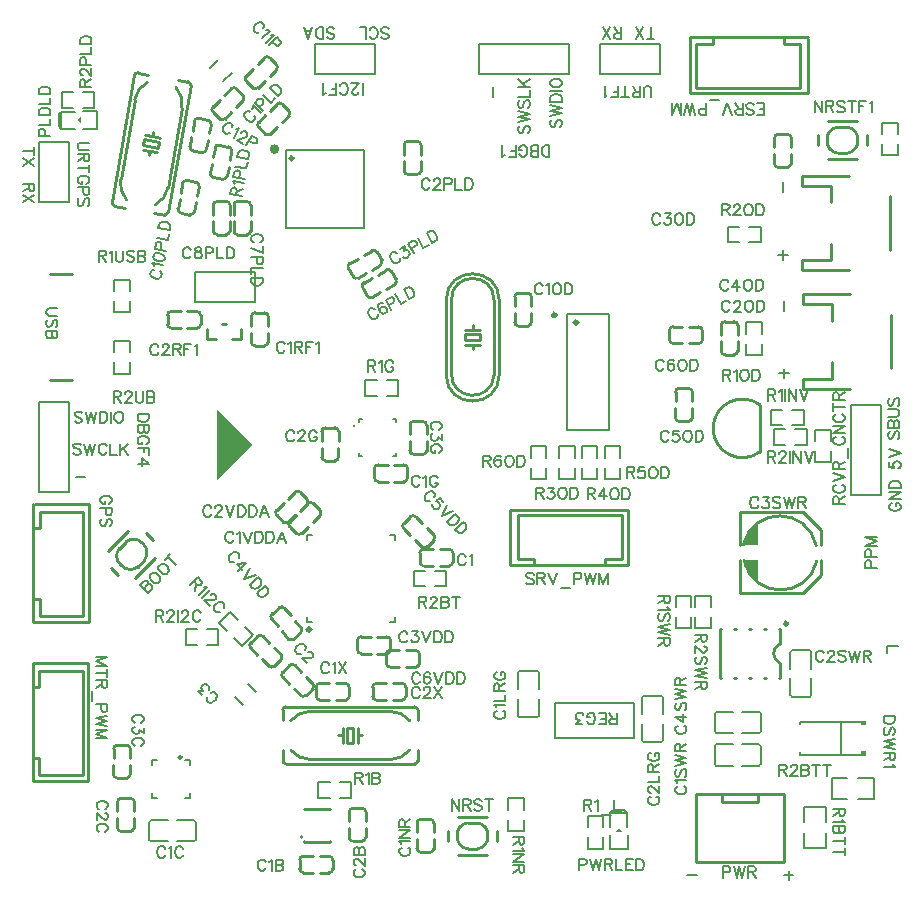
<source format=gto>
G04 Layer: TopSilkscreenLayer*
G04 EasyEDA v6.5.40, 2024-05-01 14:29:32*
G04 7703e67730494ffebf129c6139567d94,10*
G04 Gerber Generator version 0.2*
G04 Scale: 100 percent, Rotated: No, Reflected: No *
G04 Dimensions in millimeters *
G04 leading zeros omitted , absolute positions ,4 integer and 5 decimal *
%FSLAX45Y45*%
%MOMM*%

%ADD10C,0.2000*%
%ADD11C,0.1524*%
%ADD12C,0.2540*%
%ADD13C,0.1500*%
%ADD14C,0.2032*%
%ADD15C,0.2030*%
%ADD16C,0.1520*%
%ADD17C,0.1501*%
%ADD18C,0.2500*%
%ADD19C,0.4000*%
%ADD20C,0.3000*%
%ADD21C,0.0140*%

%LPD*%
D10*
X7176249Y-4569475D02*
G01*
X7271753Y-4569475D01*
X7176249Y-4569475D02*
G01*
X7176249Y-4528581D01*
X7180821Y-4514865D01*
X7185393Y-4510293D01*
X7194283Y-4505721D01*
X7207999Y-4505721D01*
X7217143Y-4510293D01*
X7221715Y-4514865D01*
X7226287Y-4528581D01*
X7226287Y-4569475D01*
X7176249Y-4475749D02*
G01*
X7271753Y-4475749D01*
X7176249Y-4475749D02*
G01*
X7176249Y-4434855D01*
X7180821Y-4421393D01*
X7185393Y-4416821D01*
X7194283Y-4412249D01*
X7207999Y-4412249D01*
X7217143Y-4416821D01*
X7221715Y-4421393D01*
X7226287Y-4434855D01*
X7226287Y-4475749D01*
X7176249Y-4382277D02*
G01*
X7271753Y-4382277D01*
X7176249Y-4382277D02*
G01*
X7271753Y-4345701D01*
X7176249Y-4309379D02*
G01*
X7271753Y-4345701D01*
X7176249Y-4309379D02*
G01*
X7271753Y-4309379D01*
X6525513Y-7134727D02*
G01*
X6525513Y-7216769D01*
X6484620Y-7175621D02*
G01*
X6566408Y-7175621D01*
X5666740Y-7175748D02*
G01*
X5748527Y-7175748D01*
X543514Y-3262800D02*
G01*
X534624Y-3253656D01*
X520908Y-3249084D01*
X502620Y-3249084D01*
X489158Y-3253656D01*
X480014Y-3262800D01*
X480014Y-3271690D01*
X484586Y-3280834D01*
X489158Y-3285406D01*
X498302Y-3289978D01*
X525480Y-3299122D01*
X534624Y-3303694D01*
X539196Y-3308266D01*
X543514Y-3317156D01*
X543514Y-3330872D01*
X534624Y-3340016D01*
X520908Y-3344588D01*
X502620Y-3344588D01*
X489158Y-3340016D01*
X480014Y-3330872D01*
X573740Y-3249084D02*
G01*
X596346Y-3344588D01*
X619206Y-3249084D02*
G01*
X596346Y-3344588D01*
X619206Y-3249084D02*
G01*
X641812Y-3344588D01*
X664418Y-3249084D02*
G01*
X641812Y-3344588D01*
X694644Y-3249084D02*
G01*
X694644Y-3344588D01*
X694644Y-3249084D02*
G01*
X726394Y-3249084D01*
X740110Y-3253656D01*
X749000Y-3262800D01*
X753572Y-3271690D01*
X758144Y-3285406D01*
X758144Y-3308266D01*
X753572Y-3321728D01*
X749000Y-3330872D01*
X740110Y-3340016D01*
X726394Y-3344588D01*
X694644Y-3344588D01*
X788116Y-3249084D02*
G01*
X788116Y-3344588D01*
X845520Y-3249084D02*
G01*
X836376Y-3253656D01*
X827232Y-3262800D01*
X822660Y-3271690D01*
X818088Y-3285406D01*
X818088Y-3308266D01*
X822660Y-3321728D01*
X827232Y-3330872D01*
X836376Y-3340016D01*
X845520Y-3344588D01*
X863554Y-3344588D01*
X872698Y-3340016D01*
X881842Y-3330872D01*
X886414Y-3321728D01*
X890986Y-3308266D01*
X890986Y-3285406D01*
X886414Y-3271690D01*
X881842Y-3262800D01*
X872698Y-3253656D01*
X863554Y-3249084D01*
X845520Y-3249084D01*
X533618Y-3532743D02*
G01*
X524474Y-3523599D01*
X511012Y-3519027D01*
X492724Y-3519027D01*
X479008Y-3523599D01*
X470118Y-3532743D01*
X470118Y-3541887D01*
X474436Y-3550777D01*
X479008Y-3555349D01*
X488152Y-3559921D01*
X515330Y-3569065D01*
X524474Y-3573637D01*
X529046Y-3578209D01*
X533618Y-3587353D01*
X533618Y-3600815D01*
X524474Y-3609959D01*
X511012Y-3614531D01*
X492724Y-3614531D01*
X479008Y-3609959D01*
X470118Y-3600815D01*
X563590Y-3519027D02*
G01*
X586450Y-3614531D01*
X609056Y-3519027D02*
G01*
X586450Y-3614531D01*
X609056Y-3519027D02*
G01*
X631916Y-3614531D01*
X654522Y-3519027D02*
G01*
X631916Y-3614531D01*
X752820Y-3541887D02*
G01*
X748248Y-3532743D01*
X739104Y-3523599D01*
X729960Y-3519027D01*
X711926Y-3519027D01*
X702782Y-3523599D01*
X693638Y-3532743D01*
X689066Y-3541887D01*
X684494Y-3555349D01*
X684494Y-3578209D01*
X689066Y-3591925D01*
X693638Y-3600815D01*
X702782Y-3609959D01*
X711926Y-3614531D01*
X729960Y-3614531D01*
X739104Y-3609959D01*
X748248Y-3600815D01*
X752820Y-3591925D01*
X782792Y-3519027D02*
G01*
X782792Y-3614531D01*
X782792Y-3614531D02*
G01*
X837148Y-3614531D01*
X867374Y-3519027D02*
G01*
X867374Y-3614531D01*
X930874Y-3519027D02*
G01*
X867374Y-3582781D01*
X889980Y-3559921D02*
G01*
X930874Y-3614531D01*
X489938Y-3803639D02*
G01*
X571726Y-3803639D01*
X3076287Y-77228D02*
G01*
X3085431Y-86372D01*
X3099147Y-90944D01*
X3117181Y-90944D01*
X3130897Y-86372D01*
X3140041Y-77228D01*
X3140041Y-68084D01*
X3135469Y-59194D01*
X3130897Y-54622D01*
X3121753Y-50050D01*
X3094575Y-40906D01*
X3085431Y-36334D01*
X3080859Y-31762D01*
X3076287Y-22618D01*
X3076287Y-9156D01*
X3085431Y-12D01*
X3099147Y4559D01*
X3117181Y4559D01*
X3130897Y-12D01*
X3140041Y-9156D01*
X2978243Y-68084D02*
G01*
X2982815Y-77228D01*
X2991705Y-86372D01*
X3000849Y-90944D01*
X3019137Y-90944D01*
X3028281Y-86372D01*
X3037171Y-77228D01*
X3041743Y-68084D01*
X3046315Y-54622D01*
X3046315Y-31762D01*
X3041743Y-18300D01*
X3037171Y-9156D01*
X3028281Y-12D01*
X3019137Y4559D01*
X3000849Y4559D01*
X2991705Y-12D01*
X2982815Y-9156D01*
X2978243Y-18300D01*
X2948271Y-90944D02*
G01*
X2948271Y4559D01*
X2948271Y4559D02*
G01*
X2893661Y4559D01*
X2616268Y-77182D02*
G01*
X2625412Y-86326D01*
X2639128Y-90898D01*
X2657162Y-90898D01*
X2670878Y-86326D01*
X2680022Y-77182D01*
X2680022Y-68292D01*
X2675450Y-59148D01*
X2670878Y-54576D01*
X2661734Y-50004D01*
X2634556Y-40860D01*
X2625412Y-36288D01*
X2620840Y-31716D01*
X2616268Y-22826D01*
X2616268Y-9110D01*
X2625412Y33D01*
X2639128Y4605D01*
X2657162Y4605D01*
X2670878Y33D01*
X2680022Y-9110D01*
X2586296Y-90898D02*
G01*
X2586296Y4605D01*
X2586296Y-90898D02*
G01*
X2554546Y-90898D01*
X2540830Y-86326D01*
X2531686Y-77182D01*
X2527368Y-68292D01*
X2522796Y-54576D01*
X2522796Y-31716D01*
X2527368Y-18254D01*
X2531686Y-9110D01*
X2540830Y33D01*
X2554546Y4605D01*
X2586296Y4605D01*
X2456248Y-90898D02*
G01*
X2492824Y4605D01*
X2456248Y-90898D02*
G01*
X2419926Y4605D01*
X2479108Y-27398D02*
G01*
X2433642Y-27398D01*
X4522683Y-776277D02*
G01*
X4513539Y-785421D01*
X4508967Y-799137D01*
X4508967Y-817171D01*
X4513539Y-830887D01*
X4522683Y-840031D01*
X4531827Y-840031D01*
X4540971Y-835459D01*
X4545543Y-830887D01*
X4550115Y-821743D01*
X4559005Y-794565D01*
X4563577Y-785421D01*
X4568149Y-780849D01*
X4577293Y-776277D01*
X4591009Y-776277D01*
X4599899Y-785421D01*
X4604471Y-799137D01*
X4604471Y-817171D01*
X4599899Y-830887D01*
X4591009Y-840031D01*
X4508967Y-746305D02*
G01*
X4604471Y-723699D01*
X4508967Y-700839D02*
G01*
X4604471Y-723699D01*
X4508967Y-700839D02*
G01*
X4604471Y-678233D01*
X4508967Y-655373D02*
G01*
X4604471Y-678233D01*
X4508967Y-625401D02*
G01*
X4604471Y-625401D01*
X4508967Y-625401D02*
G01*
X4508967Y-593651D01*
X4513539Y-579935D01*
X4522683Y-570791D01*
X4531827Y-566473D01*
X4545543Y-561901D01*
X4568149Y-561901D01*
X4581865Y-566473D01*
X4591009Y-570791D01*
X4599899Y-579935D01*
X4604471Y-593651D01*
X4604471Y-625401D01*
X4508967Y-531929D02*
G01*
X4604471Y-531929D01*
X4508967Y-474525D02*
G01*
X4513539Y-483669D01*
X4522683Y-492813D01*
X4531827Y-497385D01*
X4545543Y-501703D01*
X4568149Y-501703D01*
X4581865Y-497385D01*
X4591009Y-492813D01*
X4599899Y-483669D01*
X4604471Y-474525D01*
X4604471Y-456237D01*
X4599899Y-447347D01*
X4591009Y-438203D01*
X4581865Y-433631D01*
X4568149Y-429059D01*
X4545543Y-429059D01*
X4531827Y-433631D01*
X4522683Y-438203D01*
X4513539Y-447347D01*
X4508967Y-456237D01*
X4508967Y-474525D01*
X4252843Y-826259D02*
G01*
X4243699Y-835403D01*
X4239127Y-849119D01*
X4239127Y-867153D01*
X4243699Y-880869D01*
X4252843Y-890013D01*
X4261733Y-890013D01*
X4270877Y-885441D01*
X4275449Y-880869D01*
X4280021Y-871725D01*
X4289165Y-844547D01*
X4293737Y-835403D01*
X4298055Y-830831D01*
X4307199Y-826259D01*
X4320915Y-826259D01*
X4330059Y-835403D01*
X4334631Y-849119D01*
X4334631Y-867153D01*
X4330059Y-880869D01*
X4320915Y-890013D01*
X4239127Y-796287D02*
G01*
X4334631Y-773681D01*
X4239127Y-750821D02*
G01*
X4334631Y-773681D01*
X4239127Y-750821D02*
G01*
X4334631Y-728215D01*
X4239127Y-705355D02*
G01*
X4334631Y-728215D01*
X4252843Y-611883D02*
G01*
X4243699Y-621027D01*
X4239127Y-634489D01*
X4239127Y-652777D01*
X4243699Y-666239D01*
X4252843Y-675383D01*
X4261733Y-675383D01*
X4270877Y-670811D01*
X4275449Y-666239D01*
X4280021Y-657349D01*
X4289165Y-629917D01*
X4293737Y-621027D01*
X4298055Y-616455D01*
X4307199Y-611883D01*
X4320915Y-611883D01*
X4330059Y-621027D01*
X4334631Y-634489D01*
X4334631Y-652777D01*
X4330059Y-666239D01*
X4320915Y-675383D01*
X4239127Y-581911D02*
G01*
X4334631Y-581911D01*
X4334631Y-581911D02*
G01*
X4334631Y-527301D01*
X4239127Y-497329D02*
G01*
X4334631Y-497329D01*
X4239127Y-433575D02*
G01*
X4302627Y-497329D01*
X4280021Y-474469D02*
G01*
X4334631Y-433575D01*
X4026298Y-500057D02*
G01*
X4026298Y-581845D01*
X5358086Y-90840D02*
G01*
X5358086Y4663D01*
X5390090Y-90840D02*
G01*
X5326336Y-90840D01*
X5296364Y-90840D02*
G01*
X5232610Y4663D01*
X5232610Y-90840D02*
G01*
X5296364Y4663D01*
X5109918Y-90896D02*
G01*
X5109918Y4607D01*
X5109918Y-90896D02*
G01*
X5069024Y-90896D01*
X5055562Y-86324D01*
X5050990Y-81752D01*
X5046418Y-72608D01*
X5046418Y-63718D01*
X5050990Y-54574D01*
X5055562Y-50002D01*
X5069024Y-45430D01*
X5109918Y-45430D01*
X5078168Y-45430D02*
G01*
X5046418Y4607D01*
X5016446Y-90896D02*
G01*
X4952692Y4607D01*
X4952692Y-90896D02*
G01*
X5016446Y4607D01*
X7379131Y-3675336D02*
G01*
X7379131Y-3720802D01*
X7420025Y-3725374D01*
X7415453Y-3720802D01*
X7410881Y-3707340D01*
X7410881Y-3693624D01*
X7415453Y-3679908D01*
X7424597Y-3671018D01*
X7438059Y-3666446D01*
X7447203Y-3666446D01*
X7460919Y-3671018D01*
X7470063Y-3679908D01*
X7474635Y-3693624D01*
X7474635Y-3707340D01*
X7470063Y-3720802D01*
X7465491Y-3725374D01*
X7456347Y-3729946D01*
X7379131Y-3636474D02*
G01*
X7474635Y-3599898D01*
X7379131Y-3563576D02*
G01*
X7474635Y-3599898D01*
X7401793Y-4021846D02*
G01*
X7392649Y-4026418D01*
X7383505Y-4035562D01*
X7379187Y-4044452D01*
X7379187Y-4062740D01*
X7383505Y-4071884D01*
X7392649Y-4080774D01*
X7401793Y-4085346D01*
X7415509Y-4089918D01*
X7438115Y-4089918D01*
X7451831Y-4085346D01*
X7460975Y-4080774D01*
X7469865Y-4071884D01*
X7474437Y-4062740D01*
X7474437Y-4044452D01*
X7469865Y-4035562D01*
X7460975Y-4026418D01*
X7451831Y-4021846D01*
X7438115Y-4021846D01*
X7438115Y-4044452D02*
G01*
X7438115Y-4021846D01*
X7379187Y-3991874D02*
G01*
X7474437Y-3991874D01*
X7379187Y-3991874D02*
G01*
X7474437Y-3928120D01*
X7379187Y-3928120D02*
G01*
X7474437Y-3928120D01*
X7379187Y-3898148D02*
G01*
X7474437Y-3898148D01*
X7379187Y-3898148D02*
G01*
X7379187Y-3866398D01*
X7383505Y-3852682D01*
X7392649Y-3843538D01*
X7401793Y-3838966D01*
X7415509Y-3834648D01*
X7438115Y-3834648D01*
X7451831Y-3838966D01*
X7460975Y-3843538D01*
X7469865Y-3852682D01*
X7474437Y-3866398D01*
X7474437Y-3898148D01*
X7382802Y-3416363D02*
G01*
X7373658Y-3425507D01*
X7369086Y-3438969D01*
X7369086Y-3457257D01*
X7373658Y-3470973D01*
X7382802Y-3480117D01*
X7391692Y-3480117D01*
X7400836Y-3475545D01*
X7405408Y-3470973D01*
X7409980Y-3461829D01*
X7419124Y-3434651D01*
X7423696Y-3425507D01*
X7428268Y-3420935D01*
X7437158Y-3416363D01*
X7450874Y-3416363D01*
X7460018Y-3425507D01*
X7464590Y-3438969D01*
X7464590Y-3457257D01*
X7460018Y-3470973D01*
X7450874Y-3480117D01*
X7369086Y-3386391D02*
G01*
X7464590Y-3386391D01*
X7369086Y-3386391D02*
G01*
X7369086Y-3345497D01*
X7373658Y-3331781D01*
X7378230Y-3327209D01*
X7387374Y-3322637D01*
X7396264Y-3322637D01*
X7405408Y-3327209D01*
X7409980Y-3331781D01*
X7414552Y-3345497D01*
X7414552Y-3386391D02*
G01*
X7414552Y-3345497D01*
X7419124Y-3331781D01*
X7423696Y-3327209D01*
X7432586Y-3322637D01*
X7446302Y-3322637D01*
X7455446Y-3327209D01*
X7460018Y-3331781D01*
X7464590Y-3345497D01*
X7464590Y-3386391D01*
X7369086Y-3292665D02*
G01*
X7437158Y-3292665D01*
X7450874Y-3288093D01*
X7460018Y-3279203D01*
X7464590Y-3265487D01*
X7464590Y-3256343D01*
X7460018Y-3242627D01*
X7450874Y-3233737D01*
X7437158Y-3229165D01*
X7369086Y-3229165D01*
X7382802Y-3135439D02*
G01*
X7373658Y-3144583D01*
X7369086Y-3158299D01*
X7369086Y-3176333D01*
X7373658Y-3190049D01*
X7382802Y-3199193D01*
X7391692Y-3199193D01*
X7400836Y-3194621D01*
X7405408Y-3190049D01*
X7409980Y-3180905D01*
X7419124Y-3153727D01*
X7423696Y-3144583D01*
X7428268Y-3140011D01*
X7437158Y-3135439D01*
X7450874Y-3135439D01*
X7460018Y-3144583D01*
X7464590Y-3158299D01*
X7464590Y-3176333D01*
X7460018Y-3190049D01*
X7450874Y-3199193D01*
X140820Y-1041885D02*
G01*
X45570Y-1041885D01*
X140820Y-1009881D02*
G01*
X140820Y-1073635D01*
X140820Y-1103607D02*
G01*
X45570Y-1167361D01*
X140820Y-1167361D02*
G01*
X45570Y-1103607D01*
X140987Y-1320106D02*
G01*
X45483Y-1320106D01*
X140987Y-1320106D02*
G01*
X140987Y-1361000D01*
X136415Y-1374462D01*
X131843Y-1379034D01*
X122699Y-1383606D01*
X113555Y-1383606D01*
X104665Y-1379034D01*
X100093Y-1374462D01*
X95521Y-1361000D01*
X95521Y-1320106D01*
X95521Y-1351856D02*
G01*
X45483Y-1383606D01*
X140987Y-1413578D02*
G01*
X45483Y-1477332D01*
X140987Y-1477332D02*
G01*
X45483Y-1413578D01*
X6350650Y-3060471D02*
G01*
X6350650Y-3155975D01*
X6350650Y-3060471D02*
G01*
X6391544Y-3060471D01*
X6405260Y-3065043D01*
X6409832Y-3069615D01*
X6414404Y-3078505D01*
X6414404Y-3087649D01*
X6409832Y-3096793D01*
X6405260Y-3101365D01*
X6391544Y-3105937D01*
X6350650Y-3105937D01*
X6382400Y-3105937D02*
G01*
X6414404Y-3155975D01*
X6444376Y-3078505D02*
G01*
X6453266Y-3073933D01*
X6466982Y-3060471D01*
X6466982Y-3155975D01*
X6496954Y-3060471D02*
G01*
X6496954Y-3155975D01*
X6526926Y-3060471D02*
G01*
X6526926Y-3155975D01*
X6526926Y-3060471D02*
G01*
X6590680Y-3155975D01*
X6590680Y-3060471D02*
G01*
X6590680Y-3155975D01*
X6620652Y-3060471D02*
G01*
X6656974Y-3155975D01*
X6693296Y-3060471D02*
G01*
X6656974Y-3155975D01*
X6350038Y-3584028D02*
G01*
X6350038Y-3679532D01*
X6350038Y-3584028D02*
G01*
X6390932Y-3584028D01*
X6404648Y-3588600D01*
X6408966Y-3593172D01*
X6413538Y-3602316D01*
X6413538Y-3611460D01*
X6408966Y-3620350D01*
X6404648Y-3624922D01*
X6390932Y-3629494D01*
X6350038Y-3629494D01*
X6381788Y-3629494D02*
G01*
X6413538Y-3679532D01*
X6448082Y-3606888D02*
G01*
X6448082Y-3602316D01*
X6452654Y-3593172D01*
X6457226Y-3588600D01*
X6466370Y-3584028D01*
X6484658Y-3584028D01*
X6493548Y-3588600D01*
X6498120Y-3593172D01*
X6502692Y-3602316D01*
X6502692Y-3611460D01*
X6498120Y-3620350D01*
X6488976Y-3634066D01*
X6443510Y-3679532D01*
X6507264Y-3679532D01*
X6537236Y-3584028D02*
G01*
X6537236Y-3679532D01*
X6567208Y-3584028D02*
G01*
X6567208Y-3679532D01*
X6567208Y-3584028D02*
G01*
X6630962Y-3679532D01*
X6630962Y-3584028D02*
G01*
X6630962Y-3679532D01*
X6660934Y-3584028D02*
G01*
X6697256Y-3679532D01*
X6733578Y-3584028D02*
G01*
X6697256Y-3679532D01*
X5438061Y-1591764D02*
G01*
X5433743Y-1582620D01*
X5424599Y-1573730D01*
X5415455Y-1569158D01*
X5397167Y-1569158D01*
X5388277Y-1573730D01*
X5379133Y-1582620D01*
X5374561Y-1591764D01*
X5369989Y-1605480D01*
X5369989Y-1628086D01*
X5374561Y-1641802D01*
X5379133Y-1650946D01*
X5388277Y-1660090D01*
X5397167Y-1664662D01*
X5415455Y-1664662D01*
X5424599Y-1660090D01*
X5433743Y-1650946D01*
X5438061Y-1641802D01*
X5477177Y-1569158D02*
G01*
X5527215Y-1569158D01*
X5500037Y-1605480D01*
X5513499Y-1605480D01*
X5522643Y-1610052D01*
X5527215Y-1614624D01*
X5531787Y-1628086D01*
X5531787Y-1637230D01*
X5527215Y-1650946D01*
X5518071Y-1660090D01*
X5504609Y-1664662D01*
X5490893Y-1664662D01*
X5477177Y-1660090D01*
X5472605Y-1655518D01*
X5468287Y-1646374D01*
X5589191Y-1569158D02*
G01*
X5580047Y-1573730D01*
X5570903Y-1582620D01*
X5566331Y-1591764D01*
X5561759Y-1605480D01*
X5561759Y-1628086D01*
X5566331Y-1641802D01*
X5570903Y-1650946D01*
X5580047Y-1660090D01*
X5589191Y-1664662D01*
X5607225Y-1664662D01*
X5616369Y-1660090D01*
X5625513Y-1650946D01*
X5630085Y-1641802D01*
X5634657Y-1628086D01*
X5634657Y-1605480D01*
X5630085Y-1591764D01*
X5625513Y-1582620D01*
X5616369Y-1573730D01*
X5607225Y-1569158D01*
X5589191Y-1569158D01*
X5664629Y-1569158D02*
G01*
X5664629Y-1664662D01*
X5664629Y-1569158D02*
G01*
X5696379Y-1569158D01*
X5710095Y-1573730D01*
X5718985Y-1582620D01*
X5723557Y-1591764D01*
X5728129Y-1605480D01*
X5728129Y-1628086D01*
X5723557Y-1641802D01*
X5718985Y-1650946D01*
X5710095Y-1660090D01*
X5696379Y-1664662D01*
X5664629Y-1664662D01*
X6016337Y-2154689D02*
G01*
X6012019Y-2145545D01*
X6002875Y-2136655D01*
X5993731Y-2132083D01*
X5975443Y-2132083D01*
X5966553Y-2136655D01*
X5957409Y-2145545D01*
X5952837Y-2154689D01*
X5948265Y-2168405D01*
X5948265Y-2191011D01*
X5952837Y-2204727D01*
X5957409Y-2213871D01*
X5966553Y-2223015D01*
X5975443Y-2227587D01*
X5993731Y-2227587D01*
X6002875Y-2223015D01*
X6012019Y-2213871D01*
X6016337Y-2204727D01*
X6091775Y-2132083D02*
G01*
X6046563Y-2195583D01*
X6114635Y-2195583D01*
X6091775Y-2132083D02*
G01*
X6091775Y-2227587D01*
X6171785Y-2132083D02*
G01*
X6162895Y-2136655D01*
X6153751Y-2145545D01*
X6149179Y-2154689D01*
X6144607Y-2168405D01*
X6144607Y-2191011D01*
X6149179Y-2204727D01*
X6153751Y-2213871D01*
X6162895Y-2223015D01*
X6171785Y-2227587D01*
X6190073Y-2227587D01*
X6199217Y-2223015D01*
X6208361Y-2213871D01*
X6212933Y-2204727D01*
X6217251Y-2191011D01*
X6217251Y-2168405D01*
X6212933Y-2154689D01*
X6208361Y-2145545D01*
X6199217Y-2136655D01*
X6190073Y-2132083D01*
X6171785Y-2132083D01*
X6247477Y-2132083D02*
G01*
X6247477Y-2227587D01*
X6247477Y-2132083D02*
G01*
X6279227Y-2132083D01*
X6292689Y-2136655D01*
X6301833Y-2145545D01*
X6306405Y-2154689D01*
X6310977Y-2168405D01*
X6310977Y-2191011D01*
X6306405Y-2204727D01*
X6301833Y-2213871D01*
X6292689Y-2223015D01*
X6279227Y-2227587D01*
X6247477Y-2227587D01*
X2079571Y-436D02*
G01*
X2082985Y9083D01*
X2082805Y21836D01*
X2079571Y31534D01*
X2066640Y44465D01*
X2057123Y47518D01*
X2044369Y47698D01*
X2034672Y44465D01*
X2021740Y38000D01*
X2005754Y22014D01*
X1999289Y9083D01*
X1996056Y-614D01*
X1996056Y-13545D01*
X1999109Y-23065D01*
X2012040Y-35996D01*
X2021740Y-39230D01*
X2034672Y-39230D01*
X2044189Y-35819D01*
X2104179Y-18575D02*
G01*
X2113696Y-21628D01*
X2132914Y-21808D01*
X2065383Y-89339D01*
X2141357Y-55753D02*
G01*
X2151054Y-58986D01*
X2170272Y-59166D01*
X2102741Y-126697D01*
X2191466Y-80360D02*
G01*
X2123935Y-147891D01*
X2191466Y-80360D02*
G01*
X2220384Y-109275D01*
X2226668Y-122029D01*
X2226668Y-128493D01*
X2223615Y-138013D01*
X2213917Y-147711D01*
X2204219Y-150944D01*
X2197752Y-150944D01*
X2185001Y-144658D01*
X2156084Y-115742D01*
X1817646Y-842584D02*
G01*
X1818479Y-832507D01*
X1815007Y-820237D01*
X1809374Y-811705D01*
X1793534Y-802561D01*
X1783549Y-802076D01*
X1771187Y-805202D01*
X1762655Y-810834D01*
X1751837Y-820427D01*
X1740535Y-840005D01*
X1737636Y-854168D01*
X1737024Y-864374D01*
X1740369Y-876866D01*
X1745782Y-885268D01*
X1761622Y-894412D01*
X1771827Y-895027D01*
X1784316Y-891679D01*
X1792627Y-885918D01*
X1846110Y-853739D02*
G01*
X1856094Y-854224D01*
X1874705Y-849424D01*
X1826953Y-932131D01*
X1893318Y-886272D02*
G01*
X1895604Y-882314D01*
X1904009Y-876899D01*
X1910252Y-875228D01*
X1920458Y-875840D01*
X1936076Y-884857D01*
X1941710Y-893389D01*
X1943381Y-899632D01*
X1942896Y-909619D01*
X1938324Y-917536D01*
X1929792Y-923170D01*
X1915017Y-930475D01*
X1852909Y-947117D01*
X1908121Y-978994D01*
X1981829Y-911273D02*
G01*
X1934077Y-993980D01*
X1981829Y-911273D02*
G01*
X2017245Y-931720D01*
X2026838Y-942538D01*
X2028291Y-948654D01*
X2027806Y-958641D01*
X2020948Y-970518D01*
X2012416Y-976152D01*
X2006391Y-977953D01*
X1992226Y-975052D01*
X1956810Y-954605D01*
X1966503Y-709348D02*
G01*
X1956805Y-706114D01*
X1943872Y-706114D01*
X1934354Y-709168D01*
X1921423Y-722099D01*
X1918190Y-731796D01*
X1918190Y-744730D01*
X1921601Y-754247D01*
X1928068Y-767179D01*
X1944052Y-783165D01*
X1956983Y-789630D01*
X1966503Y-793043D01*
X1979254Y-792863D01*
X1988954Y-789630D01*
X2001885Y-776698D01*
X2004938Y-767179D01*
X2005119Y-754428D01*
X2001885Y-744730D01*
X1984463Y-684921D02*
G01*
X1987697Y-675223D01*
X1987697Y-655825D01*
X2055228Y-723356D01*
X2008891Y-634631D02*
G01*
X2076422Y-702162D01*
X2008891Y-634631D02*
G01*
X2037806Y-605716D01*
X2050737Y-599249D01*
X2057024Y-599429D01*
X2066724Y-602663D01*
X2076422Y-612360D01*
X2079475Y-621880D01*
X2079655Y-628164D01*
X2073188Y-641098D01*
X2044273Y-670013D01*
X2074984Y-568535D02*
G01*
X2142515Y-636069D01*
X2142515Y-636069D02*
G01*
X2181131Y-597453D01*
X2134793Y-508728D02*
G01*
X2202324Y-576259D01*
X2134793Y-508728D02*
G01*
X2157422Y-486097D01*
X2170175Y-479811D01*
X2183107Y-479811D01*
X2192804Y-483044D01*
X2205738Y-489511D01*
X2221722Y-505495D01*
X2228187Y-518426D01*
X2231420Y-528126D01*
X2231242Y-540877D01*
X2224956Y-553628D01*
X2202324Y-576259D01*
X3486404Y-1295907D02*
G01*
X3481831Y-1286763D01*
X3472688Y-1277873D01*
X3463543Y-1273302D01*
X3445509Y-1273302D01*
X3436365Y-1277873D01*
X3427222Y-1286763D01*
X3422650Y-1295907D01*
X3418077Y-1309623D01*
X3418077Y-1332229D01*
X3422650Y-1345945D01*
X3427222Y-1355089D01*
X3436365Y-1364234D01*
X3445509Y-1368552D01*
X3463543Y-1368552D01*
X3472688Y-1364234D01*
X3481831Y-1355089D01*
X3486404Y-1345945D01*
X3520947Y-1295907D02*
G01*
X3520947Y-1291336D01*
X3525520Y-1282192D01*
X3529838Y-1277873D01*
X3538981Y-1273302D01*
X3557270Y-1273302D01*
X3566413Y-1277873D01*
X3570986Y-1282192D01*
X3575304Y-1291336D01*
X3575304Y-1300479D01*
X3570986Y-1309623D01*
X3561841Y-1323339D01*
X3516375Y-1368552D01*
X3579875Y-1368552D01*
X3609847Y-1273302D02*
G01*
X3609847Y-1368552D01*
X3609847Y-1273302D02*
G01*
X3650995Y-1273302D01*
X3664458Y-1277873D01*
X3669029Y-1282192D01*
X3673602Y-1291336D01*
X3673602Y-1305052D01*
X3669029Y-1314195D01*
X3664458Y-1318768D01*
X3650995Y-1323339D01*
X3609847Y-1323339D01*
X3703574Y-1273302D02*
G01*
X3703574Y-1368552D01*
X3703574Y-1368552D02*
G01*
X3758184Y-1368552D01*
X3788156Y-1273302D02*
G01*
X3788156Y-1368552D01*
X3788156Y-1273302D02*
G01*
X3819906Y-1273302D01*
X3833622Y-1277873D01*
X3842765Y-1286763D01*
X3847338Y-1295907D01*
X3851656Y-1309623D01*
X3851656Y-1332229D01*
X3847338Y-1345945D01*
X3842765Y-1355089D01*
X3833622Y-1364234D01*
X3819906Y-1368552D01*
X3788156Y-1368552D01*
X3210074Y-1907352D02*
G01*
X3201763Y-1901593D01*
X3189401Y-1898467D01*
X3179196Y-1899079D01*
X3163356Y-1908223D01*
X3157943Y-1916628D01*
X3154471Y-1928898D01*
X3155083Y-1939102D01*
X3157981Y-1953267D01*
X3169284Y-1972845D01*
X3180102Y-1982436D01*
X3188634Y-1988070D01*
X3201123Y-1991418D01*
X3211108Y-1990930D01*
X3226948Y-1981786D01*
X3232581Y-1973257D01*
X3235926Y-1960765D01*
X3235093Y-1950686D01*
X3232647Y-1868218D02*
G01*
X3275982Y-1843199D01*
X3270608Y-1888243D01*
X3282264Y-1881512D01*
X3292469Y-1880900D01*
X3298715Y-1882574D01*
X3309406Y-1891946D01*
X3313978Y-1899864D01*
X3316876Y-1914029D01*
X3313529Y-1926521D01*
X3304156Y-1937209D01*
X3292279Y-1944067D01*
X3278113Y-1946968D01*
X3271867Y-1945294D01*
X3263557Y-1939533D01*
X3305898Y-1825927D02*
G01*
X3353650Y-1908634D01*
X3305898Y-1825927D02*
G01*
X3341314Y-1805480D01*
X3355477Y-1802582D01*
X3361723Y-1804253D01*
X3370127Y-1809668D01*
X3376985Y-1821545D01*
X3377598Y-1831751D01*
X3375924Y-1837997D01*
X3366333Y-1848812D01*
X3330917Y-1869259D01*
X3387067Y-1779064D02*
G01*
X3434819Y-1861771D01*
X3434819Y-1861771D02*
G01*
X3482113Y-1834466D01*
X3460318Y-1736773D02*
G01*
X3508070Y-1819480D01*
X3460318Y-1736773D02*
G01*
X3487813Y-1720898D01*
X3501979Y-1718000D01*
X3514123Y-1721253D01*
X3522654Y-1726885D01*
X3533472Y-1736478D01*
X3544775Y-1756056D01*
X3547673Y-1770219D01*
X3548286Y-1780425D01*
X3545159Y-1792790D01*
X3535565Y-1803605D01*
X3508070Y-1819480D01*
X3022114Y-2382332D02*
G01*
X3013803Y-2376573D01*
X3001441Y-2373447D01*
X2991236Y-2374059D01*
X2975396Y-2383203D01*
X2969983Y-2391608D01*
X2966511Y-2403878D01*
X2967123Y-2414082D01*
X2970022Y-2428247D01*
X2981325Y-2447825D01*
X2992142Y-2457416D01*
X3000674Y-2463050D01*
X3013163Y-2466398D01*
X3023148Y-2465910D01*
X3038988Y-2456766D01*
X3044621Y-2448237D01*
X3047966Y-2435745D01*
X3047133Y-2425666D01*
X3090793Y-2332123D02*
G01*
X3082389Y-2326711D01*
X3068444Y-2329482D01*
X3060527Y-2334054D01*
X3050933Y-2344872D01*
X3049744Y-2361102D01*
X3057436Y-2383058D01*
X3068739Y-2402634D01*
X3081621Y-2416314D01*
X3094113Y-2419662D01*
X3108279Y-2416761D01*
X3112239Y-2414475D01*
X3121609Y-2403787D01*
X3124956Y-2391295D01*
X3122058Y-2377130D01*
X3119772Y-2373170D01*
X3109081Y-2363797D01*
X3096590Y-2360452D01*
X3082648Y-2363223D01*
X3078688Y-2365509D01*
X3069094Y-2376327D01*
X3065746Y-2388816D01*
X3068739Y-2402634D01*
X3113979Y-2303193D02*
G01*
X3161731Y-2385900D01*
X3113979Y-2303193D02*
G01*
X3149394Y-2282746D01*
X3163559Y-2279848D01*
X3169803Y-2281519D01*
X3178208Y-2286934D01*
X3185066Y-2298811D01*
X3185678Y-2309017D01*
X3184006Y-2315263D01*
X3174413Y-2326078D01*
X3138998Y-2346525D01*
X3195147Y-2256330D02*
G01*
X3242899Y-2339037D01*
X3242899Y-2339037D02*
G01*
X3290194Y-2311732D01*
X3268398Y-2214039D02*
G01*
X3316150Y-2296746D01*
X3268398Y-2214039D02*
G01*
X3295893Y-2198164D01*
X3310059Y-2195266D01*
X3322424Y-2198392D01*
X3330735Y-2204151D01*
X3341552Y-2213744D01*
X3352855Y-2233322D01*
X3355754Y-2247485D01*
X3356587Y-2257564D01*
X3353239Y-2270056D01*
X3343645Y-2280871D01*
X3316150Y-2296746D01*
X2050186Y-1815685D02*
G01*
X2059076Y-1811113D01*
X2068220Y-1801969D01*
X2072792Y-1792825D01*
X2072792Y-1774791D01*
X2068220Y-1765647D01*
X2059076Y-1756503D01*
X2050186Y-1751931D01*
X2036470Y-1747359D01*
X2013610Y-1747359D01*
X2000148Y-1751931D01*
X1991004Y-1756503D01*
X1981860Y-1765647D01*
X1977288Y-1774791D01*
X1977288Y-1792825D01*
X1981860Y-1801969D01*
X1991004Y-1811113D01*
X2000148Y-1815685D01*
X2072792Y-1909157D02*
G01*
X1977288Y-1863691D01*
X2072792Y-1845657D02*
G01*
X2072792Y-1909157D01*
X2072792Y-1939129D02*
G01*
X1977288Y-1939129D01*
X2072792Y-1939129D02*
G01*
X2072792Y-1980023D01*
X2068220Y-1993739D01*
X2063648Y-1998311D01*
X2054504Y-2002883D01*
X2041042Y-2002883D01*
X2031898Y-1998311D01*
X2027326Y-1993739D01*
X2022754Y-1980023D01*
X2022754Y-1939129D01*
X2072792Y-2032855D02*
G01*
X1977288Y-2032855D01*
X1977288Y-2032855D02*
G01*
X1977288Y-2087465D01*
X2072792Y-2117437D02*
G01*
X1977288Y-2117437D01*
X2072792Y-2117437D02*
G01*
X2072792Y-2149187D01*
X2068220Y-2162903D01*
X2059076Y-2172047D01*
X2050186Y-2176619D01*
X2036470Y-2180937D01*
X2013610Y-2180937D01*
X2000148Y-2176619D01*
X1991004Y-2172047D01*
X1981860Y-2162903D01*
X1977288Y-2149187D01*
X1977288Y-2117437D01*
X1466019Y-1877534D02*
G01*
X1461447Y-1868390D01*
X1452303Y-1859246D01*
X1443413Y-1854674D01*
X1425125Y-1854674D01*
X1415981Y-1859246D01*
X1406837Y-1868390D01*
X1402265Y-1877534D01*
X1397947Y-1891250D01*
X1397947Y-1913856D01*
X1402265Y-1927572D01*
X1406837Y-1936716D01*
X1415981Y-1945606D01*
X1425125Y-1950178D01*
X1443413Y-1950178D01*
X1452303Y-1945606D01*
X1461447Y-1936716D01*
X1466019Y-1927572D01*
X1518851Y-1854674D02*
G01*
X1505135Y-1859246D01*
X1500563Y-1868390D01*
X1500563Y-1877534D01*
X1505135Y-1886678D01*
X1514279Y-1891250D01*
X1532313Y-1895568D01*
X1546029Y-1900140D01*
X1555173Y-1909284D01*
X1559745Y-1918428D01*
X1559745Y-1932144D01*
X1555173Y-1941034D01*
X1550601Y-1945606D01*
X1536885Y-1950178D01*
X1518851Y-1950178D01*
X1505135Y-1945606D01*
X1500563Y-1941034D01*
X1495991Y-1932144D01*
X1495991Y-1918428D01*
X1500563Y-1909284D01*
X1509707Y-1900140D01*
X1523423Y-1895568D01*
X1541457Y-1891250D01*
X1550601Y-1886678D01*
X1555173Y-1877534D01*
X1555173Y-1868390D01*
X1550601Y-1859246D01*
X1536885Y-1854674D01*
X1518851Y-1854674D01*
X1589717Y-1854674D02*
G01*
X1589717Y-1950178D01*
X1589717Y-1854674D02*
G01*
X1630611Y-1854674D01*
X1644327Y-1859246D01*
X1648645Y-1863818D01*
X1653217Y-1872962D01*
X1653217Y-1886678D01*
X1648645Y-1895568D01*
X1644327Y-1900140D01*
X1630611Y-1904712D01*
X1589717Y-1904712D01*
X1683189Y-1854674D02*
G01*
X1683189Y-1950178D01*
X1683189Y-1950178D02*
G01*
X1737799Y-1950178D01*
X1767771Y-1854674D02*
G01*
X1767771Y-1950178D01*
X1767771Y-1854674D02*
G01*
X1799775Y-1854674D01*
X1813237Y-1859246D01*
X1822381Y-1868390D01*
X1826953Y-1877534D01*
X1831525Y-1891250D01*
X1831525Y-1913856D01*
X1826953Y-1927572D01*
X1822381Y-1936716D01*
X1813237Y-1945606D01*
X1799775Y-1950178D01*
X1767771Y-1950178D01*
X1151437Y-2050437D02*
G01*
X1141681Y-2053102D01*
X1131338Y-2060562D01*
X1125247Y-2068774D01*
X1122072Y-2086785D01*
X1125032Y-2096333D01*
X1132199Y-2106881D01*
X1140409Y-2112972D01*
X1153124Y-2119856D01*
X1175387Y-2123782D01*
X1189687Y-2121662D01*
X1199487Y-2118746D01*
X1210081Y-2111329D01*
X1216126Y-2103368D01*
X1219301Y-2085357D01*
X1216388Y-2075558D01*
X1208971Y-2064966D01*
X1200713Y-2059127D01*
X1152182Y-2019876D02*
G01*
X1149225Y-2010328D01*
X1138349Y-1994481D01*
X1232402Y-2011065D01*
X1148316Y-1937951D02*
G01*
X1150437Y-1952251D01*
X1162108Y-1963595D01*
X1183825Y-1972066D01*
X1197084Y-1974405D01*
X1220391Y-1973872D01*
X1235486Y-1967247D01*
X1242369Y-1954535D01*
X1243914Y-1945779D01*
X1241793Y-1931476D01*
X1229873Y-1920090D01*
X1208153Y-1911619D01*
X1194897Y-1909282D01*
X1171590Y-1909813D01*
X1156743Y-1916480D01*
X1149860Y-1929196D01*
X1148316Y-1937951D01*
X1159827Y-1872663D02*
G01*
X1253881Y-1889246D01*
X1159827Y-1872663D02*
G01*
X1166929Y-1832391D01*
X1173815Y-1819676D01*
X1179065Y-1816219D01*
X1188615Y-1813260D01*
X1202123Y-1815642D01*
X1210332Y-1821731D01*
X1214086Y-1826778D01*
X1216207Y-1841080D01*
X1209106Y-1881352D01*
X1176060Y-1780611D02*
G01*
X1270111Y-1797194D01*
X1270111Y-1797194D02*
G01*
X1279596Y-1743415D01*
X1190746Y-1697314D02*
G01*
X1284800Y-1713898D01*
X1190746Y-1697314D02*
G01*
X1196304Y-1665798D01*
X1203144Y-1653334D01*
X1213487Y-1645871D01*
X1223286Y-1642958D01*
X1237589Y-1640837D01*
X1259850Y-1644761D01*
X1272565Y-1651645D01*
X1280774Y-1657736D01*
X1288194Y-1668330D01*
X1290358Y-1682381D01*
X1284800Y-1713898D01*
X178562Y-916939D02*
G01*
X274065Y-916939D01*
X178562Y-916939D02*
G01*
X178562Y-876045D01*
X183134Y-862329D01*
X187705Y-857757D01*
X196595Y-853186D01*
X210312Y-853186D01*
X219455Y-857757D01*
X224028Y-862329D01*
X228600Y-876045D01*
X228600Y-916939D01*
X178562Y-823213D02*
G01*
X274065Y-823213D01*
X274065Y-823213D02*
G01*
X274065Y-768857D01*
X178562Y-738631D02*
G01*
X274065Y-738631D01*
X178562Y-738631D02*
G01*
X178562Y-706881D01*
X183134Y-693420D01*
X192023Y-684276D01*
X201168Y-679704D01*
X214884Y-675131D01*
X237489Y-675131D01*
X251205Y-679704D01*
X260350Y-684276D01*
X269494Y-693420D01*
X274065Y-706881D01*
X274065Y-738631D01*
X178562Y-645160D02*
G01*
X274065Y-645160D01*
X274065Y-645160D02*
G01*
X274065Y-590550D01*
X178562Y-560578D02*
G01*
X274065Y-560578D01*
X178562Y-560578D02*
G01*
X178562Y-528828D01*
X183134Y-515112D01*
X192023Y-505968D01*
X201168Y-501395D01*
X214884Y-496823D01*
X237489Y-496823D01*
X251205Y-501395D01*
X260350Y-505968D01*
X269494Y-515112D01*
X274065Y-528828D01*
X274065Y-560578D01*
X5969988Y-7099147D02*
G01*
X5969988Y-7194651D01*
X5969988Y-7099147D02*
G01*
X6010882Y-7099147D01*
X6024598Y-7103719D01*
X6029170Y-7108291D01*
X6033742Y-7117181D01*
X6033742Y-7130897D01*
X6029170Y-7140041D01*
X6024598Y-7144613D01*
X6010882Y-7149185D01*
X5969988Y-7149185D01*
X6063714Y-7099147D02*
G01*
X6086320Y-7194651D01*
X6109180Y-7099147D02*
G01*
X6086320Y-7194651D01*
X6109180Y-7099147D02*
G01*
X6131786Y-7194651D01*
X6154646Y-7099147D02*
G01*
X6131786Y-7194651D01*
X6184618Y-7099147D02*
G01*
X6184618Y-7194651D01*
X6184618Y-7099147D02*
G01*
X6225512Y-7099147D01*
X6238974Y-7103719D01*
X6243546Y-7108291D01*
X6248118Y-7117181D01*
X6248118Y-7126325D01*
X6243546Y-7135469D01*
X6238974Y-7140041D01*
X6225512Y-7144613D01*
X6184618Y-7144613D01*
X6216368Y-7144613D02*
G01*
X6248118Y-7194651D01*
X683260Y-1885442D02*
G01*
X683260Y-1980945D01*
X683260Y-1885442D02*
G01*
X724154Y-1885442D01*
X737870Y-1890013D01*
X742442Y-1894586D01*
X747013Y-1903476D01*
X747013Y-1912620D01*
X742442Y-1921763D01*
X737870Y-1926336D01*
X724154Y-1930907D01*
X683260Y-1930907D01*
X715010Y-1930907D02*
G01*
X747013Y-1980945D01*
X776986Y-1903476D02*
G01*
X785876Y-1898904D01*
X799592Y-1885442D01*
X799592Y-1980945D01*
X829563Y-1885442D02*
G01*
X829563Y-1953513D01*
X834136Y-1967229D01*
X843279Y-1976373D01*
X856995Y-1980945D01*
X865886Y-1980945D01*
X879602Y-1976373D01*
X888745Y-1967229D01*
X893318Y-1953513D01*
X893318Y-1885442D01*
X986789Y-1898904D02*
G01*
X977900Y-1890013D01*
X964184Y-1885442D01*
X945895Y-1885442D01*
X932434Y-1890013D01*
X923289Y-1898904D01*
X923289Y-1908047D01*
X927862Y-1917192D01*
X932434Y-1921763D01*
X941323Y-1926336D01*
X968755Y-1935479D01*
X977900Y-1939797D01*
X982471Y-1944370D01*
X986789Y-1953513D01*
X986789Y-1967229D01*
X977900Y-1976373D01*
X964184Y-1980945D01*
X945895Y-1980945D01*
X932434Y-1976373D01*
X923289Y-1967229D01*
X1017015Y-1885442D02*
G01*
X1017015Y-1980945D01*
X1017015Y-1885442D02*
G01*
X1057910Y-1885442D01*
X1071371Y-1890013D01*
X1075944Y-1894586D01*
X1080515Y-1903476D01*
X1080515Y-1912620D01*
X1075944Y-1921763D01*
X1071371Y-1926336D01*
X1057910Y-1930907D01*
X1017015Y-1930907D02*
G01*
X1057910Y-1930907D01*
X1071371Y-1935479D01*
X1075944Y-1939797D01*
X1080515Y-1948942D01*
X1080515Y-1962657D01*
X1075944Y-1971802D01*
X1071371Y-1976373D01*
X1057910Y-1980945D01*
X1017015Y-1980945D01*
X4792979Y-6533642D02*
G01*
X4792979Y-6629145D01*
X4792979Y-6533642D02*
G01*
X4833874Y-6533642D01*
X4847590Y-6538213D01*
X4852161Y-6542786D01*
X4856734Y-6551676D01*
X4856734Y-6560820D01*
X4852161Y-6569963D01*
X4847590Y-6574536D01*
X4833874Y-6579108D01*
X4792979Y-6579108D01*
X4824729Y-6579108D02*
G01*
X4856734Y-6629145D01*
X4886706Y-6551676D02*
G01*
X4895595Y-6547104D01*
X4909311Y-6533642D01*
X4909311Y-6629145D01*
X4939284Y-6660895D02*
G01*
X5021072Y-6660895D01*
X5051043Y-6533642D02*
G01*
X5051043Y-6629145D01*
X5051043Y-6629145D02*
G01*
X5105654Y-6629145D01*
X335914Y-2374925D02*
G01*
X267843Y-2374925D01*
X254127Y-2379497D01*
X244982Y-2388641D01*
X240411Y-2402357D01*
X240411Y-2411247D01*
X244982Y-2424963D01*
X254127Y-2434107D01*
X267843Y-2438679D01*
X335914Y-2438679D01*
X322198Y-2532151D02*
G01*
X331343Y-2523261D01*
X335914Y-2509545D01*
X335914Y-2491257D01*
X331343Y-2477795D01*
X322198Y-2468651D01*
X313309Y-2468651D01*
X304164Y-2473223D01*
X299593Y-2477795D01*
X295020Y-2486685D01*
X285877Y-2514117D01*
X281304Y-2523261D01*
X276732Y-2527579D01*
X267843Y-2532151D01*
X254127Y-2532151D01*
X244982Y-2523261D01*
X240411Y-2509545D01*
X240411Y-2491257D01*
X244982Y-2477795D01*
X254127Y-2468651D01*
X335914Y-2562123D02*
G01*
X240411Y-2562123D01*
X335914Y-2562123D02*
G01*
X335914Y-2603271D01*
X331343Y-2616733D01*
X326770Y-2621305D01*
X317627Y-2625877D01*
X308737Y-2625877D01*
X299593Y-2621305D01*
X295020Y-2616733D01*
X290448Y-2603271D01*
X290448Y-2562123D02*
G01*
X290448Y-2603271D01*
X285877Y-2616733D01*
X281304Y-2621305D01*
X272161Y-2625877D01*
X258698Y-2625877D01*
X249554Y-2621305D01*
X244982Y-2616733D01*
X240411Y-2603271D01*
X240411Y-2562123D01*
X7451648Y-5234914D02*
G01*
X7356144Y-5234914D01*
X7356144Y-5234914D02*
G01*
X7356144Y-5289524D01*
X2854959Y-6305042D02*
G01*
X2854959Y-6400545D01*
X2854959Y-6305042D02*
G01*
X2895854Y-6305042D01*
X2909570Y-6309613D01*
X2914141Y-6314186D01*
X2918713Y-6323076D01*
X2918713Y-6332220D01*
X2914141Y-6341363D01*
X2909570Y-6345936D01*
X2895854Y-6350507D01*
X2854959Y-6350507D01*
X2886709Y-6350507D02*
G01*
X2918713Y-6400545D01*
X2948686Y-6323076D02*
G01*
X2957575Y-6318504D01*
X2971291Y-6305042D01*
X2971291Y-6400545D01*
X3001263Y-6305042D02*
G01*
X3001263Y-6400545D01*
X3001263Y-6305042D02*
G01*
X3042158Y-6305042D01*
X3055874Y-6309613D01*
X3060445Y-6314186D01*
X3065018Y-6323076D01*
X3065018Y-6332220D01*
X3060445Y-6341363D01*
X3055874Y-6345936D01*
X3042158Y-6350507D01*
X3001263Y-6350507D02*
G01*
X3042158Y-6350507D01*
X3055874Y-6355079D01*
X3060445Y-6359397D01*
X3065018Y-6368542D01*
X3065018Y-6382257D01*
X3060445Y-6391402D01*
X3055874Y-6395973D01*
X3042158Y-6400545D01*
X3001263Y-6400545D01*
X1521602Y-4652975D02*
G01*
X1454071Y-4720508D01*
X1521602Y-4652975D02*
G01*
X1550517Y-4681893D01*
X1556984Y-4694824D01*
X1556984Y-4701288D01*
X1553751Y-4710988D01*
X1547464Y-4717275D01*
X1537766Y-4720508D01*
X1531299Y-4720508D01*
X1518368Y-4714041D01*
X1489453Y-4685126D01*
X1512082Y-4707755D02*
G01*
X1499151Y-4765588D01*
X1574944Y-4732182D02*
G01*
X1584642Y-4735415D01*
X1604040Y-4735415D01*
X1536509Y-4802946D01*
X1625234Y-4756607D02*
G01*
X1557703Y-4824140D01*
X1633674Y-4797018D02*
G01*
X1636727Y-4793965D01*
X1646428Y-4790732D01*
X1652714Y-4790554D01*
X1662412Y-4793785D01*
X1675343Y-4806718D01*
X1678576Y-4816416D01*
X1678576Y-4822883D01*
X1675165Y-4832400D01*
X1668879Y-4838687D01*
X1659359Y-4842101D01*
X1643194Y-4845331D01*
X1578897Y-4845331D01*
X1623796Y-4890234D01*
X1744850Y-4908194D02*
G01*
X1747903Y-4898677D01*
X1747903Y-4885743D01*
X1744672Y-4876045D01*
X1731919Y-4863294D01*
X1722221Y-4860061D01*
X1709290Y-4860061D01*
X1699770Y-4863114D01*
X1686839Y-4869578D01*
X1670674Y-4885743D01*
X1664388Y-4898496D01*
X1661154Y-4908194D01*
X1661154Y-4921125D01*
X1664388Y-4930825D01*
X1677139Y-4943576D01*
X1686839Y-4946810D01*
X1699770Y-4946810D01*
X1709468Y-4943576D01*
X1168400Y-4930902D02*
G01*
X1168400Y-5026405D01*
X1168400Y-4930902D02*
G01*
X1209294Y-4930902D01*
X1223010Y-4935473D01*
X1227581Y-4940045D01*
X1232154Y-4948936D01*
X1232154Y-4958079D01*
X1227581Y-4967223D01*
X1223010Y-4971795D01*
X1209294Y-4976368D01*
X1168400Y-4976368D01*
X1200150Y-4976368D02*
G01*
X1232154Y-5026405D01*
X1266697Y-4953507D02*
G01*
X1266697Y-4948936D01*
X1271015Y-4940045D01*
X1275587Y-4935473D01*
X1284731Y-4930902D01*
X1303020Y-4930902D01*
X1311910Y-4935473D01*
X1316481Y-4940045D01*
X1321054Y-4948936D01*
X1321054Y-4958079D01*
X1316481Y-4967223D01*
X1307592Y-4980939D01*
X1262126Y-5026405D01*
X1325626Y-5026405D01*
X1355597Y-4930902D02*
G01*
X1355597Y-5026405D01*
X1390142Y-4953507D02*
G01*
X1390142Y-4948936D01*
X1394713Y-4940045D01*
X1399286Y-4935473D01*
X1408429Y-4930902D01*
X1426463Y-4930902D01*
X1435607Y-4935473D01*
X1440179Y-4940045D01*
X1444752Y-4948936D01*
X1444752Y-4958079D01*
X1440179Y-4967223D01*
X1431036Y-4980939D01*
X1385570Y-5026405D01*
X1449323Y-5026405D01*
X1547368Y-4953507D02*
G01*
X1543050Y-4944363D01*
X1533905Y-4935473D01*
X1524762Y-4930902D01*
X1506473Y-4930902D01*
X1497584Y-4935473D01*
X1488439Y-4944363D01*
X1483868Y-4953507D01*
X1479295Y-4967223D01*
X1479295Y-4989829D01*
X1483868Y-5003545D01*
X1488439Y-5012689D01*
X1497584Y-5021834D01*
X1506473Y-5026405D01*
X1524762Y-5026405D01*
X1533905Y-5021834D01*
X1543050Y-5012689D01*
X1547368Y-5003545D01*
D11*
X6527533Y-2925251D02*
G01*
X6444221Y-2925251D01*
X6485877Y-2883595D02*
G01*
X6485877Y-2966653D01*
X6485877Y-2312095D02*
G01*
X6485877Y-2395153D01*
X6517533Y-1920252D02*
G01*
X6434221Y-1920252D01*
X6475877Y-1878596D02*
G01*
X6475877Y-1961654D01*
X6475877Y-1307096D02*
G01*
X6475877Y-1390154D01*
D10*
X2964169Y-2815010D02*
G01*
X2964169Y-2910514D01*
X2964169Y-2815010D02*
G01*
X3005063Y-2815010D01*
X3018779Y-2819582D01*
X3023351Y-2824154D01*
X3027923Y-2833298D01*
X3027923Y-2842188D01*
X3023351Y-2851332D01*
X3018779Y-2855904D01*
X3005063Y-2860476D01*
X2964169Y-2860476D01*
X2995919Y-2860476D02*
G01*
X3027923Y-2910514D01*
X3057895Y-2833298D02*
G01*
X3066785Y-2828726D01*
X3080501Y-2815010D01*
X3080501Y-2910514D01*
X3178799Y-2837870D02*
G01*
X3174227Y-2828726D01*
X3165083Y-2819582D01*
X3155939Y-2815010D01*
X3137905Y-2815010D01*
X3128761Y-2819582D01*
X3119617Y-2828726D01*
X3115045Y-2837870D01*
X3110473Y-2851332D01*
X3110473Y-2874192D01*
X3115045Y-2887654D01*
X3119617Y-2896798D01*
X3128761Y-2905942D01*
X3137905Y-2910514D01*
X3155939Y-2910514D01*
X3165083Y-2905942D01*
X3174227Y-2896798D01*
X3178799Y-2887654D01*
X3178799Y-2874192D01*
X3155939Y-2874192D02*
G01*
X3178799Y-2874192D01*
X3942113Y-3620160D02*
G01*
X3942113Y-3715664D01*
X3942113Y-3620160D02*
G01*
X3983007Y-3620160D01*
X3996723Y-3624732D01*
X4001041Y-3629304D01*
X4005613Y-3638448D01*
X4005613Y-3647592D01*
X4001041Y-3656482D01*
X3996723Y-3661054D01*
X3983007Y-3665626D01*
X3942113Y-3665626D01*
X3973863Y-3665626D02*
G01*
X4005613Y-3715664D01*
X4090195Y-3633876D02*
G01*
X4085623Y-3624732D01*
X4072161Y-3620160D01*
X4063017Y-3620160D01*
X4049301Y-3624732D01*
X4040157Y-3638448D01*
X4035585Y-3661054D01*
X4035585Y-3683914D01*
X4040157Y-3701948D01*
X4049301Y-3711092D01*
X4063017Y-3715664D01*
X4067589Y-3715664D01*
X4081051Y-3711092D01*
X4090195Y-3701948D01*
X4094767Y-3688486D01*
X4094767Y-3683914D01*
X4090195Y-3670198D01*
X4081051Y-3661054D01*
X4067589Y-3656482D01*
X4063017Y-3656482D01*
X4049301Y-3661054D01*
X4040157Y-3670198D01*
X4035585Y-3683914D01*
X4152171Y-3620160D02*
G01*
X4143027Y-3624732D01*
X4133883Y-3633876D01*
X4129311Y-3643020D01*
X4124739Y-3656482D01*
X4124739Y-3679342D01*
X4129311Y-3692804D01*
X4133883Y-3701948D01*
X4143027Y-3711092D01*
X4152171Y-3715664D01*
X4170205Y-3715664D01*
X4179349Y-3711092D01*
X4188493Y-3701948D01*
X4193065Y-3692804D01*
X4197637Y-3679342D01*
X4197637Y-3656482D01*
X4193065Y-3643020D01*
X4188493Y-3633876D01*
X4179349Y-3624732D01*
X4170205Y-3620160D01*
X4152171Y-3620160D01*
X4227609Y-3620160D02*
G01*
X4227609Y-3715664D01*
X4227609Y-3620160D02*
G01*
X4259359Y-3620160D01*
X4273075Y-3624732D01*
X4281965Y-3633876D01*
X4286537Y-3643020D01*
X4291109Y-3656482D01*
X4291109Y-3679342D01*
X4286537Y-3692804D01*
X4281965Y-3701948D01*
X4273075Y-3711092D01*
X4259359Y-3715664D01*
X4227609Y-3715664D01*
X3675278Y-6531076D02*
G01*
X3675278Y-6626580D01*
X3675278Y-6531076D02*
G01*
X3739032Y-6626580D01*
X3739032Y-6531076D02*
G01*
X3739032Y-6626580D01*
X3769004Y-6531076D02*
G01*
X3769004Y-6626580D01*
X3769004Y-6531076D02*
G01*
X3809898Y-6531076D01*
X3823614Y-6535648D01*
X3828186Y-6540220D01*
X3832758Y-6549110D01*
X3832758Y-6558254D01*
X3828186Y-6567398D01*
X3823614Y-6571970D01*
X3809898Y-6576542D01*
X3769004Y-6576542D01*
X3800754Y-6576542D02*
G01*
X3832758Y-6626580D01*
X3926230Y-6544792D02*
G01*
X3917086Y-6535648D01*
X3903624Y-6531076D01*
X3885336Y-6531076D01*
X3871620Y-6535648D01*
X3862730Y-6544792D01*
X3862730Y-6553682D01*
X3867302Y-6562826D01*
X3871620Y-6567398D01*
X3880764Y-6571970D01*
X3908196Y-6581114D01*
X3917086Y-6585686D01*
X3921658Y-6590004D01*
X3926230Y-6599148D01*
X3926230Y-6612864D01*
X3917086Y-6622008D01*
X3903624Y-6626580D01*
X3885336Y-6626580D01*
X3871620Y-6622008D01*
X3862730Y-6612864D01*
X3988206Y-6531076D02*
G01*
X3988206Y-6626580D01*
X3956202Y-6531076D02*
G01*
X4019956Y-6531076D01*
X5586729Y-6421889D02*
G01*
X5577840Y-6426461D01*
X5568695Y-6435351D01*
X5564124Y-6444495D01*
X5564124Y-6462783D01*
X5568695Y-6471927D01*
X5577840Y-6480817D01*
X5586729Y-6485389D01*
X5600445Y-6489961D01*
X5623052Y-6489961D01*
X5636768Y-6485389D01*
X5645911Y-6480817D01*
X5655056Y-6471927D01*
X5659627Y-6462783D01*
X5659627Y-6444495D01*
X5655056Y-6435351D01*
X5645911Y-6426461D01*
X5636768Y-6421889D01*
X5582158Y-6391917D02*
G01*
X5577840Y-6382773D01*
X5564124Y-6369057D01*
X5659627Y-6369057D01*
X5577840Y-6275331D02*
G01*
X5568695Y-6284475D01*
X5564124Y-6298191D01*
X5564124Y-6316225D01*
X5568695Y-6329941D01*
X5577840Y-6339085D01*
X5586729Y-6339085D01*
X5595874Y-6334513D01*
X5600445Y-6329941D01*
X5605018Y-6320797D01*
X5614161Y-6293619D01*
X5618734Y-6284475D01*
X5623052Y-6279903D01*
X5632195Y-6275331D01*
X5645911Y-6275331D01*
X5655056Y-6284475D01*
X5659627Y-6298191D01*
X5659627Y-6316225D01*
X5655056Y-6329941D01*
X5645911Y-6339085D01*
X5564124Y-6245359D02*
G01*
X5659627Y-6222753D01*
X5564124Y-6199893D02*
G01*
X5659627Y-6222753D01*
X5564124Y-6199893D02*
G01*
X5659627Y-6177287D01*
X5564124Y-6154427D02*
G01*
X5659627Y-6177287D01*
X5564124Y-6124455D02*
G01*
X5659627Y-6124455D01*
X5564124Y-6124455D02*
G01*
X5564124Y-6083561D01*
X5568695Y-6070099D01*
X5573268Y-6065527D01*
X5582158Y-6060955D01*
X5591302Y-6060955D01*
X5600445Y-6065527D01*
X5605018Y-6070099D01*
X5609590Y-6083561D01*
X5609590Y-6124455D01*
X5609590Y-6092705D02*
G01*
X5659627Y-6060955D01*
X6821931Y-5293868D02*
G01*
X6817613Y-5284723D01*
X6808470Y-5275834D01*
X6799325Y-5271262D01*
X6781038Y-5271262D01*
X6772147Y-5275834D01*
X6763004Y-5284723D01*
X6758431Y-5293868D01*
X6753859Y-5307584D01*
X6753859Y-5330189D01*
X6758431Y-5343905D01*
X6763004Y-5353050D01*
X6772147Y-5362194D01*
X6781038Y-5366765D01*
X6799325Y-5366765D01*
X6808470Y-5362194D01*
X6817613Y-5353050D01*
X6821931Y-5343905D01*
X6856475Y-5293868D02*
G01*
X6856475Y-5289295D01*
X6861047Y-5280405D01*
X6865620Y-5275834D01*
X6874763Y-5271262D01*
X6893052Y-5271262D01*
X6901941Y-5275834D01*
X6906513Y-5280405D01*
X6911086Y-5289295D01*
X6911086Y-5298439D01*
X6906513Y-5307584D01*
X6897370Y-5321300D01*
X6852158Y-5366765D01*
X6915658Y-5366765D01*
X7009384Y-5284723D02*
G01*
X7000240Y-5275834D01*
X6986524Y-5271262D01*
X6968490Y-5271262D01*
X6954774Y-5275834D01*
X6945629Y-5284723D01*
X6945629Y-5293868D01*
X6950202Y-5303012D01*
X6954774Y-5307584D01*
X6963918Y-5312155D01*
X6991095Y-5321300D01*
X7000240Y-5325618D01*
X7004811Y-5330189D01*
X7009384Y-5339334D01*
X7009384Y-5353050D01*
X7000240Y-5362194D01*
X6986524Y-5366765D01*
X6968490Y-5366765D01*
X6954774Y-5362194D01*
X6945629Y-5353050D01*
X7039356Y-5271262D02*
G01*
X7061961Y-5366765D01*
X7084822Y-5271262D02*
G01*
X7061961Y-5366765D01*
X7084822Y-5271262D02*
G01*
X7107427Y-5366765D01*
X7130288Y-5271262D02*
G01*
X7107427Y-5366765D01*
X7160259Y-5271262D02*
G01*
X7160259Y-5366765D01*
X7160259Y-5271262D02*
G01*
X7201154Y-5271262D01*
X7214870Y-5275834D01*
X7219188Y-5280405D01*
X7223759Y-5289295D01*
X7223759Y-5298439D01*
X7219188Y-5307584D01*
X7214870Y-5312155D01*
X7201154Y-5316728D01*
X7160259Y-5316728D01*
X7192009Y-5316728D02*
G01*
X7223759Y-5366765D01*
X6269802Y-3992740D02*
G01*
X6265230Y-3983850D01*
X6256086Y-3974706D01*
X6246942Y-3970134D01*
X6228908Y-3970134D01*
X6219764Y-3974706D01*
X6210620Y-3983850D01*
X6206048Y-3992740D01*
X6201476Y-4006456D01*
X6201476Y-4029316D01*
X6206048Y-4042778D01*
X6210620Y-4051922D01*
X6219764Y-4061066D01*
X6228908Y-4065638D01*
X6246942Y-4065638D01*
X6256086Y-4061066D01*
X6265230Y-4051922D01*
X6269802Y-4042778D01*
X6308918Y-3970134D02*
G01*
X6358702Y-3970134D01*
X6331524Y-4006456D01*
X6345240Y-4006456D01*
X6354384Y-4011028D01*
X6358702Y-4015600D01*
X6363274Y-4029316D01*
X6363274Y-4038206D01*
X6358702Y-4051922D01*
X6349812Y-4061066D01*
X6336096Y-4065638D01*
X6322380Y-4065638D01*
X6308918Y-4061066D01*
X6304346Y-4056494D01*
X6299774Y-4047350D01*
X6457000Y-3983850D02*
G01*
X6447856Y-3974706D01*
X6434394Y-3970134D01*
X6416106Y-3970134D01*
X6402390Y-3974706D01*
X6393246Y-3983850D01*
X6393246Y-3992740D01*
X6397818Y-4001884D01*
X6402390Y-4006456D01*
X6411534Y-4011028D01*
X6438712Y-4020172D01*
X6447856Y-4024744D01*
X6452428Y-4029316D01*
X6457000Y-4038206D01*
X6457000Y-4051922D01*
X6447856Y-4061066D01*
X6434394Y-4065638D01*
X6416106Y-4065638D01*
X6402390Y-4061066D01*
X6393246Y-4051922D01*
X6486972Y-3970134D02*
G01*
X6509832Y-4065638D01*
X6532438Y-3970134D02*
G01*
X6509832Y-4065638D01*
X6532438Y-3970134D02*
G01*
X6555298Y-4065638D01*
X6577904Y-3970134D02*
G01*
X6555298Y-4065638D01*
X6607876Y-3970134D02*
G01*
X6607876Y-4065638D01*
X6607876Y-3970134D02*
G01*
X6648770Y-3970134D01*
X6662486Y-3974706D01*
X6667058Y-3979278D01*
X6671630Y-3988168D01*
X6671630Y-3997312D01*
X6667058Y-4006456D01*
X6662486Y-4011028D01*
X6648770Y-4015600D01*
X6607876Y-4015600D01*
X6639626Y-4015600D02*
G01*
X6671630Y-4065638D01*
X5586882Y-5906815D02*
G01*
X5577738Y-5911387D01*
X5568594Y-5920531D01*
X5564022Y-5929421D01*
X5564022Y-5947709D01*
X5568594Y-5956853D01*
X5577738Y-5965997D01*
X5586882Y-5970569D01*
X5600344Y-5974887D01*
X5623204Y-5974887D01*
X5636920Y-5970569D01*
X5645810Y-5965997D01*
X5654954Y-5956853D01*
X5659526Y-5947709D01*
X5659526Y-5929421D01*
X5654954Y-5920531D01*
X5645810Y-5911387D01*
X5636920Y-5906815D01*
X5564022Y-5831377D02*
G01*
X5627776Y-5876843D01*
X5627776Y-5808517D01*
X5564022Y-5831377D02*
G01*
X5659526Y-5831377D01*
X5577738Y-5715045D02*
G01*
X5568594Y-5724189D01*
X5564022Y-5737651D01*
X5564022Y-5755939D01*
X5568594Y-5769655D01*
X5577738Y-5778545D01*
X5586882Y-5778545D01*
X5595772Y-5773973D01*
X5600344Y-5769655D01*
X5604916Y-5760511D01*
X5614060Y-5733079D01*
X5618632Y-5724189D01*
X5623204Y-5719617D01*
X5632348Y-5715045D01*
X5645810Y-5715045D01*
X5654954Y-5724189D01*
X5659526Y-5737651D01*
X5659526Y-5755939D01*
X5654954Y-5769655D01*
X5645810Y-5778545D01*
X5564022Y-5685073D02*
G01*
X5659526Y-5662213D01*
X5564022Y-5639607D02*
G01*
X5659526Y-5662213D01*
X5564022Y-5639607D02*
G01*
X5659526Y-5616747D01*
X5564022Y-5594141D02*
G01*
X5659526Y-5616747D01*
X5564022Y-5564169D02*
G01*
X5659526Y-5564169D01*
X5564022Y-5564169D02*
G01*
X5564022Y-5523275D01*
X5568594Y-5509559D01*
X5573166Y-5504987D01*
X5582310Y-5500415D01*
X5591454Y-5500415D01*
X5600344Y-5504987D01*
X5604916Y-5509559D01*
X5609488Y-5523275D01*
X5609488Y-5564169D01*
X5609488Y-5532165D02*
G01*
X5659526Y-5500415D01*
X7426197Y-5829300D02*
G01*
X7330693Y-5829300D01*
X7426197Y-5829300D02*
G01*
X7426197Y-5861050D01*
X7421625Y-5874765D01*
X7412736Y-5883910D01*
X7403591Y-5888481D01*
X7389875Y-5893054D01*
X7367270Y-5893054D01*
X7353554Y-5888481D01*
X7344409Y-5883910D01*
X7335265Y-5874765D01*
X7330693Y-5861050D01*
X7330693Y-5829300D01*
X7412736Y-5986526D02*
G01*
X7421625Y-5977381D01*
X7426197Y-5963920D01*
X7426197Y-5945631D01*
X7421625Y-5931915D01*
X7412736Y-5923026D01*
X7403591Y-5923026D01*
X7394447Y-5927597D01*
X7389875Y-5931915D01*
X7385304Y-5941060D01*
X7376159Y-5968492D01*
X7371841Y-5977381D01*
X7367270Y-5981954D01*
X7358125Y-5986526D01*
X7344409Y-5986526D01*
X7335265Y-5977381D01*
X7330693Y-5963920D01*
X7330693Y-5945631D01*
X7335265Y-5931915D01*
X7344409Y-5923026D01*
X7426197Y-6016497D02*
G01*
X7330693Y-6039357D01*
X7426197Y-6061963D02*
G01*
X7330693Y-6039357D01*
X7426197Y-6061963D02*
G01*
X7330693Y-6084823D01*
X7426197Y-6107429D02*
G01*
X7330693Y-6084823D01*
X7426197Y-6137402D02*
G01*
X7330693Y-6137402D01*
X7426197Y-6137402D02*
G01*
X7426197Y-6178295D01*
X7421625Y-6192012D01*
X7417054Y-6196584D01*
X7408163Y-6201155D01*
X7399020Y-6201155D01*
X7389875Y-6196584D01*
X7385304Y-6192012D01*
X7380731Y-6178295D01*
X7380731Y-6137402D01*
X7380731Y-6169405D02*
G01*
X7330693Y-6201155D01*
X7408163Y-6231128D02*
G01*
X7412736Y-6240271D01*
X7426197Y-6253734D01*
X7330693Y-6253734D01*
X771585Y-4030568D02*
G01*
X780729Y-4025996D01*
X789873Y-4016852D01*
X794191Y-4007962D01*
X794191Y-3989674D01*
X789873Y-3980530D01*
X780729Y-3971386D01*
X771585Y-3966814D01*
X757869Y-3962496D01*
X735263Y-3962496D01*
X721547Y-3966814D01*
X712403Y-3971386D01*
X703513Y-3980530D01*
X698941Y-3989674D01*
X698941Y-4007962D01*
X703513Y-4016852D01*
X712403Y-4025996D01*
X721547Y-4030568D01*
X735263Y-4030568D01*
X735263Y-4007962D02*
G01*
X735263Y-4030568D01*
X794191Y-4060540D02*
G01*
X698941Y-4060540D01*
X794191Y-4060540D02*
G01*
X794191Y-4101434D01*
X789873Y-4115150D01*
X785301Y-4119722D01*
X776157Y-4124294D01*
X762441Y-4124294D01*
X753297Y-4119722D01*
X748979Y-4115150D01*
X744407Y-4101434D01*
X744407Y-4060540D01*
X780729Y-4217766D02*
G01*
X789873Y-4208876D01*
X794191Y-4195160D01*
X794191Y-4176872D01*
X789873Y-4163410D01*
X780729Y-4154266D01*
X771585Y-4154266D01*
X762441Y-4158838D01*
X757869Y-4163410D01*
X753297Y-4172300D01*
X744407Y-4199732D01*
X739835Y-4208876D01*
X735263Y-4213194D01*
X726119Y-4217766D01*
X712403Y-4217766D01*
X703513Y-4208876D01*
X698941Y-4195160D01*
X698941Y-4176872D01*
X703513Y-4163410D01*
X712403Y-4154266D01*
X756251Y-5326451D02*
G01*
X660747Y-5326451D01*
X756251Y-5326451D02*
G01*
X660747Y-5362773D01*
X756251Y-5399095D02*
G01*
X660747Y-5362773D01*
X756251Y-5399095D02*
G01*
X660747Y-5399095D01*
X756251Y-5460817D02*
G01*
X660747Y-5460817D01*
X756251Y-5429067D02*
G01*
X756251Y-5492821D01*
X756251Y-5522793D02*
G01*
X660747Y-5522793D01*
X756251Y-5522793D02*
G01*
X756251Y-5563687D01*
X751679Y-5577403D01*
X747107Y-5581721D01*
X737963Y-5586293D01*
X729073Y-5586293D01*
X719929Y-5581721D01*
X715357Y-5577403D01*
X710785Y-5563687D01*
X710785Y-5522793D01*
X710785Y-5554543D02*
G01*
X660747Y-5586293D01*
X628997Y-5616265D02*
G01*
X628997Y-5698307D01*
X756251Y-5728279D02*
G01*
X660747Y-5728279D01*
X756251Y-5728279D02*
G01*
X756251Y-5769173D01*
X751679Y-5782635D01*
X747107Y-5787207D01*
X737963Y-5791779D01*
X724501Y-5791779D01*
X715357Y-5787207D01*
X710785Y-5782635D01*
X706213Y-5769173D01*
X706213Y-5728279D01*
X756251Y-5821751D02*
G01*
X660747Y-5844611D01*
X756251Y-5867217D02*
G01*
X660747Y-5844611D01*
X756251Y-5867217D02*
G01*
X660747Y-5890077D01*
X756251Y-5912683D02*
G01*
X660747Y-5890077D01*
X756251Y-5942655D02*
G01*
X660747Y-5942655D01*
X756251Y-5942655D02*
G01*
X660747Y-5978977D01*
X756251Y-6015553D02*
G01*
X660747Y-5978977D01*
X756251Y-6015553D02*
G01*
X660747Y-6015553D01*
X4754803Y-7036587D02*
G01*
X4754803Y-7131837D01*
X4754803Y-7036587D02*
G01*
X4795697Y-7036587D01*
X4809413Y-7041159D01*
X4813985Y-7045477D01*
X4818557Y-7054621D01*
X4818557Y-7068337D01*
X4813985Y-7077481D01*
X4809413Y-7082053D01*
X4795697Y-7086371D01*
X4754803Y-7086371D01*
X4848529Y-7036587D02*
G01*
X4871135Y-7131837D01*
X4893995Y-7036587D02*
G01*
X4871135Y-7131837D01*
X4893995Y-7036587D02*
G01*
X4916601Y-7131837D01*
X4939461Y-7036587D02*
G01*
X4916601Y-7131837D01*
X4969433Y-7036587D02*
G01*
X4969433Y-7131837D01*
X4969433Y-7036587D02*
G01*
X5010327Y-7036587D01*
X5024043Y-7041159D01*
X5028615Y-7045477D01*
X5033187Y-7054621D01*
X5033187Y-7063765D01*
X5028615Y-7072909D01*
X5024043Y-7077481D01*
X5010327Y-7082053D01*
X4969433Y-7082053D01*
X5001183Y-7082053D02*
G01*
X5033187Y-7131837D01*
X5063159Y-7036587D02*
G01*
X5063159Y-7131837D01*
X5063159Y-7131837D02*
G01*
X5117515Y-7131837D01*
X5147487Y-7036587D02*
G01*
X5147487Y-7131837D01*
X5147487Y-7036587D02*
G01*
X5206669Y-7036587D01*
X5147487Y-7082053D02*
G01*
X5184063Y-7082053D01*
X5147487Y-7131837D02*
G01*
X5206669Y-7131837D01*
X5236641Y-7036587D02*
G01*
X5236641Y-7131837D01*
X5236641Y-7036587D02*
G01*
X5268391Y-7036587D01*
X5282107Y-7041159D01*
X5291251Y-7050049D01*
X5295823Y-7059193D01*
X5300395Y-7072909D01*
X5300395Y-7095515D01*
X5295823Y-7109231D01*
X5291251Y-7118375D01*
X5282107Y-7127519D01*
X5268391Y-7131837D01*
X5236641Y-7131837D01*
X5518759Y-4808296D02*
G01*
X5423255Y-4808296D01*
X5518759Y-4808296D02*
G01*
X5518759Y-4849190D01*
X5514187Y-4862652D01*
X5509615Y-4867224D01*
X5500471Y-4871796D01*
X5491581Y-4871796D01*
X5482437Y-4867224D01*
X5477865Y-4862652D01*
X5473293Y-4849190D01*
X5473293Y-4808296D01*
X5473293Y-4840046D02*
G01*
X5423255Y-4871796D01*
X5500471Y-4901768D02*
G01*
X5505043Y-4910912D01*
X5518759Y-4924628D01*
X5423255Y-4924628D01*
X5505043Y-5018100D02*
G01*
X5514187Y-5009210D01*
X5518759Y-4995494D01*
X5518759Y-4977206D01*
X5514187Y-4963744D01*
X5505043Y-4954600D01*
X5495899Y-4954600D01*
X5487009Y-4959172D01*
X5482437Y-4963744D01*
X5477865Y-4972888D01*
X5468721Y-5000066D01*
X5464149Y-5009210D01*
X5459577Y-5013782D01*
X5450433Y-5018100D01*
X5436971Y-5018100D01*
X5427827Y-5009210D01*
X5423255Y-4995494D01*
X5423255Y-4977206D01*
X5427827Y-4963744D01*
X5436971Y-4954600D01*
X5518759Y-5048326D02*
G01*
X5423255Y-5070932D01*
X5518759Y-5093792D02*
G01*
X5423255Y-5070932D01*
X5518759Y-5093792D02*
G01*
X5423255Y-5116398D01*
X5518759Y-5139004D02*
G01*
X5423255Y-5116398D01*
X5518759Y-5169230D02*
G01*
X5423255Y-5169230D01*
X5518759Y-5169230D02*
G01*
X5518759Y-5210124D01*
X5514187Y-5223586D01*
X5509615Y-5228158D01*
X5500471Y-5232730D01*
X5491581Y-5232730D01*
X5482437Y-5228158D01*
X5477865Y-5223586D01*
X5473293Y-5210124D01*
X5473293Y-5169230D01*
X5473293Y-5200980D02*
G01*
X5423255Y-5232730D01*
X5831179Y-5135956D02*
G01*
X5735675Y-5135956D01*
X5831179Y-5135956D02*
G01*
X5831179Y-5176850D01*
X5826607Y-5190312D01*
X5822035Y-5194884D01*
X5812891Y-5199456D01*
X5804001Y-5199456D01*
X5794857Y-5194884D01*
X5790285Y-5190312D01*
X5785713Y-5176850D01*
X5785713Y-5135956D01*
X5785713Y-5167706D02*
G01*
X5735675Y-5199456D01*
X5808319Y-5234000D02*
G01*
X5812891Y-5234000D01*
X5822035Y-5238572D01*
X5826607Y-5243144D01*
X5831179Y-5252288D01*
X5831179Y-5270322D01*
X5826607Y-5279466D01*
X5822035Y-5284038D01*
X5812891Y-5288610D01*
X5804001Y-5288610D01*
X5794857Y-5284038D01*
X5781141Y-5274894D01*
X5735675Y-5229428D01*
X5735675Y-5293182D01*
X5817463Y-5386908D02*
G01*
X5826607Y-5377764D01*
X5831179Y-5364048D01*
X5831179Y-5345760D01*
X5826607Y-5332298D01*
X5817463Y-5323154D01*
X5808319Y-5323154D01*
X5799429Y-5327726D01*
X5794857Y-5332298D01*
X5790285Y-5341442D01*
X5781141Y-5368620D01*
X5776569Y-5377764D01*
X5771997Y-5382336D01*
X5762853Y-5386908D01*
X5749391Y-5386908D01*
X5740247Y-5377764D01*
X5735675Y-5364048D01*
X5735675Y-5345760D01*
X5740247Y-5332298D01*
X5749391Y-5323154D01*
X5831179Y-5416880D02*
G01*
X5735675Y-5439486D01*
X5831179Y-5462346D02*
G01*
X5735675Y-5439486D01*
X5831179Y-5462346D02*
G01*
X5735675Y-5484952D01*
X5831179Y-5507812D02*
G01*
X5735675Y-5484952D01*
X5831179Y-5537784D02*
G01*
X5735675Y-5537784D01*
X5831179Y-5537784D02*
G01*
X5831179Y-5578678D01*
X5826607Y-5592140D01*
X5822035Y-5596712D01*
X5812891Y-5601284D01*
X5804001Y-5601284D01*
X5794857Y-5596712D01*
X5790285Y-5592140D01*
X5785713Y-5578678D01*
X5785713Y-5537784D01*
X5785713Y-5569534D02*
G01*
X5735675Y-5601284D01*
X6904144Y-4029857D02*
G01*
X6999648Y-4029857D01*
X6904144Y-4029857D02*
G01*
X6904144Y-3988963D01*
X6908716Y-3975501D01*
X6913288Y-3970929D01*
X6922178Y-3966357D01*
X6931322Y-3966357D01*
X6940466Y-3970929D01*
X6945038Y-3975501D01*
X6949610Y-3988963D01*
X6949610Y-4029857D01*
X6949610Y-3998107D02*
G01*
X6999648Y-3966357D01*
X6926750Y-3868059D02*
G01*
X6917606Y-3872631D01*
X6908716Y-3881775D01*
X6904144Y-3890919D01*
X6904144Y-3908953D01*
X6908716Y-3918097D01*
X6917606Y-3927241D01*
X6926750Y-3931813D01*
X6940466Y-3936385D01*
X6963072Y-3936385D01*
X6976788Y-3931813D01*
X6985932Y-3927241D01*
X6995076Y-3918097D01*
X6999648Y-3908953D01*
X6999648Y-3890919D01*
X6995076Y-3881775D01*
X6985932Y-3872631D01*
X6976788Y-3868059D01*
X6904144Y-3838087D02*
G01*
X6999648Y-3801765D01*
X6904144Y-3765443D02*
G01*
X6999648Y-3801765D01*
X6904144Y-3735471D02*
G01*
X6999648Y-3735471D01*
X6904144Y-3735471D02*
G01*
X6904144Y-3694577D01*
X6908716Y-3680861D01*
X6913288Y-3676289D01*
X6922178Y-3671717D01*
X6931322Y-3671717D01*
X6940466Y-3676289D01*
X6945038Y-3680861D01*
X6949610Y-3694577D01*
X6949610Y-3735471D01*
X6949610Y-3703721D02*
G01*
X6999648Y-3671717D01*
X7031398Y-3641745D02*
G01*
X7031398Y-3559957D01*
X6926750Y-3461913D02*
G01*
X6917606Y-3466231D01*
X6908716Y-3475375D01*
X6904144Y-3484519D01*
X6904144Y-3502807D01*
X6908716Y-3511697D01*
X6917606Y-3520841D01*
X6926750Y-3525413D01*
X6940466Y-3529985D01*
X6963072Y-3529985D01*
X6976788Y-3525413D01*
X6985932Y-3520841D01*
X6995076Y-3511697D01*
X6999648Y-3502807D01*
X6999648Y-3484519D01*
X6995076Y-3475375D01*
X6985932Y-3466231D01*
X6976788Y-3461913D01*
X6904144Y-3431687D02*
G01*
X6999648Y-3431687D01*
X6904144Y-3431687D02*
G01*
X6999648Y-3368187D01*
X6904144Y-3368187D02*
G01*
X6999648Y-3368187D01*
X6926750Y-3269889D02*
G01*
X6917606Y-3274461D01*
X6908716Y-3283605D01*
X6904144Y-3292749D01*
X6904144Y-3310783D01*
X6908716Y-3319927D01*
X6917606Y-3329071D01*
X6926750Y-3333643D01*
X6940466Y-3338215D01*
X6963072Y-3338215D01*
X6976788Y-3333643D01*
X6985932Y-3329071D01*
X6995076Y-3319927D01*
X6999648Y-3310783D01*
X6999648Y-3292749D01*
X6995076Y-3283605D01*
X6985932Y-3274461D01*
X6976788Y-3269889D01*
X6904144Y-3208167D02*
G01*
X6999648Y-3208167D01*
X6904144Y-3239917D02*
G01*
X6904144Y-3176417D01*
X6904144Y-3146445D02*
G01*
X6999648Y-3146445D01*
X6904144Y-3146445D02*
G01*
X6904144Y-3105551D01*
X6908716Y-3091835D01*
X6913288Y-3087263D01*
X6922178Y-3082691D01*
X6931322Y-3082691D01*
X6940466Y-3087263D01*
X6945038Y-3091835D01*
X6949610Y-3105551D01*
X6949610Y-3146445D01*
X6949610Y-3114441D02*
G01*
X6999648Y-3082691D01*
X5069763Y-5894578D02*
G01*
X5069763Y-5799073D01*
X5069763Y-5894578D02*
G01*
X5028869Y-5894578D01*
X5015407Y-5890005D01*
X5010835Y-5885434D01*
X5006263Y-5876544D01*
X5006263Y-5867400D01*
X5010835Y-5858255D01*
X5015407Y-5853684D01*
X5028869Y-5849112D01*
X5069763Y-5849112D01*
X5038013Y-5849112D02*
G01*
X5006263Y-5799073D01*
X4976291Y-5894578D02*
G01*
X4976291Y-5799073D01*
X4976291Y-5894578D02*
G01*
X4917109Y-5894578D01*
X4976291Y-5849112D02*
G01*
X4939715Y-5849112D01*
X4976291Y-5799073D02*
G01*
X4917109Y-5799073D01*
X4818811Y-5871971D02*
G01*
X4823383Y-5881115D01*
X4832527Y-5890005D01*
X4841671Y-5894578D01*
X4859959Y-5894578D01*
X4868849Y-5890005D01*
X4877993Y-5881115D01*
X4882565Y-5871971D01*
X4887137Y-5858255D01*
X4887137Y-5835650D01*
X4882565Y-5821934D01*
X4877993Y-5812789D01*
X4868849Y-5803645D01*
X4859959Y-5799073D01*
X4841671Y-5799073D01*
X4832527Y-5803645D01*
X4823383Y-5812789D01*
X4818811Y-5821934D01*
X4818811Y-5835650D01*
X4841671Y-5835650D02*
G01*
X4818811Y-5835650D01*
X4779949Y-5894578D02*
G01*
X4729911Y-5894578D01*
X4757089Y-5858255D01*
X4743373Y-5858255D01*
X4734483Y-5853684D01*
X4729911Y-5849112D01*
X4725339Y-5835650D01*
X4725339Y-5826505D01*
X4729911Y-5812789D01*
X4739055Y-5803645D01*
X4752517Y-5799073D01*
X4766233Y-5799073D01*
X4779949Y-5803645D01*
X4784267Y-5808218D01*
X4788839Y-5817362D01*
X4368728Y-4627755D02*
G01*
X4359584Y-4618611D01*
X4345868Y-4614039D01*
X4327834Y-4614039D01*
X4314118Y-4618611D01*
X4304974Y-4627755D01*
X4304974Y-4636899D01*
X4309546Y-4645789D01*
X4314118Y-4650361D01*
X4323262Y-4654933D01*
X4350440Y-4664077D01*
X4359584Y-4668649D01*
X4364156Y-4673221D01*
X4368728Y-4682365D01*
X4368728Y-4695827D01*
X4359584Y-4704971D01*
X4345868Y-4709543D01*
X4327834Y-4709543D01*
X4314118Y-4704971D01*
X4304974Y-4695827D01*
X4398700Y-4614039D02*
G01*
X4398700Y-4709543D01*
X4398700Y-4614039D02*
G01*
X4439594Y-4614039D01*
X4453056Y-4618611D01*
X4457628Y-4623183D01*
X4462200Y-4632327D01*
X4462200Y-4641471D01*
X4457628Y-4650361D01*
X4453056Y-4654933D01*
X4439594Y-4659505D01*
X4398700Y-4659505D01*
X4430450Y-4659505D02*
G01*
X4462200Y-4709543D01*
X4492172Y-4614039D02*
G01*
X4528748Y-4709543D01*
X4565070Y-4614039D02*
G01*
X4528748Y-4709543D01*
X4595042Y-4741293D02*
G01*
X4676830Y-4741293D01*
X4706802Y-4614039D02*
G01*
X4706802Y-4709543D01*
X4706802Y-4614039D02*
G01*
X4747696Y-4614039D01*
X4761412Y-4618611D01*
X4765984Y-4623183D01*
X4770556Y-4632327D01*
X4770556Y-4645789D01*
X4765984Y-4654933D01*
X4761412Y-4659505D01*
X4747696Y-4664077D01*
X4706802Y-4664077D01*
X4800528Y-4614039D02*
G01*
X4823134Y-4709543D01*
X4845994Y-4614039D02*
G01*
X4823134Y-4709543D01*
X4845994Y-4614039D02*
G01*
X4868600Y-4709543D01*
X4891460Y-4614039D02*
G01*
X4868600Y-4709543D01*
X4921432Y-4614039D02*
G01*
X4921432Y-4709543D01*
X4921432Y-4614039D02*
G01*
X4957754Y-4709543D01*
X4994076Y-4614039D02*
G01*
X4957754Y-4709543D01*
X4994076Y-4614039D02*
G01*
X4994076Y-4709543D01*
X2918548Y-565759D02*
G01*
X2918548Y-470255D01*
X2884004Y-542899D02*
G01*
X2884004Y-547471D01*
X2879432Y-556615D01*
X2874860Y-561187D01*
X2865716Y-565759D01*
X2847428Y-565759D01*
X2838538Y-561187D01*
X2833966Y-556615D01*
X2829394Y-547471D01*
X2829394Y-538327D01*
X2833966Y-529437D01*
X2843110Y-515721D01*
X2888576Y-470255D01*
X2824822Y-470255D01*
X2726524Y-542899D02*
G01*
X2731096Y-552043D01*
X2740240Y-561187D01*
X2749384Y-565759D01*
X2767418Y-565759D01*
X2776562Y-561187D01*
X2785706Y-552043D01*
X2790278Y-542899D01*
X2794850Y-529437D01*
X2794850Y-506577D01*
X2790278Y-493115D01*
X2785706Y-483971D01*
X2776562Y-474827D01*
X2767418Y-470255D01*
X2749384Y-470255D01*
X2740240Y-474827D01*
X2731096Y-483971D01*
X2726524Y-493115D01*
X2696552Y-565759D02*
G01*
X2696552Y-470255D01*
X2696552Y-565759D02*
G01*
X2637624Y-565759D01*
X2696552Y-520293D02*
G01*
X2660230Y-520293D01*
X2607652Y-547471D02*
G01*
X2598508Y-552043D01*
X2584792Y-565759D01*
X2584792Y-470255D01*
X5362072Y-588614D02*
G01*
X5362072Y-520288D01*
X5357500Y-506826D01*
X5348356Y-497682D01*
X5334640Y-493110D01*
X5325496Y-493110D01*
X5312034Y-497682D01*
X5302890Y-506826D01*
X5298318Y-520288D01*
X5298318Y-588614D01*
X5268346Y-588614D02*
G01*
X5268346Y-493110D01*
X5268346Y-588614D02*
G01*
X5227452Y-588614D01*
X5213736Y-584042D01*
X5209164Y-579470D01*
X5204592Y-570326D01*
X5204592Y-561182D01*
X5209164Y-552292D01*
X5213736Y-547720D01*
X5227452Y-543148D01*
X5268346Y-543148D01*
X5236596Y-543148D02*
G01*
X5204592Y-493110D01*
X5142870Y-588614D02*
G01*
X5142870Y-493110D01*
X5174620Y-588614D02*
G01*
X5111120Y-588614D01*
X5081148Y-588614D02*
G01*
X5081148Y-493110D01*
X5081148Y-588614D02*
G01*
X5021966Y-588614D01*
X5081148Y-543148D02*
G01*
X5044572Y-543148D01*
X4991994Y-570326D02*
G01*
X4982850Y-574898D01*
X4969134Y-588614D01*
X4969134Y-493110D01*
X6319494Y-733247D02*
G01*
X6319494Y-637997D01*
X6319494Y-733247D02*
G01*
X6260312Y-733247D01*
X6319494Y-688035D02*
G01*
X6283172Y-688035D01*
X6319494Y-637997D02*
G01*
X6260312Y-637997D01*
X6166840Y-719785D02*
G01*
X6175984Y-728929D01*
X6189446Y-733247D01*
X6207734Y-733247D01*
X6221450Y-728929D01*
X6230340Y-719785D01*
X6230340Y-710641D01*
X6225768Y-701497D01*
X6221450Y-696925D01*
X6212306Y-692353D01*
X6184874Y-683463D01*
X6175984Y-678891D01*
X6171412Y-674319D01*
X6166840Y-665175D01*
X6166840Y-651459D01*
X6175984Y-642569D01*
X6189446Y-637997D01*
X6207734Y-637997D01*
X6221450Y-642569D01*
X6230340Y-651459D01*
X6136868Y-733247D02*
G01*
X6136868Y-637997D01*
X6136868Y-733247D02*
G01*
X6095974Y-733247D01*
X6082258Y-728929D01*
X6077686Y-724357D01*
X6073114Y-715213D01*
X6073114Y-706069D01*
X6077686Y-696925D01*
X6082258Y-692353D01*
X6095974Y-688035D01*
X6136868Y-688035D01*
X6104864Y-688035D02*
G01*
X6073114Y-637997D01*
X6043142Y-733247D02*
G01*
X6006820Y-637997D01*
X5970498Y-733247D02*
G01*
X6006820Y-637997D01*
X5940526Y-605993D02*
G01*
X5858738Y-605993D01*
X5828512Y-733247D02*
G01*
X5828512Y-637997D01*
X5828512Y-733247D02*
G01*
X5787618Y-733247D01*
X5774156Y-728929D01*
X5769584Y-724357D01*
X5765012Y-715213D01*
X5765012Y-701497D01*
X5769584Y-692353D01*
X5774156Y-688035D01*
X5787618Y-683463D01*
X5828512Y-683463D01*
X5735040Y-733247D02*
G01*
X5712180Y-637997D01*
X5689574Y-733247D02*
G01*
X5712180Y-637997D01*
X5689574Y-733247D02*
G01*
X5666714Y-637997D01*
X5644108Y-733247D02*
G01*
X5666714Y-637997D01*
X5614136Y-733247D02*
G01*
X5614136Y-637997D01*
X5614136Y-733247D02*
G01*
X5577814Y-637997D01*
X5541238Y-733247D02*
G01*
X5577814Y-637997D01*
X5541238Y-733247D02*
G01*
X5541238Y-637997D01*
X603854Y-970384D02*
G01*
X535528Y-970384D01*
X522066Y-974702D01*
X512922Y-983846D01*
X508350Y-997562D01*
X508350Y-1006706D01*
X512922Y-1020168D01*
X522066Y-1029312D01*
X535528Y-1033884D01*
X603854Y-1033884D01*
X603854Y-1063856D02*
G01*
X508350Y-1063856D01*
X603854Y-1063856D02*
G01*
X603854Y-1104750D01*
X599282Y-1118466D01*
X594710Y-1123038D01*
X585566Y-1127610D01*
X576422Y-1127610D01*
X567532Y-1123038D01*
X562960Y-1118466D01*
X558388Y-1104750D01*
X558388Y-1063856D01*
X558388Y-1095606D02*
G01*
X508350Y-1127610D01*
X603854Y-1189332D02*
G01*
X508350Y-1189332D01*
X603854Y-1157582D02*
G01*
X603854Y-1221082D01*
X580994Y-1319380D02*
G01*
X590138Y-1314808D01*
X599282Y-1305664D01*
X603854Y-1296520D01*
X603854Y-1278486D01*
X599282Y-1269342D01*
X590138Y-1260198D01*
X580994Y-1255626D01*
X567532Y-1251308D01*
X544672Y-1251308D01*
X531210Y-1255626D01*
X522066Y-1260198D01*
X512922Y-1269342D01*
X508350Y-1278486D01*
X508350Y-1296520D01*
X512922Y-1305664D01*
X522066Y-1314808D01*
X531210Y-1319380D01*
X544672Y-1319380D01*
X544672Y-1296520D02*
G01*
X544672Y-1319380D01*
X603854Y-1349352D02*
G01*
X508350Y-1349352D01*
X603854Y-1349352D02*
G01*
X603854Y-1390246D01*
X599282Y-1403962D01*
X594710Y-1408534D01*
X585566Y-1413106D01*
X572104Y-1413106D01*
X562960Y-1408534D01*
X558388Y-1403962D01*
X553816Y-1390246D01*
X553816Y-1349352D01*
X590138Y-1506578D02*
G01*
X599282Y-1497434D01*
X603854Y-1483972D01*
X603854Y-1465684D01*
X599282Y-1451968D01*
X590138Y-1443078D01*
X580994Y-1443078D01*
X572104Y-1447650D01*
X567532Y-1451968D01*
X562960Y-1461112D01*
X553816Y-1488544D01*
X549244Y-1497434D01*
X544672Y-1502006D01*
X535528Y-1506578D01*
X522066Y-1506578D01*
X512922Y-1497434D01*
X508350Y-1483972D01*
X508350Y-1465684D01*
X512922Y-1451968D01*
X522066Y-1443078D01*
X4500039Y-1090927D02*
G01*
X4500039Y-995423D01*
X4500039Y-1090927D02*
G01*
X4468289Y-1090927D01*
X4454573Y-1086355D01*
X4445429Y-1077211D01*
X4440857Y-1068067D01*
X4436285Y-1054605D01*
X4436285Y-1031745D01*
X4440857Y-1018283D01*
X4445429Y-1009139D01*
X4454573Y-999995D01*
X4468289Y-995423D01*
X4500039Y-995423D01*
X4406313Y-1090927D02*
G01*
X4406313Y-995423D01*
X4406313Y-1090927D02*
G01*
X4365419Y-1090927D01*
X4351703Y-1086355D01*
X4347385Y-1081783D01*
X4342813Y-1072639D01*
X4342813Y-1063749D01*
X4347385Y-1054605D01*
X4351703Y-1050033D01*
X4365419Y-1045461D01*
X4406313Y-1045461D02*
G01*
X4365419Y-1045461D01*
X4351703Y-1040889D01*
X4347385Y-1036317D01*
X4342813Y-1027173D01*
X4342813Y-1013711D01*
X4347385Y-1004567D01*
X4351703Y-999995D01*
X4365419Y-995423D01*
X4406313Y-995423D01*
X4244515Y-1068067D02*
G01*
X4249087Y-1077211D01*
X4258231Y-1086355D01*
X4267375Y-1090927D01*
X4285409Y-1090927D01*
X4294553Y-1086355D01*
X4303697Y-1077211D01*
X4308269Y-1068067D01*
X4312841Y-1054605D01*
X4312841Y-1031745D01*
X4308269Y-1018283D01*
X4303697Y-1009139D01*
X4294553Y-999995D01*
X4285409Y-995423D01*
X4267375Y-995423D01*
X4258231Y-999995D01*
X4249087Y-1009139D01*
X4244515Y-1018283D01*
X4244515Y-1031745D01*
X4267375Y-1031745D02*
G01*
X4244515Y-1031745D01*
X4214543Y-1090927D02*
G01*
X4214543Y-995423D01*
X4214543Y-1090927D02*
G01*
X4155361Y-1090927D01*
X4214543Y-1045461D02*
G01*
X4178221Y-1045461D01*
X4125389Y-1072639D02*
G01*
X4116245Y-1077211D01*
X4102783Y-1090927D01*
X4102783Y-995423D01*
X1110772Y-3270107D02*
G01*
X1015522Y-3270107D01*
X1110772Y-3270107D02*
G01*
X1110772Y-3301857D01*
X1106454Y-3315573D01*
X1097310Y-3324463D01*
X1088166Y-3329035D01*
X1074450Y-3333607D01*
X1051844Y-3333607D01*
X1038128Y-3329035D01*
X1028984Y-3324463D01*
X1020094Y-3315573D01*
X1015522Y-3301857D01*
X1015522Y-3270107D01*
X1110772Y-3363579D02*
G01*
X1015522Y-3363579D01*
X1110772Y-3363579D02*
G01*
X1110772Y-3404473D01*
X1106454Y-3418189D01*
X1101882Y-3422761D01*
X1092738Y-3427333D01*
X1083594Y-3427333D01*
X1074450Y-3422761D01*
X1069878Y-3418189D01*
X1065560Y-3404473D01*
X1065560Y-3363579D02*
G01*
X1065560Y-3404473D01*
X1060988Y-3418189D01*
X1056416Y-3422761D01*
X1047272Y-3427333D01*
X1033556Y-3427333D01*
X1024412Y-3422761D01*
X1020094Y-3418189D01*
X1015522Y-3404473D01*
X1015522Y-3363579D01*
X1088166Y-3525377D02*
G01*
X1097310Y-3520805D01*
X1106454Y-3511915D01*
X1110772Y-3502771D01*
X1110772Y-3484483D01*
X1106454Y-3475339D01*
X1097310Y-3466449D01*
X1088166Y-3461877D01*
X1074450Y-3457305D01*
X1051844Y-3457305D01*
X1038128Y-3461877D01*
X1028984Y-3466449D01*
X1020094Y-3475339D01*
X1015522Y-3484483D01*
X1015522Y-3502771D01*
X1020094Y-3511915D01*
X1028984Y-3520805D01*
X1038128Y-3525377D01*
X1051844Y-3525377D01*
X1051844Y-3502771D02*
G01*
X1051844Y-3525377D01*
X1110772Y-3555349D02*
G01*
X1015522Y-3555349D01*
X1110772Y-3555349D02*
G01*
X1110772Y-3614531D01*
X1065560Y-3555349D02*
G01*
X1065560Y-3591925D01*
X1110772Y-3689969D02*
G01*
X1047272Y-3644503D01*
X1047272Y-3712829D01*
X1110772Y-3689969D02*
G01*
X1015522Y-3689969D01*
X6748828Y-617885D02*
G01*
X6748828Y-713389D01*
X6748828Y-617885D02*
G01*
X6812328Y-713389D01*
X6812328Y-617885D02*
G01*
X6812328Y-713389D01*
X6842300Y-617885D02*
G01*
X6842300Y-713389D01*
X6842300Y-617885D02*
G01*
X6883194Y-617885D01*
X6896910Y-622457D01*
X6901482Y-627029D01*
X6906054Y-636173D01*
X6906054Y-645063D01*
X6901482Y-654207D01*
X6896910Y-658779D01*
X6883194Y-663351D01*
X6842300Y-663351D01*
X6874304Y-663351D02*
G01*
X6906054Y-713389D01*
X6999780Y-631601D02*
G01*
X6990636Y-622457D01*
X6976920Y-617885D01*
X6958886Y-617885D01*
X6945170Y-622457D01*
X6936026Y-631601D01*
X6936026Y-640745D01*
X6940598Y-649635D01*
X6945170Y-654207D01*
X6954314Y-658779D01*
X6981492Y-667923D01*
X6990636Y-672495D01*
X6995208Y-677067D01*
X6999780Y-686211D01*
X6999780Y-699673D01*
X6990636Y-708817D01*
X6976920Y-713389D01*
X6958886Y-713389D01*
X6945170Y-708817D01*
X6936026Y-699673D01*
X7061502Y-617885D02*
G01*
X7061502Y-713389D01*
X7029752Y-617885D02*
G01*
X7093252Y-617885D01*
X7123224Y-617885D02*
G01*
X7123224Y-713389D01*
X7123224Y-617885D02*
G01*
X7182406Y-617885D01*
X7123224Y-663351D02*
G01*
X7159800Y-663351D01*
X7212378Y-636173D02*
G01*
X7221522Y-631601D01*
X7235238Y-617885D01*
X7235238Y-713389D01*
X3794363Y-4475952D02*
G01*
X3789791Y-4467062D01*
X3780647Y-4457918D01*
X3771757Y-4453346D01*
X3753469Y-4453346D01*
X3744325Y-4457918D01*
X3735181Y-4467062D01*
X3730609Y-4475952D01*
X3726291Y-4489668D01*
X3726291Y-4512528D01*
X3730609Y-4525990D01*
X3735181Y-4535134D01*
X3744325Y-4544278D01*
X3753469Y-4548850D01*
X3771757Y-4548850D01*
X3780647Y-4544278D01*
X3789791Y-4535134D01*
X3794363Y-4525990D01*
X3824335Y-4471380D02*
G01*
X3833479Y-4467062D01*
X3847195Y-4453346D01*
X3847195Y-4548850D01*
X2432555Y-5263481D02*
G01*
X2435788Y-5253784D01*
X2435966Y-5241033D01*
X2432733Y-5231333D01*
X2419802Y-5218402D01*
X2410104Y-5215168D01*
X2397351Y-5215348D01*
X2387653Y-5218582D01*
X2374902Y-5224868D01*
X2358737Y-5241033D01*
X2352271Y-5253964D01*
X2349218Y-5263481D01*
X2349037Y-5276235D01*
X2352271Y-5285933D01*
X2365202Y-5298864D01*
X2374902Y-5302097D01*
X2387653Y-5301919D01*
X2397173Y-5298864D01*
X2456980Y-5287909D02*
G01*
X2460213Y-5284675D01*
X2469913Y-5281444D01*
X2476378Y-5281444D01*
X2486078Y-5284675D01*
X2498829Y-5297429D01*
X2502062Y-5307126D01*
X2502062Y-5313593D01*
X2498829Y-5323291D01*
X2492362Y-5329758D01*
X2482844Y-5332811D01*
X2466680Y-5336044D01*
X2402380Y-5336044D01*
X2447462Y-5381124D01*
X1600857Y-5663592D02*
G01*
X1597624Y-5673293D01*
X1597624Y-5686224D01*
X1600857Y-5695922D01*
X1613611Y-5708675D01*
X1623308Y-5711906D01*
X1636240Y-5711906D01*
X1645937Y-5708675D01*
X1658691Y-5702028D01*
X1674675Y-5686044D01*
X1681319Y-5673293D01*
X1684375Y-5663773D01*
X1684375Y-5650842D01*
X1681142Y-5641141D01*
X1668388Y-5628391D01*
X1658691Y-5625157D01*
X1645759Y-5625157D01*
X1636240Y-5628210D01*
X1557035Y-5652099D02*
G01*
X1521653Y-5616717D01*
X1566913Y-5610250D01*
X1557213Y-5600552D01*
X1553801Y-5591032D01*
X1553801Y-5584568D01*
X1560266Y-5571634D01*
X1566732Y-5565170D01*
X1579483Y-5558883D01*
X1592417Y-5558883D01*
X1605348Y-5565350D01*
X1614865Y-5574868D01*
X1621332Y-5587799D01*
X1621332Y-5594266D01*
X1618279Y-5603786D01*
X1800476Y-1409867D02*
G01*
X1894530Y-1426451D01*
X1800476Y-1409867D02*
G01*
X1807578Y-1369595D01*
X1814418Y-1357132D01*
X1819714Y-1353423D01*
X1829513Y-1350507D01*
X1838518Y-1352095D01*
X1846480Y-1358143D01*
X1850189Y-1363438D01*
X1852353Y-1377490D01*
X1845251Y-1417764D01*
X1850765Y-1386494D02*
G01*
X1905556Y-1363916D01*
X1834718Y-1320993D02*
G01*
X1831804Y-1311193D01*
X1820677Y-1295303D01*
X1914730Y-1311887D01*
X1825881Y-1265786D02*
G01*
X1919935Y-1282369D01*
X1825881Y-1265786D02*
G01*
X1832983Y-1225514D01*
X1839866Y-1212799D01*
X1845165Y-1209090D01*
X1854918Y-1206426D01*
X1868426Y-1208808D01*
X1876432Y-1214605D01*
X1880141Y-1219901D01*
X1882261Y-1234203D01*
X1875160Y-1274475D01*
X1842157Y-1173485D02*
G01*
X1936211Y-1190068D01*
X1936211Y-1190068D02*
G01*
X1945650Y-1136538D01*
X1856800Y-1090437D02*
G01*
X1950854Y-1107020D01*
X1856800Y-1090437D02*
G01*
X1862358Y-1058920D01*
X1869198Y-1046457D01*
X1879793Y-1039040D01*
X1889589Y-1036124D01*
X1903641Y-1033960D01*
X1926155Y-1037930D01*
X1938868Y-1044813D01*
X1946828Y-1050858D01*
X1954248Y-1061453D01*
X1956412Y-1075504D01*
X1950854Y-1107020D01*
X2635455Y-5390652D02*
G01*
X2631137Y-5381508D01*
X2621993Y-5372364D01*
X2612849Y-5367792D01*
X2594561Y-5367792D01*
X2585671Y-5372364D01*
X2576527Y-5381508D01*
X2571955Y-5390652D01*
X2567383Y-5404368D01*
X2567383Y-5426974D01*
X2571955Y-5440690D01*
X2576527Y-5449580D01*
X2585671Y-5458724D01*
X2594561Y-5463296D01*
X2612849Y-5463296D01*
X2621993Y-5458724D01*
X2631137Y-5449580D01*
X2635455Y-5440690D01*
X2665681Y-5386080D02*
G01*
X2674571Y-5381508D01*
X2688287Y-5367792D01*
X2688287Y-5463296D01*
X2718259Y-5367792D02*
G01*
X2782013Y-5463296D01*
X2782013Y-5367792D02*
G01*
X2718259Y-5463296D01*
X3403211Y-5601827D02*
G01*
X3398639Y-5592683D01*
X3389495Y-5583539D01*
X3380351Y-5578967D01*
X3362317Y-5578967D01*
X3353173Y-5583539D01*
X3344029Y-5592683D01*
X3339457Y-5601827D01*
X3334885Y-5615543D01*
X3334885Y-5638149D01*
X3339457Y-5651865D01*
X3344029Y-5661009D01*
X3353173Y-5669899D01*
X3362317Y-5674471D01*
X3380351Y-5674471D01*
X3389495Y-5669899D01*
X3398639Y-5661009D01*
X3403211Y-5651865D01*
X3437755Y-5601827D02*
G01*
X3437755Y-5597255D01*
X3442327Y-5588111D01*
X3446899Y-5583539D01*
X3455789Y-5578967D01*
X3474077Y-5578967D01*
X3483221Y-5583539D01*
X3487793Y-5588111D01*
X3492365Y-5597255D01*
X3492365Y-5606399D01*
X3487793Y-5615543D01*
X3478649Y-5629005D01*
X3433183Y-5674471D01*
X3496937Y-5674471D01*
X3526909Y-5578967D02*
G01*
X3590409Y-5674471D01*
X3590409Y-5578967D02*
G01*
X3526909Y-5674471D01*
X4389221Y-3892092D02*
G01*
X4389221Y-3987342D01*
X4389221Y-3892092D02*
G01*
X4430115Y-3892092D01*
X4443577Y-3896410D01*
X4448149Y-3900982D01*
X4452721Y-3910126D01*
X4452721Y-3919270D01*
X4448149Y-3928414D01*
X4443577Y-3932986D01*
X4430115Y-3937304D01*
X4389221Y-3937304D01*
X4420971Y-3937304D02*
G01*
X4452721Y-3987342D01*
X4491837Y-3892092D02*
G01*
X4541875Y-3892092D01*
X4514697Y-3928414D01*
X4528159Y-3928414D01*
X4537303Y-3932986D01*
X4541875Y-3937304D01*
X4546447Y-3951020D01*
X4546447Y-3960164D01*
X4541875Y-3973880D01*
X4532731Y-3982770D01*
X4519015Y-3987342D01*
X4505553Y-3987342D01*
X4491837Y-3982770D01*
X4487265Y-3978452D01*
X4482693Y-3969308D01*
X4603597Y-3892092D02*
G01*
X4594453Y-3896410D01*
X4585563Y-3905554D01*
X4580991Y-3914698D01*
X4576419Y-3928414D01*
X4576419Y-3951020D01*
X4580991Y-3964736D01*
X4585563Y-3973880D01*
X4594453Y-3982770D01*
X4603597Y-3987342D01*
X4621885Y-3987342D01*
X4631029Y-3982770D01*
X4639919Y-3973880D01*
X4644491Y-3964736D01*
X4649063Y-3951020D01*
X4649063Y-3928414D01*
X4644491Y-3914698D01*
X4639919Y-3905554D01*
X4631029Y-3896410D01*
X4621885Y-3892092D01*
X4603597Y-3892092D01*
X4679035Y-3892092D02*
G01*
X4679035Y-3987342D01*
X4679035Y-3892092D02*
G01*
X4711039Y-3892092D01*
X4724501Y-3896410D01*
X4733645Y-3905554D01*
X4738217Y-3914698D01*
X4742789Y-3928414D01*
X4742789Y-3951020D01*
X4738217Y-3964736D01*
X4733645Y-3973880D01*
X4724501Y-3982770D01*
X4711039Y-3987342D01*
X4679035Y-3987342D01*
X4823586Y-3897147D02*
G01*
X4823586Y-3992397D01*
X4823586Y-3897147D02*
G01*
X4864481Y-3897147D01*
X4877943Y-3901719D01*
X4882515Y-3906037D01*
X4887086Y-3915181D01*
X4887086Y-3924325D01*
X4882515Y-3933469D01*
X4877943Y-3938041D01*
X4864481Y-3942613D01*
X4823586Y-3942613D01*
X4855336Y-3942613D02*
G01*
X4887086Y-3992397D01*
X4962525Y-3897147D02*
G01*
X4917059Y-3960647D01*
X4985384Y-3960647D01*
X4962525Y-3897147D02*
G01*
X4962525Y-3992397D01*
X5042534Y-3897147D02*
G01*
X5033390Y-3901719D01*
X5024247Y-3910609D01*
X5019929Y-3919753D01*
X5015356Y-3933469D01*
X5015356Y-3956075D01*
X5019929Y-3969791D01*
X5024247Y-3978935D01*
X5033390Y-3988079D01*
X5042534Y-3992397D01*
X5060822Y-3992397D01*
X5069713Y-3988079D01*
X5078856Y-3978935D01*
X5083429Y-3969791D01*
X5088000Y-3956075D01*
X5088000Y-3933469D01*
X5083429Y-3919753D01*
X5078856Y-3910609D01*
X5069713Y-3901719D01*
X5060822Y-3897147D01*
X5042534Y-3897147D01*
X5117972Y-3897147D02*
G01*
X5117972Y-3992397D01*
X5117972Y-3897147D02*
G01*
X5149722Y-3897147D01*
X5163438Y-3901719D01*
X5172583Y-3910609D01*
X5177154Y-3919753D01*
X5181727Y-3933469D01*
X5181727Y-3956075D01*
X5177154Y-3969791D01*
X5172583Y-3978935D01*
X5163438Y-3988079D01*
X5149722Y-3992397D01*
X5117972Y-3992397D01*
X5156276Y-3716807D02*
G01*
X5156276Y-3812057D01*
X5156276Y-3716807D02*
G01*
X5197170Y-3716807D01*
X5210632Y-3721379D01*
X5215204Y-3725697D01*
X5219776Y-3734841D01*
X5219776Y-3743985D01*
X5215204Y-3753129D01*
X5210632Y-3757701D01*
X5197170Y-3762273D01*
X5156276Y-3762273D01*
X5188026Y-3762273D02*
G01*
X5219776Y-3812057D01*
X5304358Y-3716807D02*
G01*
X5258892Y-3716807D01*
X5254320Y-3757701D01*
X5258892Y-3753129D01*
X5272608Y-3748557D01*
X5286324Y-3748557D01*
X5299786Y-3753129D01*
X5308930Y-3762273D01*
X5313502Y-3775735D01*
X5313502Y-3784879D01*
X5308930Y-3798595D01*
X5299786Y-3807739D01*
X5286324Y-3812057D01*
X5272608Y-3812057D01*
X5258892Y-3807739D01*
X5254320Y-3803167D01*
X5249748Y-3794023D01*
X5370652Y-3716807D02*
G01*
X5361762Y-3721379D01*
X5352618Y-3730269D01*
X5348046Y-3739413D01*
X5343474Y-3753129D01*
X5343474Y-3775735D01*
X5348046Y-3789451D01*
X5352618Y-3798595D01*
X5361762Y-3807739D01*
X5370652Y-3812057D01*
X5388940Y-3812057D01*
X5398084Y-3807739D01*
X5407228Y-3798595D01*
X5411546Y-3789451D01*
X5416118Y-3775735D01*
X5416118Y-3753129D01*
X5411546Y-3739413D01*
X5407228Y-3730269D01*
X5398084Y-3721379D01*
X5388940Y-3716807D01*
X5370652Y-3716807D01*
X5446090Y-3716807D02*
G01*
X5446090Y-3812057D01*
X5446090Y-3716807D02*
G01*
X5478094Y-3716807D01*
X5491556Y-3721379D01*
X5500700Y-3730269D01*
X5505272Y-3739413D01*
X5509844Y-3753129D01*
X5509844Y-3775735D01*
X5505272Y-3789451D01*
X5500700Y-3798595D01*
X5491556Y-3807739D01*
X5478094Y-3812057D01*
X5446090Y-3812057D01*
X3251834Y-6939762D02*
G01*
X3242690Y-6944334D01*
X3233547Y-6953224D01*
X3228975Y-6962368D01*
X3228975Y-6980656D01*
X3233547Y-6989800D01*
X3242690Y-6998690D01*
X3251834Y-7003262D01*
X3265297Y-7007834D01*
X3288156Y-7007834D01*
X3301872Y-7003262D01*
X3310763Y-6998690D01*
X3319906Y-6989800D01*
X3324479Y-6980656D01*
X3324479Y-6962368D01*
X3319906Y-6953224D01*
X3310763Y-6944334D01*
X3301872Y-6939762D01*
X3247263Y-6909790D02*
G01*
X3242690Y-6900646D01*
X3228975Y-6886930D01*
X3324479Y-6886930D01*
X3228975Y-6856958D02*
G01*
X3324479Y-6856958D01*
X3228975Y-6856958D02*
G01*
X3324479Y-6793204D01*
X3228975Y-6793204D02*
G01*
X3324479Y-6793204D01*
X3228975Y-6763232D02*
G01*
X3324479Y-6763232D01*
X3228975Y-6763232D02*
G01*
X3228975Y-6722338D01*
X3233547Y-6708876D01*
X3238118Y-6704304D01*
X3247263Y-6699732D01*
X3256406Y-6699732D01*
X3265297Y-6704304D01*
X3269868Y-6708876D01*
X3274440Y-6722338D01*
X3274440Y-6763232D01*
X3274440Y-6731482D02*
G01*
X3324479Y-6699732D01*
X4289450Y-6850456D02*
G01*
X4193946Y-6850456D01*
X4289450Y-6850456D02*
G01*
X4289450Y-6891350D01*
X4284878Y-6904812D01*
X4280306Y-6909384D01*
X4271162Y-6913956D01*
X4262018Y-6913956D01*
X4253128Y-6909384D01*
X4248556Y-6904812D01*
X4243984Y-6891350D01*
X4243984Y-6850456D01*
X4243984Y-6882206D02*
G01*
X4193946Y-6913956D01*
X4271162Y-6943928D02*
G01*
X4275734Y-6953072D01*
X4289450Y-6966788D01*
X4193946Y-6966788D01*
X4289450Y-6996760D02*
G01*
X4193946Y-6996760D01*
X4289450Y-6996760D02*
G01*
X4193946Y-7060260D01*
X4289450Y-7060260D02*
G01*
X4193946Y-7060260D01*
X4289450Y-7090486D02*
G01*
X4193946Y-7090486D01*
X4289450Y-7090486D02*
G01*
X4289450Y-7131380D01*
X4284878Y-7144842D01*
X4280306Y-7149414D01*
X4271162Y-7153986D01*
X4262018Y-7153986D01*
X4253128Y-7149414D01*
X4248556Y-7144842D01*
X4243984Y-7131380D01*
X4243984Y-7090486D01*
X4243984Y-7122236D02*
G01*
X4193946Y-7153986D01*
X3396056Y-4814112D02*
G01*
X3396056Y-4909362D01*
X3396056Y-4814112D02*
G01*
X3436950Y-4814112D01*
X3450412Y-4818430D01*
X3454984Y-4823002D01*
X3459556Y-4832146D01*
X3459556Y-4841290D01*
X3454984Y-4850434D01*
X3450412Y-4855006D01*
X3436950Y-4859324D01*
X3396056Y-4859324D01*
X3427806Y-4859324D02*
G01*
X3459556Y-4909362D01*
X3494100Y-4836718D02*
G01*
X3494100Y-4832146D01*
X3498672Y-4823002D01*
X3503244Y-4818430D01*
X3512388Y-4814112D01*
X3530422Y-4814112D01*
X3539566Y-4818430D01*
X3544138Y-4823002D01*
X3548710Y-4832146D01*
X3548710Y-4841290D01*
X3544138Y-4850434D01*
X3534994Y-4863896D01*
X3489528Y-4909362D01*
X3553282Y-4909362D01*
X3583254Y-4814112D02*
G01*
X3583254Y-4909362D01*
X3583254Y-4814112D02*
G01*
X3624148Y-4814112D01*
X3637864Y-4818430D01*
X3642436Y-4823002D01*
X3647008Y-4832146D01*
X3647008Y-4841290D01*
X3642436Y-4850434D01*
X3637864Y-4855006D01*
X3624148Y-4859324D01*
X3583254Y-4859324D02*
G01*
X3624148Y-4859324D01*
X3637864Y-4863896D01*
X3642436Y-4868468D01*
X3647008Y-4877612D01*
X3647008Y-4891328D01*
X3642436Y-4900472D01*
X3637864Y-4904790D01*
X3624148Y-4909362D01*
X3583254Y-4909362D01*
X3708730Y-4814112D02*
G01*
X3708730Y-4909362D01*
X3676980Y-4814112D02*
G01*
X3740480Y-4814112D01*
X2100072Y-7064247D02*
G01*
X2095754Y-7055104D01*
X2086609Y-7046213D01*
X2077465Y-7041642D01*
X2059177Y-7041642D01*
X2050288Y-7046213D01*
X2041143Y-7055104D01*
X2036572Y-7064247D01*
X2032000Y-7077963D01*
X2032000Y-7100570D01*
X2036572Y-7114286D01*
X2041143Y-7123429D01*
X2050288Y-7132573D01*
X2059177Y-7137145D01*
X2077465Y-7137145D01*
X2086609Y-7132573D01*
X2095754Y-7123429D01*
X2100072Y-7114286D01*
X2130297Y-7059676D02*
G01*
X2139188Y-7055104D01*
X2152904Y-7041642D01*
X2152904Y-7137145D01*
X2182875Y-7041642D02*
G01*
X2182875Y-7137145D01*
X2182875Y-7041642D02*
G01*
X2223770Y-7041642D01*
X2237486Y-7046213D01*
X2242058Y-7050786D01*
X2246629Y-7059676D01*
X2246629Y-7068820D01*
X2242058Y-7077963D01*
X2237486Y-7082536D01*
X2223770Y-7087108D01*
X2182875Y-7087108D02*
G01*
X2223770Y-7087108D01*
X2237486Y-7091679D01*
X2242058Y-7095997D01*
X2246629Y-7105142D01*
X2246629Y-7118858D01*
X2242058Y-7128002D01*
X2237486Y-7132573D01*
X2223770Y-7137145D01*
X2182875Y-7137145D01*
X1248194Y-6951822D02*
G01*
X1243622Y-6942678D01*
X1234478Y-6933534D01*
X1225334Y-6929216D01*
X1207300Y-6929216D01*
X1198156Y-6933534D01*
X1189012Y-6942678D01*
X1184440Y-6951822D01*
X1179868Y-6965538D01*
X1179868Y-6988144D01*
X1184440Y-7001860D01*
X1189012Y-7011004D01*
X1198156Y-7019894D01*
X1207300Y-7024466D01*
X1225334Y-7024466D01*
X1234478Y-7019894D01*
X1243622Y-7011004D01*
X1248194Y-7001860D01*
X1278166Y-6947250D02*
G01*
X1287310Y-6942678D01*
X1300772Y-6929216D01*
X1300772Y-7024466D01*
X1399070Y-6951822D02*
G01*
X1394498Y-6942678D01*
X1385354Y-6933534D01*
X1376210Y-6929216D01*
X1358176Y-6929216D01*
X1349032Y-6933534D01*
X1339888Y-6942678D01*
X1335316Y-6951822D01*
X1330998Y-6965538D01*
X1330998Y-6988144D01*
X1335316Y-7001860D01*
X1339888Y-7011004D01*
X1349032Y-7019894D01*
X1358176Y-7024466D01*
X1376210Y-7024466D01*
X1385354Y-7019894D01*
X1394498Y-7011004D01*
X1399070Y-7001860D01*
X3403091Y-3813047D02*
G01*
X3398774Y-3803904D01*
X3389629Y-3795013D01*
X3380486Y-3790442D01*
X3362197Y-3790442D01*
X3353308Y-3795013D01*
X3344163Y-3803904D01*
X3339591Y-3813047D01*
X3335020Y-3826763D01*
X3335020Y-3849370D01*
X3339591Y-3863086D01*
X3344163Y-3872229D01*
X3353308Y-3881373D01*
X3362197Y-3885945D01*
X3380486Y-3885945D01*
X3389629Y-3881373D01*
X3398774Y-3872229D01*
X3403091Y-3863086D01*
X3433318Y-3808476D02*
G01*
X3442208Y-3803904D01*
X3455924Y-3790442D01*
X3455924Y-3885945D01*
X3554222Y-3813047D02*
G01*
X3549650Y-3803904D01*
X3540506Y-3795013D01*
X3531361Y-3790442D01*
X3513327Y-3790442D01*
X3504184Y-3795013D01*
X3495040Y-3803904D01*
X3490468Y-3813047D01*
X3485895Y-3826763D01*
X3485895Y-3849370D01*
X3490468Y-3863086D01*
X3495040Y-3872229D01*
X3504184Y-3881373D01*
X3513327Y-3885945D01*
X3531361Y-3885945D01*
X3540506Y-3881373D01*
X3549650Y-3872229D01*
X3554222Y-3863086D01*
X3554222Y-3849370D01*
X3531361Y-3849370D02*
G01*
X3554222Y-3849370D01*
X4054449Y-5781547D02*
G01*
X4045305Y-5785865D01*
X4036161Y-5795010D01*
X4031589Y-5804154D01*
X4031589Y-5822442D01*
X4036161Y-5831331D01*
X4045305Y-5840476D01*
X4054449Y-5845047D01*
X4067911Y-5849620D01*
X4090771Y-5849620D01*
X4104487Y-5845047D01*
X4113377Y-5840476D01*
X4122521Y-5831331D01*
X4127093Y-5822442D01*
X4127093Y-5804154D01*
X4122521Y-5795010D01*
X4113377Y-5785865D01*
X4104487Y-5781547D01*
X4049877Y-5751321D02*
G01*
X4045305Y-5742431D01*
X4031589Y-5728715D01*
X4127093Y-5728715D01*
X4031589Y-5698744D02*
G01*
X4127093Y-5698744D01*
X4127093Y-5698744D02*
G01*
X4127093Y-5644134D01*
X4031589Y-5614162D02*
G01*
X4127093Y-5614162D01*
X4031589Y-5614162D02*
G01*
X4031589Y-5573268D01*
X4036161Y-5559552D01*
X4040733Y-5554979D01*
X4049877Y-5550407D01*
X4059021Y-5550407D01*
X4067911Y-5554979D01*
X4072483Y-5559552D01*
X4077055Y-5573268D01*
X4077055Y-5614162D01*
X4077055Y-5582412D02*
G01*
X4127093Y-5550407D01*
X4054449Y-5452363D02*
G01*
X4045305Y-5456936D01*
X4036161Y-5466079D01*
X4031589Y-5474970D01*
X4031589Y-5493257D01*
X4036161Y-5502402D01*
X4045305Y-5511545D01*
X4054449Y-5515863D01*
X4067911Y-5520436D01*
X4090771Y-5520436D01*
X4104487Y-5515863D01*
X4113377Y-5511545D01*
X4122521Y-5502402D01*
X4127093Y-5493257D01*
X4127093Y-5474970D01*
X4122521Y-5466079D01*
X4113377Y-5456936D01*
X4104487Y-5452363D01*
X4090771Y-5452363D01*
X4090771Y-5474970D02*
G01*
X4090771Y-5452363D01*
X4444611Y-2182350D02*
G01*
X4440039Y-2173206D01*
X4430895Y-2164316D01*
X4422005Y-2159744D01*
X4403717Y-2159744D01*
X4394573Y-2164316D01*
X4385429Y-2173206D01*
X4380857Y-2182350D01*
X4376539Y-2196066D01*
X4376539Y-2218672D01*
X4380857Y-2232388D01*
X4385429Y-2241532D01*
X4394573Y-2250676D01*
X4403717Y-2255248D01*
X4422005Y-2255248D01*
X4430895Y-2250676D01*
X4440039Y-2241532D01*
X4444611Y-2232388D01*
X4474583Y-2177778D02*
G01*
X4483727Y-2173206D01*
X4497443Y-2159744D01*
X4497443Y-2255248D01*
X4554593Y-2159744D02*
G01*
X4545449Y-2164316D01*
X4536559Y-2173206D01*
X4531987Y-2182350D01*
X4527415Y-2196066D01*
X4527415Y-2218672D01*
X4531987Y-2232388D01*
X4536559Y-2241532D01*
X4545449Y-2250676D01*
X4554593Y-2255248D01*
X4572881Y-2255248D01*
X4581771Y-2250676D01*
X4590915Y-2241532D01*
X4595487Y-2232388D01*
X4600059Y-2218672D01*
X4600059Y-2196066D01*
X4595487Y-2182350D01*
X4590915Y-2173206D01*
X4581771Y-2164316D01*
X4572881Y-2159744D01*
X4554593Y-2159744D01*
X4630031Y-2159744D02*
G01*
X4630031Y-2255248D01*
X4630031Y-2159744D02*
G01*
X4661781Y-2159744D01*
X4675497Y-2164316D01*
X4684641Y-2173206D01*
X4689213Y-2182350D01*
X4693785Y-2196066D01*
X4693785Y-2218672D01*
X4689213Y-2232388D01*
X4684641Y-2241532D01*
X4675497Y-2250676D01*
X4661781Y-2255248D01*
X4630031Y-2255248D01*
X1825797Y-4288053D02*
G01*
X1821225Y-4278909D01*
X1812338Y-4270019D01*
X1803191Y-4265447D01*
X1784903Y-4265447D01*
X1775759Y-4270019D01*
X1766869Y-4278909D01*
X1762300Y-4288053D01*
X1757725Y-4301769D01*
X1757725Y-4324375D01*
X1762297Y-4338091D01*
X1766869Y-4347235D01*
X1775759Y-4356379D01*
X1784903Y-4360697D01*
X1803196Y-4360699D01*
X1812335Y-4356379D01*
X1821225Y-4347235D01*
X1825797Y-4338091D01*
X1855772Y-4283481D02*
G01*
X1864913Y-4278909D01*
X1878632Y-4265449D01*
X1878632Y-4360697D01*
X1908601Y-4265444D02*
G01*
X1944923Y-4360697D01*
X1981248Y-4265447D02*
G01*
X1944923Y-4360697D01*
X2011217Y-4265447D02*
G01*
X2011217Y-4360699D01*
X2011217Y-4265447D02*
G01*
X2043224Y-4265447D01*
X2056683Y-4270021D01*
X2065827Y-4278911D01*
X2070402Y-4288053D01*
X2074974Y-4301771D01*
X2074971Y-4324375D01*
X2070399Y-4338091D01*
X2065827Y-4347235D01*
X2056686Y-4356381D01*
X2043221Y-4360697D01*
X2011217Y-4360699D01*
X2104943Y-4265444D02*
G01*
X2104943Y-4360702D01*
X2104943Y-4265444D02*
G01*
X2136696Y-4265449D01*
X2150407Y-4270019D01*
X2159553Y-4278911D01*
X2164125Y-4288053D01*
X2168700Y-4301771D01*
X2168700Y-4324375D01*
X2164125Y-4338093D01*
X2159556Y-4347237D01*
X2150409Y-4356379D01*
X2136693Y-4360699D01*
X2104943Y-4360702D01*
X2234991Y-4265447D02*
G01*
X2198672Y-4360694D01*
X2234991Y-4265447D02*
G01*
X2271313Y-4360699D01*
X2212134Y-4328947D02*
G01*
X2257597Y-4328947D01*
X2867144Y-7124646D02*
G01*
X2858000Y-7129218D01*
X2848856Y-7138362D01*
X2844538Y-7147252D01*
X2844538Y-7165540D01*
X2848856Y-7174684D01*
X2858000Y-7183828D01*
X2867144Y-7188400D01*
X2880860Y-7192718D01*
X2903466Y-7192718D01*
X2917182Y-7188400D01*
X2926326Y-7183828D01*
X2935216Y-7174684D01*
X2939788Y-7165540D01*
X2939788Y-7147252D01*
X2935216Y-7138362D01*
X2926326Y-7129218D01*
X2917182Y-7124646D01*
X2867144Y-7090102D02*
G01*
X2862572Y-7090102D01*
X2853428Y-7085530D01*
X2848856Y-7080958D01*
X2844538Y-7071814D01*
X2844538Y-7053780D01*
X2848856Y-7044636D01*
X2853428Y-7040064D01*
X2862572Y-7035492D01*
X2871716Y-7035492D01*
X2880860Y-7040064D01*
X2894322Y-7049208D01*
X2939788Y-7094674D01*
X2939788Y-7030920D01*
X2844538Y-7000948D02*
G01*
X2939788Y-7000948D01*
X2844538Y-7000948D02*
G01*
X2844538Y-6960054D01*
X2848856Y-6946338D01*
X2853428Y-6942020D01*
X2862572Y-6937448D01*
X2871716Y-6937448D01*
X2880860Y-6942020D01*
X2885432Y-6946338D01*
X2889750Y-6960054D01*
X2889750Y-7000948D02*
G01*
X2889750Y-6960054D01*
X2894322Y-6946338D01*
X2898894Y-6942020D01*
X2908038Y-6937448D01*
X2921754Y-6937448D01*
X2930898Y-6942020D01*
X2935216Y-6946338D01*
X2939788Y-6960054D01*
X2939788Y-7000948D01*
X741169Y-6613842D02*
G01*
X750313Y-6609270D01*
X759203Y-6600126D01*
X763775Y-6590982D01*
X763775Y-6572948D01*
X759203Y-6563804D01*
X750313Y-6554660D01*
X741169Y-6550088D01*
X727453Y-6545516D01*
X704847Y-6545516D01*
X691131Y-6550088D01*
X681987Y-6554660D01*
X672843Y-6563804D01*
X668525Y-6572948D01*
X668525Y-6590982D01*
X672843Y-6600126D01*
X681987Y-6609270D01*
X691131Y-6613842D01*
X741169Y-6648386D02*
G01*
X745741Y-6648386D01*
X754885Y-6652958D01*
X759203Y-6657276D01*
X763775Y-6666420D01*
X763775Y-6684708D01*
X759203Y-6693852D01*
X754885Y-6698170D01*
X745741Y-6702742D01*
X736597Y-6702742D01*
X727453Y-6698170D01*
X713991Y-6689280D01*
X668525Y-6643814D01*
X668525Y-6707314D01*
X741169Y-6805612D02*
G01*
X750313Y-6801040D01*
X759203Y-6791896D01*
X763775Y-6782752D01*
X763775Y-6764718D01*
X759203Y-6755574D01*
X750313Y-6746430D01*
X741169Y-6741858D01*
X727453Y-6737286D01*
X704847Y-6737286D01*
X691131Y-6741858D01*
X681987Y-6746430D01*
X672843Y-6755574D01*
X668525Y-6764718D01*
X668525Y-6782752D01*
X672843Y-6791896D01*
X681987Y-6801040D01*
X691131Y-6805612D01*
X2341618Y-3426993D02*
G01*
X2337046Y-3417849D01*
X2327902Y-3408959D01*
X2318758Y-3404387D01*
X2300470Y-3404387D01*
X2291580Y-3408959D01*
X2282436Y-3417849D01*
X2277864Y-3426993D01*
X2273292Y-3440709D01*
X2273292Y-3463315D01*
X2277864Y-3477031D01*
X2282436Y-3486175D01*
X2291580Y-3495319D01*
X2300470Y-3499637D01*
X2318758Y-3499637D01*
X2327902Y-3495319D01*
X2337046Y-3486175D01*
X2341618Y-3477031D01*
X2376162Y-3426993D02*
G01*
X2376162Y-3422421D01*
X2380480Y-3413277D01*
X2385052Y-3408959D01*
X2394196Y-3404387D01*
X2412484Y-3404387D01*
X2421374Y-3408959D01*
X2425946Y-3413277D01*
X2430518Y-3422421D01*
X2430518Y-3431565D01*
X2425946Y-3440709D01*
X2417056Y-3454171D01*
X2371590Y-3499637D01*
X2435090Y-3499637D01*
X2533388Y-3426993D02*
G01*
X2528816Y-3417849D01*
X2519672Y-3408959D01*
X2510528Y-3404387D01*
X2492494Y-3404387D01*
X2483350Y-3408959D01*
X2474206Y-3417849D01*
X2469634Y-3426993D01*
X2465062Y-3440709D01*
X2465062Y-3463315D01*
X2469634Y-3477031D01*
X2474206Y-3486175D01*
X2483350Y-3495319D01*
X2492494Y-3499637D01*
X2510528Y-3499637D01*
X2519672Y-3495319D01*
X2528816Y-3486175D01*
X2533388Y-3477031D01*
X2533388Y-3463315D01*
X2510528Y-3463315D02*
G01*
X2533388Y-3463315D01*
X5357520Y-6507987D02*
G01*
X5348376Y-6512305D01*
X5339232Y-6521450D01*
X5334660Y-6530594D01*
X5334660Y-6548881D01*
X5339232Y-6557771D01*
X5348376Y-6566915D01*
X5357520Y-6571487D01*
X5370982Y-6576060D01*
X5393842Y-6576060D01*
X5407304Y-6571487D01*
X5416448Y-6566915D01*
X5425592Y-6557771D01*
X5430164Y-6548881D01*
X5430164Y-6530594D01*
X5425592Y-6521450D01*
X5416448Y-6512305D01*
X5407304Y-6507987D01*
X5357520Y-6473444D02*
G01*
X5352948Y-6473444D01*
X5343804Y-6468871D01*
X5339232Y-6464300D01*
X5334660Y-6455155D01*
X5334660Y-6436868D01*
X5339232Y-6427978D01*
X5343804Y-6423405D01*
X5352948Y-6418834D01*
X5361838Y-6418834D01*
X5370982Y-6423405D01*
X5384698Y-6432550D01*
X5430164Y-6477762D01*
X5430164Y-6414262D01*
X5334660Y-6384289D02*
G01*
X5430164Y-6384289D01*
X5430164Y-6384289D02*
G01*
X5430164Y-6329679D01*
X5334660Y-6299707D02*
G01*
X5430164Y-6299707D01*
X5334660Y-6299707D02*
G01*
X5334660Y-6258813D01*
X5339232Y-6245097D01*
X5343804Y-6240526D01*
X5352948Y-6235954D01*
X5361838Y-6235954D01*
X5370982Y-6240526D01*
X5375554Y-6245097D01*
X5380126Y-6258813D01*
X5380126Y-6299707D01*
X5380126Y-6267957D02*
G01*
X5430164Y-6235954D01*
X5357520Y-6137910D02*
G01*
X5348376Y-6142481D01*
X5339232Y-6151626D01*
X5334660Y-6160515D01*
X5334660Y-6178804D01*
X5339232Y-6187947D01*
X5348376Y-6197092D01*
X5357520Y-6201410D01*
X5370982Y-6205981D01*
X5393842Y-6205981D01*
X5407304Y-6201410D01*
X5416448Y-6197092D01*
X5425592Y-6187947D01*
X5430164Y-6178804D01*
X5430164Y-6160515D01*
X5425592Y-6151626D01*
X5416448Y-6142481D01*
X5407304Y-6137910D01*
X5393842Y-6137910D01*
X5393842Y-6160515D02*
G01*
X5393842Y-6137910D01*
X6029591Y-2332207D02*
G01*
X6025019Y-2323063D01*
X6015875Y-2314173D01*
X6006731Y-2309601D01*
X5988697Y-2309601D01*
X5979553Y-2314173D01*
X5970409Y-2323063D01*
X5965835Y-2332207D01*
X5961519Y-2345923D01*
X5961519Y-2368529D01*
X5965835Y-2382245D01*
X5970409Y-2391389D01*
X5979553Y-2400533D01*
X5988697Y-2405105D01*
X6006731Y-2405105D01*
X6015873Y-2400533D01*
X6025017Y-2391389D01*
X6029591Y-2382245D01*
X6064133Y-2332207D02*
G01*
X6064135Y-2327638D01*
X6068707Y-2318745D01*
X6073279Y-2314171D01*
X6082423Y-2309601D01*
X6100457Y-2309601D01*
X6109601Y-2314173D01*
X6114173Y-2318745D01*
X6118745Y-2327635D01*
X6118745Y-2336779D01*
X6114173Y-2345923D01*
X6105029Y-2359639D01*
X6059563Y-2405103D01*
X6123317Y-2405105D01*
X6180467Y-2309601D02*
G01*
X6171323Y-2314173D01*
X6162433Y-2323063D01*
X6157864Y-2332207D01*
X6153289Y-2345923D01*
X6153289Y-2368529D01*
X6157864Y-2382245D01*
X6162433Y-2391389D01*
X6171323Y-2400533D01*
X6180467Y-2405105D01*
X6198755Y-2405105D01*
X6207645Y-2400533D01*
X6216789Y-2391389D01*
X6221361Y-2382245D01*
X6225936Y-2368529D01*
X6225933Y-2345923D01*
X6221361Y-2332207D01*
X6216789Y-2323063D01*
X6207643Y-2314173D01*
X6198755Y-2309601D01*
X6180467Y-2309601D01*
X6255905Y-2309601D02*
G01*
X6255905Y-2405105D01*
X6255905Y-2309601D02*
G01*
X6287655Y-2309601D01*
X6301371Y-2314173D01*
X6310515Y-2323063D01*
X6315087Y-2332205D01*
X6319659Y-2345923D01*
X6319659Y-2368529D01*
X6315087Y-2382243D01*
X6310515Y-2391389D01*
X6301371Y-2400533D01*
X6287655Y-2405105D01*
X6255905Y-2405105D01*
X1637847Y-4064464D02*
G01*
X1633278Y-4055574D01*
X1624131Y-4046428D01*
X1615244Y-4041858D01*
X1596956Y-4041858D01*
X1587809Y-4046430D01*
X1578919Y-4055574D01*
X1574350Y-4064462D01*
X1569775Y-4078180D01*
X1569778Y-4101038D01*
X1574350Y-4114500D01*
X1578922Y-4123646D01*
X1587812Y-4132793D01*
X1596956Y-4137362D01*
X1615241Y-4137365D01*
X1624134Y-4132788D01*
X1633278Y-4123646D01*
X1637847Y-4114500D01*
X1672394Y-4064464D02*
G01*
X1672394Y-4060146D01*
X1676966Y-4051000D01*
X1681538Y-4046430D01*
X1690679Y-4041856D01*
X1708716Y-4041856D01*
X1717857Y-4046430D01*
X1722434Y-4051002D01*
X1727004Y-4060146D01*
X1727006Y-4069036D01*
X1722427Y-4078178D01*
X1713288Y-4091896D01*
X1667819Y-4137362D01*
X1731573Y-4137362D01*
X1761548Y-4041858D02*
G01*
X1797867Y-4137362D01*
X1834189Y-4041856D02*
G01*
X1797867Y-4137362D01*
X1864164Y-4041858D02*
G01*
X1864161Y-4137362D01*
X1864164Y-4041858D02*
G01*
X1896168Y-4041858D01*
X1909630Y-4046430D01*
X1918771Y-4055574D01*
X1923343Y-4064462D01*
X1927915Y-4078178D01*
X1927913Y-4101040D01*
X1923343Y-4114505D01*
X1918771Y-4123644D01*
X1909625Y-4132790D01*
X1896165Y-4137362D01*
X1864161Y-4137362D01*
X1957887Y-4041856D02*
G01*
X1957887Y-4137362D01*
X1957887Y-4041856D02*
G01*
X1989640Y-4041858D01*
X2003356Y-4046428D01*
X2012500Y-4055572D01*
X2017072Y-4064464D01*
X2021641Y-4078178D01*
X2021644Y-4101040D01*
X2017069Y-4114502D01*
X2012497Y-4123646D01*
X2003353Y-4132790D01*
X1989640Y-4137360D01*
X1957887Y-4137362D01*
X2087938Y-4041858D02*
G01*
X2051613Y-4137362D01*
X2087938Y-4041858D02*
G01*
X2124257Y-4137362D01*
X2065075Y-4105358D02*
G01*
X2110544Y-4105358D01*
X1043327Y-5884870D02*
G01*
X1052471Y-5880298D01*
X1061615Y-5871154D01*
X1066187Y-5862010D01*
X1066187Y-5843976D01*
X1061615Y-5834832D01*
X1052471Y-5825688D01*
X1043327Y-5821116D01*
X1029865Y-5816544D01*
X1007005Y-5816544D01*
X993289Y-5821116D01*
X984399Y-5825688D01*
X975255Y-5834832D01*
X970683Y-5843976D01*
X970683Y-5862010D01*
X975255Y-5871154D01*
X984399Y-5880298D01*
X993289Y-5884870D01*
X1066187Y-5923986D02*
G01*
X1066187Y-5973770D01*
X1029865Y-5946592D01*
X1029865Y-5960308D01*
X1025293Y-5969198D01*
X1020721Y-5973770D01*
X1007005Y-5978342D01*
X997861Y-5978342D01*
X984399Y-5973770D01*
X975255Y-5964880D01*
X970683Y-5951164D01*
X970683Y-5937448D01*
X975255Y-5923986D01*
X979827Y-5919414D01*
X988971Y-5914842D01*
X1043327Y-6076640D02*
G01*
X1052471Y-6072068D01*
X1061615Y-6062924D01*
X1066187Y-6053780D01*
X1066187Y-6035746D01*
X1061615Y-6026602D01*
X1052471Y-6017458D01*
X1043327Y-6012886D01*
X1029865Y-6008314D01*
X1007005Y-6008314D01*
X993289Y-6012886D01*
X984399Y-6017458D01*
X975255Y-6026602D01*
X970683Y-6035746D01*
X970683Y-6053780D01*
X975255Y-6062924D01*
X984399Y-6072068D01*
X993289Y-6076640D01*
X3567849Y-3403094D02*
G01*
X3576993Y-3398776D01*
X3585883Y-3389632D01*
X3590455Y-3380488D01*
X3590455Y-3362200D01*
X3585883Y-3353310D01*
X3576993Y-3344166D01*
X3567849Y-3339594D01*
X3554133Y-3335022D01*
X3531527Y-3335022D01*
X3517811Y-3339594D01*
X3508667Y-3344166D01*
X3499523Y-3353310D01*
X3495205Y-3362200D01*
X3495205Y-3380488D01*
X3499523Y-3389632D01*
X3508667Y-3398776D01*
X3517811Y-3403094D01*
X3590455Y-3442210D02*
G01*
X3590455Y-3492248D01*
X3554133Y-3465070D01*
X3554133Y-3478532D01*
X3549561Y-3487676D01*
X3544989Y-3492248D01*
X3531527Y-3496820D01*
X3522383Y-3496820D01*
X3508667Y-3492248D01*
X3499523Y-3483104D01*
X3495205Y-3469642D01*
X3495205Y-3455926D01*
X3499523Y-3442210D01*
X3504095Y-3437638D01*
X3513239Y-3433320D01*
X3567849Y-3595118D02*
G01*
X3576993Y-3590546D01*
X3585883Y-3581402D01*
X3590455Y-3572258D01*
X3590455Y-3554224D01*
X3585883Y-3545080D01*
X3576993Y-3535936D01*
X3567849Y-3531364D01*
X3554133Y-3526792D01*
X3531527Y-3526792D01*
X3517811Y-3531364D01*
X3508667Y-3535936D01*
X3499523Y-3545080D01*
X3495205Y-3554224D01*
X3495205Y-3572258D01*
X3499523Y-3581402D01*
X3508667Y-3590546D01*
X3517811Y-3595118D01*
X3531527Y-3595118D01*
X3531527Y-3572258D02*
G01*
X3531527Y-3595118D01*
X1869033Y-4490189D02*
G01*
X1873100Y-4480811D01*
X1874227Y-4467926D01*
X1871853Y-4457984D01*
X1860260Y-4444169D01*
X1850880Y-4440102D01*
X1837997Y-4438977D01*
X1828055Y-4441352D01*
X1814609Y-4446666D01*
X1797291Y-4461195D01*
X1789724Y-4473516D01*
X1785853Y-4482731D01*
X1784725Y-4495612D01*
X1787098Y-4505558D01*
X1798693Y-4519371D01*
X1808071Y-4523437D01*
X1820953Y-4524565D01*
X1830702Y-4522353D01*
X1935035Y-4533285D02*
G01*
X1856971Y-4539434D01*
X1900730Y-4591583D01*
X1935035Y-4533285D02*
G01*
X1861875Y-4594672D01*
X1968997Y-4573755D02*
G01*
X1919183Y-4662970D01*
X2015690Y-4629404D02*
G01*
X1919183Y-4662970D01*
X2034956Y-4652365D02*
G01*
X1961796Y-4713752D01*
X2034956Y-4652365D02*
G01*
X2055365Y-4676686D01*
X2060679Y-4690132D01*
X2059551Y-4703013D01*
X2055487Y-4712395D01*
X2047753Y-4724519D01*
X2030437Y-4739048D01*
X2017156Y-4744559D01*
X2007405Y-4746772D01*
X1994524Y-4745644D01*
X1982205Y-4738075D01*
X1961796Y-4713752D01*
X2095202Y-4724161D02*
G01*
X2022043Y-4785553D01*
X2095202Y-4724161D02*
G01*
X2115611Y-4748484D01*
X2120925Y-4761931D01*
X2119635Y-4774618D01*
X2115568Y-4783998D01*
X2108001Y-4796317D01*
X2090681Y-4810848D01*
X2077237Y-4816162D01*
X2067491Y-4818374D01*
X2054768Y-4817442D01*
X2042452Y-4809873D01*
X2022043Y-4785553D01*
X5511502Y-3432162D02*
G01*
X5506930Y-3423018D01*
X5497786Y-3413874D01*
X5488642Y-3409302D01*
X5470608Y-3409302D01*
X5461464Y-3413874D01*
X5452320Y-3423018D01*
X5447748Y-3432162D01*
X5443176Y-3445624D01*
X5443176Y-3468484D01*
X5447748Y-3482200D01*
X5452320Y-3491090D01*
X5461464Y-3500234D01*
X5470608Y-3504806D01*
X5488642Y-3504806D01*
X5497786Y-3500234D01*
X5506930Y-3491090D01*
X5511502Y-3482200D01*
X5595830Y-3409302D02*
G01*
X5550618Y-3409302D01*
X5546046Y-3450196D01*
X5550618Y-3445624D01*
X5564080Y-3441052D01*
X5577796Y-3441052D01*
X5591512Y-3445624D01*
X5600402Y-3454768D01*
X5604974Y-3468484D01*
X5604974Y-3477628D01*
X5600402Y-3491090D01*
X5591512Y-3500234D01*
X5577796Y-3504806D01*
X5564080Y-3504806D01*
X5550618Y-3500234D01*
X5546046Y-3495662D01*
X5541474Y-3486518D01*
X5662378Y-3409302D02*
G01*
X5653234Y-3413874D01*
X5644090Y-3423018D01*
X5639518Y-3432162D01*
X5634946Y-3445624D01*
X5634946Y-3468484D01*
X5639518Y-3482200D01*
X5644090Y-3491090D01*
X5653234Y-3500234D01*
X5662378Y-3504806D01*
X5680412Y-3504806D01*
X5689556Y-3500234D01*
X5698700Y-3491090D01*
X5703272Y-3482200D01*
X5707844Y-3468484D01*
X5707844Y-3445624D01*
X5703272Y-3432162D01*
X5698700Y-3423018D01*
X5689556Y-3413874D01*
X5680412Y-3409302D01*
X5662378Y-3409302D01*
X5737816Y-3409302D02*
G01*
X5737816Y-3504806D01*
X5737816Y-3409302D02*
G01*
X5769566Y-3409302D01*
X5783282Y-3413874D01*
X5792426Y-3423018D01*
X5796744Y-3432162D01*
X5801316Y-3445624D01*
X5801316Y-3468484D01*
X5796744Y-3482200D01*
X5792426Y-3491090D01*
X5783282Y-3500234D01*
X5769566Y-3504806D01*
X5737816Y-3504806D01*
X3527391Y-3970690D02*
G01*
X3530622Y-3960992D01*
X3530622Y-3948061D01*
X3527391Y-3938361D01*
X3514638Y-3925610D01*
X3504940Y-3922377D01*
X3492009Y-3922377D01*
X3482309Y-3925610D01*
X3469558Y-3931897D01*
X3453394Y-3948061D01*
X3447107Y-3960812D01*
X3443874Y-3970510D01*
X3443874Y-3983443D01*
X3447107Y-3993141D01*
X3459858Y-4005892D01*
X3469558Y-4009125D01*
X3482489Y-4009125D01*
X3492187Y-4005892D01*
X3603363Y-4014335D02*
G01*
X3571214Y-3982186D01*
X3539065Y-4007868D01*
X3545530Y-4007868D01*
X3558283Y-4014155D01*
X3567981Y-4023855D01*
X3574448Y-4036786D01*
X3574267Y-4049537D01*
X3567803Y-4062468D01*
X3561336Y-4068935D01*
X3548585Y-4075221D01*
X3535832Y-4075399D01*
X3522901Y-4068935D01*
X3513203Y-4059237D01*
X3506917Y-4046484D01*
X3506917Y-4040017D01*
X3510147Y-4030319D01*
X3630843Y-4041815D02*
G01*
X3589174Y-4135208D01*
X3682390Y-4093362D02*
G01*
X3589174Y-4135208D01*
X3703584Y-4114553D02*
G01*
X3636053Y-4182087D01*
X3703584Y-4114553D02*
G01*
X3726035Y-4137004D01*
X3732499Y-4149935D01*
X3732499Y-4162869D01*
X3729088Y-4172386D01*
X3722801Y-4185140D01*
X3706637Y-4201304D01*
X3693883Y-4207591D01*
X3684366Y-4211002D01*
X3671435Y-4211002D01*
X3658501Y-4204535D01*
X3636053Y-4182087D01*
X3769857Y-4180829D02*
G01*
X3702326Y-4248360D01*
X3769857Y-4180829D02*
G01*
X3792308Y-4203278D01*
X3798595Y-4216031D01*
X3798595Y-4228962D01*
X3795361Y-4238660D01*
X3789075Y-4251413D01*
X3772910Y-4267578D01*
X3760160Y-4273864D01*
X3750459Y-4277098D01*
X3737528Y-4277098D01*
X3724777Y-4270811D01*
X3702326Y-4248360D01*
X5470870Y-2830055D02*
G01*
X5466298Y-2820911D01*
X5457154Y-2812021D01*
X5448010Y-2807449D01*
X5429722Y-2807449D01*
X5420832Y-2812021D01*
X5411688Y-2820911D01*
X5407116Y-2830055D01*
X5402544Y-2843771D01*
X5402544Y-2866377D01*
X5407116Y-2880093D01*
X5411688Y-2889237D01*
X5420832Y-2898381D01*
X5429722Y-2902953D01*
X5448010Y-2902953D01*
X5457154Y-2898381D01*
X5466298Y-2889237D01*
X5470870Y-2880093D01*
X5555198Y-2820911D02*
G01*
X5550880Y-2812021D01*
X5537164Y-2807449D01*
X5528020Y-2807449D01*
X5514304Y-2812021D01*
X5505414Y-2825483D01*
X5500842Y-2848343D01*
X5500842Y-2870949D01*
X5505414Y-2889237D01*
X5514304Y-2898381D01*
X5528020Y-2902953D01*
X5532592Y-2902953D01*
X5546308Y-2898381D01*
X5555198Y-2889237D01*
X5559770Y-2875521D01*
X5559770Y-2870949D01*
X5555198Y-2857487D01*
X5546308Y-2848343D01*
X5532592Y-2843771D01*
X5528020Y-2843771D01*
X5514304Y-2848343D01*
X5505414Y-2857487D01*
X5500842Y-2870949D01*
X5617174Y-2807449D02*
G01*
X5608030Y-2812021D01*
X5598886Y-2820911D01*
X5594314Y-2830055D01*
X5589742Y-2843771D01*
X5589742Y-2866377D01*
X5594314Y-2880093D01*
X5598886Y-2889237D01*
X5608030Y-2898381D01*
X5617174Y-2902953D01*
X5635208Y-2902953D01*
X5644352Y-2898381D01*
X5653496Y-2889237D01*
X5658068Y-2880093D01*
X5662640Y-2866377D01*
X5662640Y-2843771D01*
X5658068Y-2830055D01*
X5653496Y-2820911D01*
X5644352Y-2812021D01*
X5635208Y-2807449D01*
X5617174Y-2807449D01*
X5692612Y-2807449D02*
G01*
X5692612Y-2902953D01*
X5692612Y-2807449D02*
G01*
X5724362Y-2807449D01*
X5738078Y-2812021D01*
X5747222Y-2820911D01*
X5751540Y-2830055D01*
X5756112Y-2843771D01*
X5756112Y-2866377D01*
X5751540Y-2880093D01*
X5747222Y-2889237D01*
X5738078Y-2898381D01*
X5724362Y-2902953D01*
X5692612Y-2902953D01*
X3405804Y-5479310D02*
G01*
X3401232Y-5470166D01*
X3392088Y-5461276D01*
X3382944Y-5456704D01*
X3364910Y-5456704D01*
X3355766Y-5461276D01*
X3346622Y-5470166D01*
X3342050Y-5479310D01*
X3337478Y-5493026D01*
X3337478Y-5515632D01*
X3342050Y-5529348D01*
X3346622Y-5538492D01*
X3355766Y-5547636D01*
X3364910Y-5551954D01*
X3382944Y-5551954D01*
X3392088Y-5547636D01*
X3401232Y-5538492D01*
X3405804Y-5529348D01*
X3490386Y-5470166D02*
G01*
X3485814Y-5461276D01*
X3472098Y-5456704D01*
X3462954Y-5456704D01*
X3449492Y-5461276D01*
X3440348Y-5474738D01*
X3435776Y-5497598D01*
X3435776Y-5520204D01*
X3440348Y-5538492D01*
X3449492Y-5547636D01*
X3462954Y-5551954D01*
X3467526Y-5551954D01*
X3481242Y-5547636D01*
X3490386Y-5538492D01*
X3494958Y-5524776D01*
X3494958Y-5520204D01*
X3490386Y-5506742D01*
X3481242Y-5497598D01*
X3467526Y-5493026D01*
X3462954Y-5493026D01*
X3449492Y-5497598D01*
X3440348Y-5506742D01*
X3435776Y-5520204D01*
X3524930Y-5456704D02*
G01*
X3561252Y-5551954D01*
X3597574Y-5456704D02*
G01*
X3561252Y-5551954D01*
X3627546Y-5456704D02*
G01*
X3627546Y-5551954D01*
X3627546Y-5456704D02*
G01*
X3659296Y-5456704D01*
X3673012Y-5461276D01*
X3682156Y-5470166D01*
X3686728Y-5479310D01*
X3691300Y-5493026D01*
X3691300Y-5515632D01*
X3686728Y-5529348D01*
X3682156Y-5538492D01*
X3673012Y-5547636D01*
X3659296Y-5551954D01*
X3627546Y-5551954D01*
X3721272Y-5456704D02*
G01*
X3721272Y-5551954D01*
X3721272Y-5456704D02*
G01*
X3753022Y-5456704D01*
X3766738Y-5461276D01*
X3775628Y-5470166D01*
X3780200Y-5479310D01*
X3784772Y-5493026D01*
X3784772Y-5515632D01*
X3780200Y-5529348D01*
X3775628Y-5538492D01*
X3766738Y-5547636D01*
X3753022Y-5551954D01*
X3721272Y-5551954D01*
X6999457Y-6608998D02*
G01*
X6904207Y-6608998D01*
X6999457Y-6608998D02*
G01*
X6999457Y-6649892D01*
X6994885Y-6663608D01*
X6990567Y-6668180D01*
X6981423Y-6672752D01*
X6972279Y-6672752D01*
X6963135Y-6668180D01*
X6958563Y-6663608D01*
X6953991Y-6649892D01*
X6953991Y-6608998D01*
X6953991Y-6641002D02*
G01*
X6904207Y-6672752D01*
X6981423Y-6702724D02*
G01*
X6985995Y-6711868D01*
X6999457Y-6725330D01*
X6904207Y-6725330D01*
X6999457Y-6755556D02*
G01*
X6904207Y-6755556D01*
X6999457Y-6755556D02*
G01*
X6999457Y-6796450D01*
X6994885Y-6809912D01*
X6990567Y-6814484D01*
X6981423Y-6819056D01*
X6972279Y-6819056D01*
X6963135Y-6814484D01*
X6958563Y-6809912D01*
X6953991Y-6796450D01*
X6953991Y-6755556D02*
G01*
X6953991Y-6796450D01*
X6949673Y-6809912D01*
X6945101Y-6814484D01*
X6935957Y-6819056D01*
X6922241Y-6819056D01*
X6913097Y-6814484D01*
X6908525Y-6809912D01*
X6904207Y-6796450D01*
X6904207Y-6755556D01*
X6999457Y-6880778D02*
G01*
X6904207Y-6880778D01*
X6999457Y-6849028D02*
G01*
X6999457Y-6912782D01*
X6999457Y-6974504D02*
G01*
X6904207Y-6974504D01*
X6999457Y-6942754D02*
G01*
X6999457Y-7006254D01*
X5968977Y-2893634D02*
G01*
X5968977Y-2989138D01*
X5968977Y-2893634D02*
G01*
X6009871Y-2893634D01*
X6023587Y-2898206D01*
X6028159Y-2902778D01*
X6032731Y-2911922D01*
X6032731Y-2921066D01*
X6028159Y-2930210D01*
X6023587Y-2934528D01*
X6009871Y-2939100D01*
X5968977Y-2939100D01*
X6000727Y-2939100D02*
G01*
X6032731Y-2989138D01*
X6062703Y-2911922D02*
G01*
X6071593Y-2907350D01*
X6085309Y-2893634D01*
X6085309Y-2989138D01*
X6142713Y-2893634D02*
G01*
X6133569Y-2898206D01*
X6124425Y-2907350D01*
X6119853Y-2916494D01*
X6115281Y-2930210D01*
X6115281Y-2952816D01*
X6119853Y-2966532D01*
X6124425Y-2975422D01*
X6133569Y-2984566D01*
X6142713Y-2989138D01*
X6160747Y-2989138D01*
X6169891Y-2984566D01*
X6179035Y-2975422D01*
X6183607Y-2966532D01*
X6188179Y-2952816D01*
X6188179Y-2930210D01*
X6183607Y-2916494D01*
X6179035Y-2907350D01*
X6169891Y-2898206D01*
X6160747Y-2893634D01*
X6142713Y-2893634D01*
X6218151Y-2893634D02*
G01*
X6218151Y-2989138D01*
X6218151Y-2893634D02*
G01*
X6249901Y-2893634D01*
X6263617Y-2898206D01*
X6272507Y-2907350D01*
X6277079Y-2916494D01*
X6281651Y-2930210D01*
X6281651Y-2952816D01*
X6277079Y-2966532D01*
X6272507Y-2975422D01*
X6263617Y-2984566D01*
X6249901Y-2989138D01*
X6218151Y-2989138D01*
X6446606Y-6236456D02*
G01*
X6446606Y-6331706D01*
X6446606Y-6236456D02*
G01*
X6487500Y-6236456D01*
X6500962Y-6241028D01*
X6505534Y-6245346D01*
X6510106Y-6254490D01*
X6510106Y-6263634D01*
X6505534Y-6272778D01*
X6500962Y-6277350D01*
X6487500Y-6281922D01*
X6446606Y-6281922D01*
X6478356Y-6281922D02*
G01*
X6510106Y-6331706D01*
X6544650Y-6259062D02*
G01*
X6544650Y-6254490D01*
X6549222Y-6245346D01*
X6553794Y-6241028D01*
X6562938Y-6236456D01*
X6580972Y-6236456D01*
X6590116Y-6241028D01*
X6594688Y-6245346D01*
X6599260Y-6254490D01*
X6599260Y-6263634D01*
X6594688Y-6272778D01*
X6585544Y-6286494D01*
X6540078Y-6331706D01*
X6603832Y-6331706D01*
X6633804Y-6236456D02*
G01*
X6633804Y-6331706D01*
X6633804Y-6236456D02*
G01*
X6674698Y-6236456D01*
X6688414Y-6241028D01*
X6692986Y-6245346D01*
X6697304Y-6254490D01*
X6697304Y-6263634D01*
X6692986Y-6272778D01*
X6688414Y-6277350D01*
X6674698Y-6281922D01*
X6633804Y-6281922D02*
G01*
X6674698Y-6281922D01*
X6688414Y-6286494D01*
X6692986Y-6290812D01*
X6697304Y-6299956D01*
X6697304Y-6313672D01*
X6692986Y-6322816D01*
X6688414Y-6327388D01*
X6674698Y-6331706D01*
X6633804Y-6331706D01*
X6759280Y-6236456D02*
G01*
X6759280Y-6331706D01*
X6727530Y-6236456D02*
G01*
X6791030Y-6236456D01*
X6852752Y-6236456D02*
G01*
X6852752Y-6331706D01*
X6821002Y-6236456D02*
G01*
X6884756Y-6236456D01*
X5962210Y-1492153D02*
G01*
X5962210Y-1587657D01*
X5962210Y-1492153D02*
G01*
X6003104Y-1492153D01*
X6016820Y-1496725D01*
X6021392Y-1501297D01*
X6025710Y-1510187D01*
X6025710Y-1519331D01*
X6021392Y-1528475D01*
X6016820Y-1533047D01*
X6003104Y-1537619D01*
X5962210Y-1537619D01*
X5993960Y-1537619D02*
G01*
X6025710Y-1587657D01*
X6060254Y-1514759D02*
G01*
X6060254Y-1510187D01*
X6064826Y-1501297D01*
X6069398Y-1496725D01*
X6078542Y-1492153D01*
X6096830Y-1492153D01*
X6105720Y-1496725D01*
X6110292Y-1501297D01*
X6114864Y-1510187D01*
X6114864Y-1519331D01*
X6110292Y-1528475D01*
X6101402Y-1542191D01*
X6055936Y-1587657D01*
X6119436Y-1587657D01*
X6176840Y-1492153D02*
G01*
X6167696Y-1496725D01*
X6158552Y-1505869D01*
X6153980Y-1514759D01*
X6149408Y-1528475D01*
X6149408Y-1551081D01*
X6153980Y-1564797D01*
X6158552Y-1573941D01*
X6167696Y-1583085D01*
X6176840Y-1587657D01*
X6194874Y-1587657D01*
X6204018Y-1583085D01*
X6213162Y-1573941D01*
X6217734Y-1564797D01*
X6222306Y-1551081D01*
X6222306Y-1528475D01*
X6217734Y-1514759D01*
X6213162Y-1505869D01*
X6204018Y-1496725D01*
X6194874Y-1492153D01*
X6176840Y-1492153D01*
X6252278Y-1492153D02*
G01*
X6252278Y-1587657D01*
X6252278Y-1492153D02*
G01*
X6284028Y-1492153D01*
X6297744Y-1496725D01*
X6306634Y-1505869D01*
X6311206Y-1514759D01*
X6315778Y-1528475D01*
X6315778Y-1551081D01*
X6311206Y-1564797D01*
X6306634Y-1573941D01*
X6297744Y-1583085D01*
X6284028Y-1587657D01*
X6252278Y-1587657D01*
X810359Y-3076707D02*
G01*
X810359Y-3172211D01*
X810359Y-3076707D02*
G01*
X851253Y-3076707D01*
X864715Y-3081279D01*
X869287Y-3085851D01*
X873859Y-3094741D01*
X873859Y-3103885D01*
X869287Y-3113029D01*
X864715Y-3117601D01*
X851253Y-3122173D01*
X810359Y-3122173D01*
X842109Y-3122173D02*
G01*
X873859Y-3172211D01*
X908403Y-3099313D02*
G01*
X908403Y-3094741D01*
X912975Y-3085851D01*
X917547Y-3081279D01*
X926691Y-3076707D01*
X944725Y-3076707D01*
X953869Y-3081279D01*
X958441Y-3085851D01*
X963013Y-3094741D01*
X963013Y-3103885D01*
X958441Y-3113029D01*
X949297Y-3126745D01*
X903831Y-3172211D01*
X967585Y-3172211D01*
X997557Y-3076707D02*
G01*
X997557Y-3144779D01*
X1002129Y-3158495D01*
X1011273Y-3167639D01*
X1024735Y-3172211D01*
X1033879Y-3172211D01*
X1047595Y-3167639D01*
X1056739Y-3158495D01*
X1061057Y-3144779D01*
X1061057Y-3076707D01*
X1091283Y-3076707D02*
G01*
X1091283Y-3172211D01*
X1091283Y-3076707D02*
G01*
X1132177Y-3076707D01*
X1145639Y-3081279D01*
X1150211Y-3085851D01*
X1154783Y-3094741D01*
X1154783Y-3103885D01*
X1150211Y-3113029D01*
X1145639Y-3117601D01*
X1132177Y-3122173D01*
X1091283Y-3122173D02*
G01*
X1132177Y-3122173D01*
X1145639Y-3126745D01*
X1150211Y-3131063D01*
X1154783Y-3140207D01*
X1154783Y-3153923D01*
X1150211Y-3163067D01*
X1145639Y-3167639D01*
X1132177Y-3172211D01*
X1091283Y-3172211D01*
X2260091Y-2680207D02*
G01*
X2255774Y-2671063D01*
X2246629Y-2662173D01*
X2237486Y-2657602D01*
X2219197Y-2657602D01*
X2210308Y-2662173D01*
X2201163Y-2671063D01*
X2196591Y-2680207D01*
X2192020Y-2693923D01*
X2192020Y-2716529D01*
X2196591Y-2730245D01*
X2201163Y-2739389D01*
X2210308Y-2748534D01*
X2219197Y-2753105D01*
X2237486Y-2753105D01*
X2246629Y-2748534D01*
X2255774Y-2739389D01*
X2260091Y-2730245D01*
X2290318Y-2675636D02*
G01*
X2299208Y-2671063D01*
X2312924Y-2657602D01*
X2312924Y-2753105D01*
X2342895Y-2657602D02*
G01*
X2342895Y-2753105D01*
X2342895Y-2657602D02*
G01*
X2383790Y-2657602D01*
X2397506Y-2662173D01*
X2402077Y-2666745D01*
X2406650Y-2675636D01*
X2406650Y-2684779D01*
X2402077Y-2693923D01*
X2397506Y-2698495D01*
X2383790Y-2703068D01*
X2342895Y-2703068D01*
X2374645Y-2703068D02*
G01*
X2406650Y-2753105D01*
X2436622Y-2657602D02*
G01*
X2436622Y-2753105D01*
X2436622Y-2657602D02*
G01*
X2495550Y-2657602D01*
X2436622Y-2703068D02*
G01*
X2472943Y-2703068D01*
X2525775Y-2675636D02*
G01*
X2534665Y-2671063D01*
X2548381Y-2657602D01*
X2548381Y-2753105D01*
X1190752Y-2697987D02*
G01*
X1186434Y-2688844D01*
X1177289Y-2679954D01*
X1168145Y-2675381D01*
X1149857Y-2675381D01*
X1140968Y-2679954D01*
X1131823Y-2688844D01*
X1127252Y-2697987D01*
X1122679Y-2711704D01*
X1122679Y-2734310D01*
X1127252Y-2748026D01*
X1131823Y-2757170D01*
X1140968Y-2766313D01*
X1149857Y-2770886D01*
X1168145Y-2770886D01*
X1177289Y-2766313D01*
X1186434Y-2757170D01*
X1190752Y-2748026D01*
X1225295Y-2697987D02*
G01*
X1225295Y-2693415D01*
X1229868Y-2684526D01*
X1234439Y-2679954D01*
X1243584Y-2675381D01*
X1261871Y-2675381D01*
X1270762Y-2679954D01*
X1275334Y-2684526D01*
X1279905Y-2693415D01*
X1279905Y-2702560D01*
X1275334Y-2711704D01*
X1266189Y-2725420D01*
X1220978Y-2770886D01*
X1284478Y-2770886D01*
X1314450Y-2675381D02*
G01*
X1314450Y-2770886D01*
X1314450Y-2675381D02*
G01*
X1355344Y-2675381D01*
X1369060Y-2679954D01*
X1373631Y-2684526D01*
X1378204Y-2693415D01*
X1378204Y-2702560D01*
X1373631Y-2711704D01*
X1369060Y-2716276D01*
X1355344Y-2720847D01*
X1314450Y-2720847D01*
X1346200Y-2720847D02*
G01*
X1378204Y-2770886D01*
X1408176Y-2675381D02*
G01*
X1408176Y-2770886D01*
X1408176Y-2675381D02*
G01*
X1467104Y-2675381D01*
X1408176Y-2720847D02*
G01*
X1444497Y-2720847D01*
X1497329Y-2693415D02*
G01*
X1506220Y-2688844D01*
X1519936Y-2675381D01*
X1519936Y-2770886D01*
X526483Y-497898D02*
G01*
X621987Y-497898D01*
X526483Y-497898D02*
G01*
X526483Y-457004D01*
X531055Y-443288D01*
X535627Y-438716D01*
X544771Y-434144D01*
X553661Y-434144D01*
X562805Y-438716D01*
X567377Y-443288D01*
X571949Y-457004D01*
X571949Y-497898D01*
X571949Y-466148D02*
G01*
X621987Y-434144D01*
X549089Y-399600D02*
G01*
X544771Y-399600D01*
X535627Y-395028D01*
X531055Y-390456D01*
X526483Y-381566D01*
X526483Y-363278D01*
X531055Y-354134D01*
X535627Y-349562D01*
X544771Y-345244D01*
X553661Y-345244D01*
X562805Y-349562D01*
X576521Y-358706D01*
X621987Y-404172D01*
X621987Y-340672D01*
X526483Y-310700D02*
G01*
X621987Y-310700D01*
X526483Y-310700D02*
G01*
X526483Y-269552D01*
X531055Y-256090D01*
X535627Y-251518D01*
X544771Y-246946D01*
X558233Y-246946D01*
X567377Y-251518D01*
X571949Y-256090D01*
X576521Y-269552D01*
X576521Y-310700D01*
X526483Y-216974D02*
G01*
X621987Y-216974D01*
X621987Y-216974D02*
G01*
X621987Y-162364D01*
X526483Y-132392D02*
G01*
X621987Y-132392D01*
X526483Y-132392D02*
G01*
X526483Y-100642D01*
X531055Y-86926D01*
X540199Y-77782D01*
X549089Y-73210D01*
X562805Y-68638D01*
X585665Y-68638D01*
X599127Y-73210D01*
X608271Y-77782D01*
X617415Y-86926D01*
X621987Y-100642D01*
X621987Y-132392D01*
X1036101Y-4714092D02*
G01*
X1103632Y-4781623D01*
X1036101Y-4714092D02*
G01*
X1065016Y-4685177D01*
X1077948Y-4678710D01*
X1084414Y-4678710D01*
X1093934Y-4681763D01*
X1100399Y-4688230D01*
X1103632Y-4697928D01*
X1103632Y-4704394D01*
X1097165Y-4717326D01*
X1068250Y-4746241D02*
G01*
X1097165Y-4717326D01*
X1110099Y-4710859D01*
X1116383Y-4710681D01*
X1126083Y-4713912D01*
X1135781Y-4723612D01*
X1139014Y-4733310D01*
X1139014Y-4739777D01*
X1132547Y-4752708D01*
X1103632Y-4781623D01*
X1121592Y-4628601D02*
G01*
X1118359Y-4638299D01*
X1118359Y-4650872D01*
X1121592Y-4660569D01*
X1128059Y-4673500D01*
X1144043Y-4689487D01*
X1156975Y-4695952D01*
X1166672Y-4699185D01*
X1179426Y-4699365D01*
X1189123Y-4696132D01*
X1202054Y-4683201D01*
X1205288Y-4673500D01*
X1205108Y-4660750D01*
X1201877Y-4651052D01*
X1195410Y-4638118D01*
X1179426Y-4622134D01*
X1166495Y-4615670D01*
X1156794Y-4612436D01*
X1144224Y-4612436D01*
X1134524Y-4615670D01*
X1121592Y-4628601D01*
X1194333Y-4555860D02*
G01*
X1191099Y-4565558D01*
X1190919Y-4578311D01*
X1194153Y-4588009D01*
X1200619Y-4600940D01*
X1216604Y-4616927D01*
X1229535Y-4623391D01*
X1239232Y-4626625D01*
X1252166Y-4626625D01*
X1261864Y-4623391D01*
X1274615Y-4610641D01*
X1277848Y-4600940D01*
X1277848Y-4588009D01*
X1274615Y-4578311D01*
X1268150Y-4565380D01*
X1252166Y-4549394D01*
X1239232Y-4542929D01*
X1229535Y-4539696D01*
X1216784Y-4539876D01*
X1207084Y-4543107D01*
X1194333Y-4555860D01*
X1270127Y-4480067D02*
G01*
X1337657Y-4547598D01*
X1247675Y-4502518D02*
G01*
X1292578Y-4457616D01*
X3298977Y-5128691D02*
G01*
X3294405Y-5119801D01*
X3285515Y-5110657D01*
X3276371Y-5106085D01*
X3258083Y-5106085D01*
X3248939Y-5110657D01*
X3240049Y-5119801D01*
X3235477Y-5128691D01*
X3230905Y-5142407D01*
X3230905Y-5165267D01*
X3235477Y-5178729D01*
X3240049Y-5187873D01*
X3248939Y-5197017D01*
X3258083Y-5201589D01*
X3276371Y-5201589D01*
X3285515Y-5197017D01*
X3294405Y-5187873D01*
X3298977Y-5178729D01*
X3338093Y-5106085D02*
G01*
X3388131Y-5106085D01*
X3360953Y-5142407D01*
X3374415Y-5142407D01*
X3383559Y-5146979D01*
X3388131Y-5151551D01*
X3392703Y-5165267D01*
X3392703Y-5174157D01*
X3388131Y-5187873D01*
X3378987Y-5197017D01*
X3365525Y-5201589D01*
X3351809Y-5201589D01*
X3338093Y-5197017D01*
X3333521Y-5192445D01*
X3328949Y-5183301D01*
X3422675Y-5106085D02*
G01*
X3458997Y-5201589D01*
X3495319Y-5106085D02*
G01*
X3458997Y-5201589D01*
X3525545Y-5106085D02*
G01*
X3525545Y-5201589D01*
X3525545Y-5106085D02*
G01*
X3557295Y-5106085D01*
X3570757Y-5110657D01*
X3579901Y-5119801D01*
X3584473Y-5128691D01*
X3589045Y-5142407D01*
X3589045Y-5165267D01*
X3584473Y-5178729D01*
X3579901Y-5187873D01*
X3570757Y-5197017D01*
X3557295Y-5201589D01*
X3525545Y-5201589D01*
X3619017Y-5106085D02*
G01*
X3619017Y-5201589D01*
X3619017Y-5106085D02*
G01*
X3650767Y-5106085D01*
X3664483Y-5110657D01*
X3673627Y-5119801D01*
X3678199Y-5128691D01*
X3682771Y-5142407D01*
X3682771Y-5165267D01*
X3678199Y-5178729D01*
X3673627Y-5187873D01*
X3664483Y-5197017D01*
X3650767Y-5201589D01*
X3619017Y-5201589D01*
G36*
X1690014Y-3230016D02*
G01*
X1690014Y-3830015D01*
X1989988Y-3529990D01*
G37*
G36*
X532028Y-744118D02*
G01*
X506018Y-780135D01*
X531012Y-816102D01*
G37*
G36*
X6155385Y-4508500D02*
G01*
X6149949Y-4513935D01*
X6149949Y-4553508D01*
X6200038Y-4622800D01*
X6206540Y-4635500D01*
X6270040Y-4686300D01*
X6270040Y-4508500D01*
G37*
G36*
X6268618Y-4203700D02*
G01*
X6200038Y-4254500D01*
X6194958Y-4277360D01*
X6143447Y-4336440D01*
X6143447Y-4376064D01*
X6148882Y-4381500D01*
X6268618Y-4381500D01*
G37*
G36*
X7136333Y-5864707D02*
G01*
X7136180Y-5905398D01*
X7181900Y-5905398D01*
X7182256Y-5865164D01*
G37*
G36*
X7137146Y-6124549D02*
G01*
X7136993Y-6165240D01*
X7182713Y-6165240D01*
X7183120Y-6125006D01*
G37*
G36*
X5090007Y-6786016D02*
G01*
X5053990Y-6811009D01*
X5125974Y-6811975D01*
G37*
D11*
X6472367Y-3233933D02*
G01*
X6376479Y-3233933D01*
X6376479Y-3366053D01*
X6472367Y-3366053D01*
X6557609Y-3233933D02*
G01*
X6653496Y-3233933D01*
X6653496Y-3366053D01*
X6557609Y-3366053D01*
X6582608Y-3531054D02*
G01*
X6678495Y-3531054D01*
X6678495Y-3398934D01*
X6582608Y-3398934D01*
X6497365Y-3531054D02*
G01*
X6401478Y-3531054D01*
X6401478Y-3398934D01*
X6497365Y-3398934D01*
X6748927Y-3582614D02*
G01*
X6748927Y-3678501D01*
X6881047Y-3678501D01*
X6881047Y-3582614D01*
X6748927Y-3497371D02*
G01*
X6748927Y-3401484D01*
X6881047Y-3401484D01*
X6881047Y-3497371D01*
D12*
X1989919Y-506542D02*
G01*
X1933348Y-449971D01*
X2090300Y-449978D02*
G01*
X2033734Y-506547D01*
X1989914Y-349595D02*
G01*
X1933348Y-406161D01*
X2131433Y-409668D02*
G01*
X2188001Y-353100D01*
X2188001Y-309283D02*
G01*
X2131435Y-252717D01*
X2031052Y-309288D02*
G01*
X2087620Y-252719D01*
X1850052Y-513521D02*
G01*
X1906623Y-570092D01*
X1749671Y-570085D02*
G01*
X1806237Y-513516D01*
X1850057Y-670468D02*
G01*
X1906623Y-613902D01*
X1708538Y-610395D02*
G01*
X1651970Y-666963D01*
X1651970Y-710780D02*
G01*
X1708536Y-767346D01*
X1808919Y-710775D02*
G01*
X1752351Y-767344D01*
X6516723Y-1179385D02*
G01*
X6436720Y-1179385D01*
X6547708Y-1068410D02*
G01*
X6547708Y-1148407D01*
X6405742Y-1068410D02*
G01*
X6405742Y-1148407D01*
X6548290Y-1010820D02*
G01*
X6548290Y-930821D01*
X6517307Y-899838D02*
G01*
X6437309Y-899838D01*
X6406329Y-1010820D02*
G01*
X6406329Y-930821D01*
X2095583Y-896686D02*
G01*
X2039012Y-840115D01*
X2195964Y-840122D02*
G01*
X2139398Y-896691D01*
X2095578Y-739739D02*
G01*
X2039012Y-796305D01*
X2237097Y-799812D02*
G01*
X2293665Y-743244D01*
X2293665Y-699427D02*
G01*
X2237099Y-642861D01*
X2136716Y-699432D02*
G01*
X2193284Y-642863D01*
X3302662Y-960818D02*
G01*
X3382665Y-960818D01*
X3271677Y-1071793D02*
G01*
X3271677Y-991796D01*
X3413643Y-1071793D02*
G01*
X3413643Y-991796D01*
X3271095Y-1129383D02*
G01*
X3271095Y-1209382D01*
X3302078Y-1240365D02*
G01*
X3382076Y-1240365D01*
X3413056Y-1129383D02*
G01*
X3413056Y-1209382D01*
X3040440Y-1895873D02*
G01*
X3080440Y-1965157D01*
X2928840Y-1924527D02*
G01*
X2998119Y-1884527D01*
X2999823Y-2047473D02*
G01*
X3069102Y-2007473D01*
X2878675Y-1952818D02*
G01*
X2809392Y-1992817D01*
X2798053Y-2035141D02*
G01*
X2838051Y-2104420D01*
X2949656Y-2075759D02*
G01*
X2880372Y-2115759D01*
X3161090Y-2059957D02*
G01*
X3201090Y-2129241D01*
X3049490Y-2088611D02*
G01*
X3118769Y-2048611D01*
X3120473Y-2211557D02*
G01*
X3189752Y-2171557D01*
X2999325Y-2116902D02*
G01*
X2930042Y-2156901D01*
X2918703Y-2199225D02*
G01*
X2958701Y-2268504D01*
X3070306Y-2239843D02*
G01*
X3001022Y-2279843D01*
X1939973Y-1748998D02*
G01*
X1859970Y-1748998D01*
X1970958Y-1638023D02*
G01*
X1970958Y-1718020D01*
X1828993Y-1638023D02*
G01*
X1828993Y-1718020D01*
X1971540Y-1580433D02*
G01*
X1971540Y-1500433D01*
X1940557Y-1469450D02*
G01*
X1860560Y-1469450D01*
X1829579Y-1580433D02*
G01*
X1829579Y-1500433D01*
X1764974Y-1748998D02*
G01*
X1684972Y-1748998D01*
X1795960Y-1638023D02*
G01*
X1795960Y-1718020D01*
X1653994Y-1638023D02*
G01*
X1653994Y-1718020D01*
X1796542Y-1580433D02*
G01*
X1796542Y-1500433D01*
X1765559Y-1469450D02*
G01*
X1685561Y-1469450D01*
X1654581Y-1580433D02*
G01*
X1654581Y-1500433D01*
X1560314Y-1053914D02*
G01*
X1481528Y-1040020D01*
X1610100Y-950005D02*
G01*
X1596207Y-1028786D01*
X1470291Y-925352D02*
G01*
X1456400Y-1004135D01*
X1620672Y-893391D02*
G01*
X1634563Y-814605D01*
X1609432Y-778715D02*
G01*
X1530649Y-764824D01*
X1480868Y-868740D02*
G01*
X1494759Y-789955D01*
X1429773Y-1291267D02*
G01*
X1508559Y-1305161D01*
X1379987Y-1395176D02*
G01*
X1393880Y-1316395D01*
X1519796Y-1419829D02*
G01*
X1533687Y-1341046D01*
X1369415Y-1451790D02*
G01*
X1355524Y-1530576D01*
X1380655Y-1566466D02*
G01*
X1459438Y-1580357D01*
X1509219Y-1476441D02*
G01*
X1495328Y-1555226D01*
D13*
X483006Y-853109D02*
G01*
X368007Y-853109D01*
X368007Y-708111D01*
X488007Y-708111D01*
X550006Y-707110D02*
G01*
X674006Y-707110D01*
X674006Y-852109D01*
X550006Y-852109D01*
X368007Y-853109D02*
G01*
X365005Y-853109D01*
X345005Y-833109D01*
X345005Y-731111D01*
X348007Y-728111D01*
X368007Y-708111D01*
D12*
X5962556Y-6491478D02*
G01*
X5962556Y-6554978D01*
X6267356Y-6554978D01*
X6267356Y-6482580D01*
X5739955Y-7062574D02*
G01*
X6489956Y-7062574D01*
X5739955Y-7062574D02*
G01*
X5739955Y-6482580D01*
X6489956Y-6482580D01*
X6489956Y-7062574D01*
X6056122Y-6482587D02*
G01*
X6032245Y-6482587D01*
D11*
X814049Y-2312619D02*
G01*
X814049Y-2408506D01*
X946170Y-2408506D01*
X946170Y-2312619D01*
X814049Y-2227376D02*
G01*
X814049Y-2131489D01*
X946170Y-2131489D01*
X946170Y-2227376D01*
X4823947Y-6852615D02*
G01*
X4823947Y-6948502D01*
X4956068Y-6948502D01*
X4956068Y-6852615D01*
X4823947Y-6767372D02*
G01*
X4823947Y-6671485D01*
X4956068Y-6671485D01*
X4956068Y-6767372D01*
D12*
X272364Y-2083137D02*
G01*
X458655Y-2083137D01*
X272328Y-2977136D02*
G01*
X458690Y-2977136D01*
D11*
X2724861Y-6520200D02*
G01*
X2820748Y-6520200D01*
X2820748Y-6388079D01*
X2724861Y-6388079D01*
X2639618Y-6520200D02*
G01*
X2543731Y-6520200D01*
X2543731Y-6388079D01*
X2639618Y-6388079D01*
X1860613Y-5010769D02*
G01*
X1792810Y-4942967D01*
X1699387Y-5036390D01*
X1767189Y-5104193D01*
X1920890Y-5071046D02*
G01*
X1988693Y-5138849D01*
X1895269Y-5232272D01*
X1827466Y-5164470D01*
X1602612Y-5221048D02*
G01*
X1698500Y-5221048D01*
X1698500Y-5088928D01*
X1602612Y-5088928D01*
X1517370Y-5221048D02*
G01*
X1421483Y-5221048D01*
X1421483Y-5088928D01*
X1517370Y-5088928D01*
D12*
X7395197Y-2428935D02*
G01*
X7395197Y-2881055D01*
X7044677Y-3053775D02*
G01*
X6645897Y-3053775D01*
X6645897Y-3053775D02*
G01*
X6645897Y-2969955D01*
X6645897Y-2969955D02*
G01*
X6894817Y-2969955D01*
X6894817Y-2969955D02*
G01*
X6894817Y-2830255D01*
X6894817Y-2479735D02*
G01*
X6894817Y-2340035D01*
X6894817Y-2340035D02*
G01*
X6645897Y-2340035D01*
X6645897Y-2340035D02*
G01*
X6645897Y-2256215D01*
X6645897Y-2256215D02*
G01*
X7044677Y-2256215D01*
X7385197Y-1423936D02*
G01*
X7385197Y-1876056D01*
X7034677Y-2048776D02*
G01*
X6635897Y-2048776D01*
X6635897Y-2048776D02*
G01*
X6635897Y-1964956D01*
X6635897Y-1964956D02*
G01*
X6884817Y-1964956D01*
X6884817Y-1964956D02*
G01*
X6884817Y-1825256D01*
X6884817Y-1474736D02*
G01*
X6884817Y-1335036D01*
X6884817Y-1335036D02*
G01*
X6635897Y-1335036D01*
X6635897Y-1335036D02*
G01*
X6635897Y-1251216D01*
X6635897Y-1251216D02*
G01*
X7034677Y-1251216D01*
D11*
X3037372Y-2983933D02*
G01*
X2941485Y-2983933D01*
X2941485Y-3116054D01*
X3037372Y-3116054D01*
X3122615Y-2983933D02*
G01*
X3218502Y-2983933D01*
X3218502Y-3116054D01*
X3122615Y-3116054D01*
X4476051Y-3637371D02*
G01*
X4476051Y-3541483D01*
X4343930Y-3541483D01*
X4343930Y-3637371D01*
X4476051Y-3722613D02*
G01*
X4476051Y-3818501D01*
X4343930Y-3818501D01*
X4343930Y-3722613D01*
D12*
X3969372Y-7000006D02*
G01*
X3730612Y-7000006D01*
X3730612Y-6679966D02*
G01*
X3969372Y-6679966D01*
X3639172Y-6799346D02*
G01*
X3639172Y-6880626D01*
X4060812Y-6880626D02*
G01*
X4060812Y-6799346D01*
X3809352Y-6730766D02*
G01*
X3890632Y-6730766D01*
X3890632Y-6949206D02*
G01*
X3809352Y-6949206D01*
D11*
X6276136Y-6064618D02*
G01*
X6135136Y-6064618D01*
X6135136Y-6245339D02*
G01*
X6276136Y-6245339D01*
X6291376Y-6230099D02*
G01*
X6291376Y-6079858D01*
X5913897Y-6064618D02*
G01*
X6054897Y-6064618D01*
X6054897Y-6245339D02*
G01*
X5913897Y-6245339D01*
X5898657Y-6230099D02*
G01*
X5898657Y-6079858D01*
X6539141Y-5283766D02*
G01*
X6539141Y-5424766D01*
X6719862Y-5424766D02*
G01*
X6719862Y-5283766D01*
X6704622Y-5268526D02*
G01*
X6554381Y-5268526D01*
X6539141Y-5646005D02*
G01*
X6539141Y-5505005D01*
X6719862Y-5505005D02*
G01*
X6719862Y-5646005D01*
X6704622Y-5661245D02*
G01*
X6554381Y-5661245D01*
D12*
X6117468Y-4508482D02*
G01*
X6117468Y-4787882D01*
X6644518Y-4787882D01*
X6796918Y-4635482D01*
X6796918Y-4508482D01*
X6117468Y-4381482D02*
G01*
X6117468Y-4102082D01*
X6644518Y-4102082D01*
X6796918Y-4254482D01*
X6796918Y-4381482D01*
D11*
X6276136Y-5789620D02*
G01*
X6135136Y-5789620D01*
X6135136Y-5970341D02*
G01*
X6276136Y-5970341D01*
X6291376Y-5955101D02*
G01*
X6291376Y-5804860D01*
X5913897Y-5789620D02*
G01*
X6054897Y-5789620D01*
X6054897Y-5970341D02*
G01*
X5913897Y-5970341D01*
X5898657Y-5955101D02*
G01*
X5898657Y-5804860D01*
X6973407Y-6157600D02*
G01*
X6973407Y-5872358D01*
X7144633Y-6157600D02*
G01*
X6625396Y-6157600D01*
X6625686Y-5897417D02*
G01*
X6625018Y-5873495D01*
X6625396Y-6157600D02*
G01*
X6624728Y-6133678D01*
X7144633Y-5872358D02*
G01*
X6625396Y-5872358D01*
D12*
X129997Y-4832250D02*
G01*
X184998Y-4832250D01*
X184998Y-4974991D01*
X554997Y-4974991D01*
X554997Y-4094993D01*
X184998Y-4094993D01*
X184998Y-4229991D01*
X129999Y-4229991D01*
X129999Y-4029991D02*
G01*
X129997Y-5029989D01*
X599996Y-5029989D02*
G01*
X599991Y-4029991D01*
X129997Y-5029989D02*
G01*
X599996Y-5029989D01*
X599998Y-4029991D02*
G01*
X142834Y-4029991D01*
X124998Y-6182248D02*
G01*
X179999Y-6182248D01*
X179999Y-6324988D01*
X549998Y-6324988D01*
X549998Y-5444990D01*
X179999Y-5444990D01*
X179999Y-5579988D01*
X125001Y-5579988D01*
X125001Y-5379989D02*
G01*
X124998Y-6379987D01*
X594997Y-6379987D02*
G01*
X594992Y-5379989D01*
X124998Y-6379987D02*
G01*
X594997Y-6379987D01*
X595000Y-5379989D02*
G01*
X137835Y-5379989D01*
D11*
X4650483Y-2422766D02*
G01*
X5004762Y-2422766D01*
X5004762Y-3408006D01*
X4650483Y-3408006D01*
X4650483Y-2422766D01*
D13*
X5016990Y-6762986D02*
G01*
X5016990Y-6647987D01*
X5161988Y-6647987D01*
X5161988Y-6767987D01*
X5162989Y-6829986D02*
G01*
X5162989Y-6953986D01*
X5017990Y-6953986D01*
X5017990Y-6829986D01*
X5016990Y-6647987D02*
G01*
X5016990Y-6644985D01*
X5036990Y-6624985D01*
X5138988Y-6624985D01*
X5141988Y-6627987D01*
X5161988Y-6647987D01*
D12*
X6284975Y-3192002D02*
G01*
X6284975Y-3587983D01*
D11*
X5700979Y-4902360D02*
G01*
X5700979Y-4806472D01*
X5568858Y-4806472D01*
X5568858Y-4902360D01*
X5700979Y-4987602D02*
G01*
X5700979Y-5083489D01*
X5568858Y-5083489D01*
X5568858Y-4987602D01*
X5733958Y-4987602D02*
G01*
X5733958Y-5083489D01*
X5866079Y-5083489D01*
X5866079Y-4987602D01*
X5733958Y-4902360D02*
G01*
X5733958Y-4806472D01*
X5866079Y-4806472D01*
X5866079Y-4902360D01*
D14*
X7057976Y-3760411D02*
G01*
X7057976Y-3950911D01*
X7311976Y-3950911D01*
X7311976Y-3188911D01*
X7057976Y-3188911D01*
D15*
X7057976Y-3188911D02*
G01*
X7057976Y-3760411D01*
D11*
X5215069Y-6008006D02*
G01*
X4549828Y-6008006D01*
X4549828Y-5713727D01*
X5215069Y-5713727D01*
X5215069Y-6008006D01*
D12*
X4972250Y-4549993D02*
G01*
X4972250Y-4494992D01*
X5114991Y-4494992D01*
X5114991Y-4124993D01*
X4234992Y-4124993D01*
X4234992Y-4494992D01*
X4369991Y-4494992D01*
X4369991Y-4549990D01*
X4169991Y-4549990D02*
G01*
X5169989Y-4549993D01*
X5169989Y-4079994D02*
G01*
X4169991Y-4079999D01*
X5169989Y-4549993D02*
G01*
X5169989Y-4079994D01*
X4169991Y-4079991D02*
G01*
X4169991Y-4537156D01*
X5956404Y-5089977D02*
G01*
X5945040Y-5089977D01*
X6083404Y-5089977D02*
G01*
X6062632Y-5089977D01*
X6210404Y-5089977D02*
G01*
X6189632Y-5089977D01*
X6337404Y-5089977D02*
G01*
X6316632Y-5089977D01*
X6455021Y-5089977D02*
G01*
X6443632Y-5089977D01*
X5956404Y-5499983D02*
G01*
X5945040Y-5499983D01*
X6083404Y-5499983D02*
G01*
X6062632Y-5499983D01*
X6210404Y-5499983D02*
G01*
X6189632Y-5499983D01*
X6337404Y-5499983D02*
G01*
X6316632Y-5499983D01*
X6455021Y-5499983D02*
G01*
X6443632Y-5499983D01*
X6455021Y-5374990D02*
G01*
X6455021Y-5499983D01*
X5945040Y-5499983D02*
G01*
X5945040Y-5089977D01*
X6455021Y-5214970D02*
G01*
X6455021Y-5089977D01*
X3625969Y-2305659D02*
G01*
X3625969Y-2935658D01*
X4075971Y-2935660D02*
G01*
X4075971Y-2305662D01*
X3670970Y-2920659D02*
G01*
X3670970Y-2300660D01*
X4030969Y-2300660D02*
G01*
X4030969Y-2940659D01*
X3914470Y-2595260D02*
G01*
X3787470Y-2595260D01*
X3787470Y-2595260D02*
G01*
X3787470Y-2646060D01*
X3787470Y-2646060D02*
G01*
X3914470Y-2646060D01*
X3914470Y-2646060D02*
G01*
X3914470Y-2595260D01*
X3914470Y-2557160D02*
G01*
X3850970Y-2557160D01*
X3850970Y-2557160D02*
G01*
X3787470Y-2557160D01*
X3850970Y-2557160D02*
G01*
X3850970Y-2519060D01*
X3914470Y-2684160D02*
G01*
X3850970Y-2684160D01*
X3850970Y-2684160D02*
G01*
X3787470Y-2684160D01*
X3850970Y-2684160D02*
G01*
X3850970Y-2722260D01*
D15*
X2515994Y-386999D02*
G01*
X2833494Y-386999D01*
D14*
X2515994Y-386999D02*
G01*
X2515994Y-132999D01*
X3023994Y-132999D01*
X3023994Y-386999D01*
X2833494Y-386999D01*
D15*
X4927305Y-387065D02*
G01*
X5244805Y-387065D01*
D14*
X4927305Y-387065D02*
G01*
X4927305Y-133065D01*
X5435305Y-133065D01*
X5435305Y-387065D01*
X5244805Y-387065D01*
D12*
X5887727Y-79997D02*
G01*
X5887727Y-134998D01*
X5744987Y-134998D01*
X5744987Y-504997D01*
X6624985Y-504997D01*
X6624985Y-134998D01*
X6489987Y-134998D01*
X6489987Y-79999D01*
X6689986Y-79999D02*
G01*
X5689988Y-79997D01*
X5689988Y-549996D02*
G01*
X6689986Y-549991D01*
X5689988Y-79997D02*
G01*
X5689988Y-549996D01*
X6689986Y-549998D02*
G01*
X6689986Y-92834D01*
D15*
X437078Y-1474307D02*
G01*
X437078Y-1156807D01*
D14*
X437078Y-1474307D02*
G01*
X183078Y-1474307D01*
X183078Y-966307D01*
X437078Y-966307D01*
X437078Y-1156807D01*
D12*
X2419992Y-6615595D02*
G01*
X2419992Y-6609989D01*
X2419992Y-6889983D02*
G01*
X2419992Y-6884377D01*
X2639997Y-6615595D02*
G01*
X2639997Y-6609989D01*
X2639997Y-6889983D02*
G01*
X2639997Y-6884377D01*
X2639997Y-6609989D02*
G01*
X2419992Y-6609989D01*
X2639997Y-6889983D02*
G01*
X2419992Y-6889983D01*
D16*
X1134998Y-6239982D02*
G01*
X1134998Y-6199352D01*
X1175618Y-6199352D01*
X1414998Y-6199982D02*
G01*
X1455630Y-6199982D01*
X1455630Y-6240602D01*
X1454998Y-6519981D02*
G01*
X1414376Y-6519981D01*
X1174998Y-6519981D02*
G01*
X1134369Y-6519981D01*
X1134369Y-6519981D02*
G01*
X1134369Y-6479362D01*
X1454998Y-6479354D02*
G01*
X1454998Y-6519981D01*
D10*
X2934004Y-1075436D02*
G01*
X2934004Y-1695195D01*
X2268524Y-1695195D01*
X2268524Y-1032255D01*
X2934004Y-1032255D01*
X2934004Y-1108455D01*
X3189996Y-4987498D02*
G01*
X3189996Y-5029992D01*
X3147501Y-5029992D01*
X3189996Y-4332483D02*
G01*
X3189996Y-4289988D01*
X3147501Y-4289988D01*
X2449992Y-4332483D02*
G01*
X2449992Y-4289988D01*
X2492486Y-4289988D01*
X2492486Y-5029992D02*
G01*
X2449992Y-5029992D01*
X2449992Y-4987498D01*
D11*
X3175246Y-3312373D02*
G01*
X3202614Y-3312373D01*
X3202614Y-3339741D01*
X3175246Y-3627612D02*
G01*
X3202614Y-3627612D01*
X3202614Y-3600244D01*
X2914743Y-3312373D02*
G01*
X2887375Y-3312373D01*
X2887375Y-3339741D01*
X2914743Y-3627612D02*
G01*
X2887375Y-3627612D01*
X2887375Y-3600244D01*
D14*
X4476579Y-387065D02*
G01*
X4667079Y-387065D01*
X4667079Y-133065D01*
X3905079Y-133065D01*
X3905079Y-387065D01*
D15*
X3905079Y-387065D02*
G01*
X4476579Y-387065D01*
D14*
X436999Y-3359492D02*
G01*
X436999Y-3168992D01*
X182999Y-3168992D01*
X182999Y-3930992D01*
X436999Y-3930992D01*
D15*
X436999Y-3930992D02*
G01*
X436999Y-3359492D01*
X1495996Y-2316995D02*
G01*
X1813496Y-2316995D01*
D14*
X1495996Y-2316995D02*
G01*
X1495996Y-2062995D01*
X2003996Y-2062995D01*
X2003996Y-2316995D01*
X1813496Y-2316995D01*
D12*
X6862378Y-790219D02*
G01*
X7101138Y-790219D01*
X7101138Y-1110259D02*
G01*
X6862378Y-1110259D01*
X7192578Y-990879D02*
G01*
X7192578Y-909599D01*
X6770938Y-909599D02*
G01*
X6770938Y-990879D01*
X7022398Y-1059459D02*
G01*
X6941118Y-1059459D01*
X6941118Y-841019D02*
G01*
X7022398Y-841019D01*
D17*
X1835919Y-5665091D02*
G01*
X1906648Y-5735820D01*
X1949071Y-5551939D02*
G01*
X2019800Y-5622668D01*
X1698785Y-268058D02*
G01*
X1628056Y-338787D01*
X1811936Y-381210D02*
G01*
X1741208Y-451939D01*
D12*
X3404298Y-4523077D02*
G01*
X3404298Y-4443074D01*
X3515273Y-4554062D02*
G01*
X3435276Y-4554062D01*
X3515273Y-4412096D02*
G01*
X3435276Y-4412096D01*
X3572863Y-4554644D02*
G01*
X3652862Y-4554644D01*
X3683845Y-4523661D02*
G01*
X3683845Y-4443663D01*
X3572863Y-4412683D02*
G01*
X3652862Y-4412683D01*
X2496378Y-5594520D02*
G01*
X2439807Y-5651091D01*
X2439814Y-5494139D02*
G01*
X2496383Y-5550705D01*
X2339431Y-5594525D02*
G01*
X2395997Y-5651091D01*
X2399504Y-5453006D02*
G01*
X2342936Y-5396438D01*
X2299119Y-5396438D02*
G01*
X2242553Y-5453004D01*
X2299124Y-5553387D02*
G01*
X2242555Y-5496819D01*
X1971481Y-5205559D02*
G01*
X2028052Y-5148988D01*
X2028045Y-5305940D02*
G01*
X1971476Y-5249374D01*
X2128428Y-5205554D02*
G01*
X2071862Y-5148988D01*
X2068355Y-5347073D02*
G01*
X2124923Y-5403641D01*
X2168740Y-5403641D02*
G01*
X2225306Y-5347075D01*
X2168735Y-5246692D02*
G01*
X2225304Y-5303260D01*
X1704764Y-991166D02*
G01*
X1783549Y-1005060D01*
X1654977Y-1095075D02*
G01*
X1668871Y-1016294D01*
X1794786Y-1119728D02*
G01*
X1808678Y-1040945D01*
X1644406Y-1151689D02*
G01*
X1630514Y-1230475D01*
X1655645Y-1266365D02*
G01*
X1734428Y-1280256D01*
X1784210Y-1176340D02*
G01*
X1770319Y-1255125D01*
X1243378Y-1580306D02*
G01*
X1155827Y-1564868D01*
X818139Y-1505323D02*
G01*
X905687Y-1520761D01*
X1016617Y-379689D02*
G01*
X1104168Y-395127D01*
X1441856Y-454672D02*
G01*
X1354307Y-439234D01*
X797534Y-1475900D02*
G01*
X987193Y-400293D01*
X870341Y-1282402D02*
G01*
X989429Y-607021D01*
X1389654Y-677593D02*
G01*
X1270566Y-1352974D01*
X1272801Y-1559702D02*
G01*
X1462460Y-484096D01*
X1196944Y-966010D02*
G01*
X1071872Y-943957D01*
X1071872Y-943957D02*
G01*
X1063050Y-993985D01*
X1063050Y-993985D02*
G01*
X1188123Y-1016038D01*
X1188123Y-1016038D02*
G01*
X1196944Y-966010D01*
X1203561Y-928489D02*
G01*
X1141026Y-917463D01*
X1141026Y-917463D02*
G01*
X1078489Y-906434D01*
X1141026Y-917463D02*
G01*
X1147640Y-879939D01*
X1181506Y-1053561D02*
G01*
X1118969Y-1042532D01*
X1118969Y-1042532D02*
G01*
X1056434Y-1031506D01*
X1118969Y-1042532D02*
G01*
X1112354Y-1080056D01*
X3386493Y-5774088D02*
G01*
X3386493Y-5862988D01*
X3386493Y-6205888D02*
G01*
X3386493Y-6116988D01*
X2243493Y-6205888D02*
G01*
X2243493Y-6116988D01*
X2243493Y-5774088D02*
G01*
X2243493Y-5862988D01*
X3361093Y-6231288D02*
G01*
X2268893Y-6231288D01*
X3157893Y-6193188D02*
G01*
X2472093Y-6193188D01*
X2472093Y-5786788D02*
G01*
X3157893Y-5786788D01*
X3361093Y-5748688D02*
G01*
X2268893Y-5748688D01*
X2789593Y-5926488D02*
G01*
X2789593Y-6053488D01*
X2789593Y-6053488D02*
G01*
X2840393Y-6053488D01*
X2840393Y-6053488D02*
G01*
X2840393Y-5926488D01*
X2840393Y-5926488D02*
G01*
X2789593Y-5926488D01*
X2751493Y-5926488D02*
G01*
X2751493Y-5989988D01*
X2751493Y-5989988D02*
G01*
X2751493Y-6053488D01*
X2751493Y-5989988D02*
G01*
X2713393Y-5989988D01*
X2878493Y-5926488D02*
G01*
X2878493Y-5989988D01*
X2878493Y-5989988D02*
G01*
X2878493Y-6053488D01*
X2878493Y-5989988D02*
G01*
X2916593Y-5989988D01*
X2525994Y-5659965D02*
G01*
X2525994Y-5579963D01*
X2636969Y-5690951D02*
G01*
X2556972Y-5690951D01*
X2636969Y-5548985D02*
G01*
X2556972Y-5548985D01*
X2694559Y-5691532D02*
G01*
X2774558Y-5691532D01*
X2805541Y-5660550D02*
G01*
X2805541Y-5580552D01*
X2694559Y-5549572D02*
G01*
X2774558Y-5549572D01*
X3283996Y-5580011D02*
G01*
X3283996Y-5660014D01*
X3173021Y-5549026D02*
G01*
X3253018Y-5549026D01*
X3173021Y-5690991D02*
G01*
X3253018Y-5690991D01*
X3115431Y-5548444D02*
G01*
X3035432Y-5548444D01*
X3004449Y-5579427D02*
G01*
X3004449Y-5659424D01*
X3115431Y-5690405D02*
G01*
X3035432Y-5690405D01*
D11*
X4584047Y-3722679D02*
G01*
X4584047Y-3818567D01*
X4716167Y-3818567D01*
X4716167Y-3722679D01*
X4584047Y-3637437D02*
G01*
X4584047Y-3541549D01*
X4716167Y-3541549D01*
X4716167Y-3637437D01*
X4774039Y-3722679D02*
G01*
X4774039Y-3818567D01*
X4906159Y-3818567D01*
X4906159Y-3722679D01*
X4774039Y-3637437D02*
G01*
X4774039Y-3541549D01*
X4906159Y-3541549D01*
X4906159Y-3637437D01*
X4968857Y-3722679D02*
G01*
X4968857Y-3818567D01*
X5100977Y-3818567D01*
X5100977Y-3722679D01*
X4968857Y-3637437D02*
G01*
X4968857Y-3541549D01*
X5100977Y-3541549D01*
X5100977Y-3637437D01*
D12*
X3489970Y-6978987D02*
G01*
X3409967Y-6978987D01*
X3520955Y-6868012D02*
G01*
X3520955Y-6948009D01*
X3378989Y-6868012D02*
G01*
X3378989Y-6948009D01*
X3521537Y-6810423D02*
G01*
X3521537Y-6730423D01*
X3490554Y-6699440D02*
G01*
X3410557Y-6699440D01*
X3379576Y-6810423D02*
G01*
X3379576Y-6730423D01*
D11*
X4153931Y-6702607D02*
G01*
X4153931Y-6798495D01*
X4286051Y-6798495D01*
X4286051Y-6702607D01*
X4153931Y-6617365D02*
G01*
X4153931Y-6521477D01*
X4286051Y-6521477D01*
X4286051Y-6617365D01*
X3533500Y-4727234D02*
G01*
X3629388Y-4727234D01*
X3629388Y-4595113D01*
X3533500Y-4595113D01*
X3448258Y-4727234D02*
G01*
X3352370Y-4727234D01*
X3352370Y-4595113D01*
X3448258Y-4595113D01*
D12*
X2385758Y-7121497D02*
G01*
X2385758Y-7041494D01*
X2496733Y-7152482D02*
G01*
X2416736Y-7152482D01*
X2496733Y-7010516D02*
G01*
X2416736Y-7010516D01*
X2554323Y-7153064D02*
G01*
X2634322Y-7153064D01*
X2665305Y-7122081D02*
G01*
X2665305Y-7042083D01*
X2554323Y-7011103D02*
G01*
X2634322Y-7011103D01*
D11*
X1491449Y-6706351D02*
G01*
X1350449Y-6706351D01*
X1350449Y-6887072D02*
G01*
X1491449Y-6887072D01*
X1506689Y-6871832D02*
G01*
X1506689Y-6721591D01*
X1129210Y-6706351D02*
G01*
X1270210Y-6706351D01*
X1270210Y-6887072D02*
G01*
X1129210Y-6887072D01*
X1113970Y-6871832D02*
G01*
X1113970Y-6721591D01*
D12*
X3298995Y-3730015D02*
G01*
X3298995Y-3810017D01*
X3188020Y-3699029D02*
G01*
X3268017Y-3699029D01*
X3188020Y-3840995D02*
G01*
X3268017Y-3840995D01*
X3130430Y-3698448D02*
G01*
X3050430Y-3698448D01*
X3019447Y-3729431D02*
G01*
X3019447Y-3809428D01*
X3130430Y-3840408D02*
G01*
X3050430Y-3840408D01*
D11*
X4232089Y-5459745D02*
G01*
X4232089Y-5600745D01*
X4412810Y-5600745D02*
G01*
X4412810Y-5459745D01*
X4397570Y-5444505D02*
G01*
X4247329Y-5444505D01*
X4232089Y-5821984D02*
G01*
X4232089Y-5680984D01*
X4412810Y-5680984D02*
G01*
X4412810Y-5821984D01*
X4397570Y-5837224D02*
G01*
X4247329Y-5837224D01*
D12*
X4317568Y-2524381D02*
G01*
X4237565Y-2524381D01*
X4348553Y-2413406D02*
G01*
X4348553Y-2493403D01*
X4206587Y-2413406D02*
G01*
X4206587Y-2493403D01*
X4349135Y-2355816D02*
G01*
X4349135Y-2275817D01*
X4318152Y-2244834D02*
G01*
X4238155Y-2244834D01*
X4207174Y-2355816D02*
G01*
X4207174Y-2275817D01*
X2358217Y-4279455D02*
G01*
X2301648Y-4222884D01*
X2458600Y-4222897D02*
G01*
X2402034Y-4279463D01*
X2358217Y-4122508D02*
G01*
X2301648Y-4179077D01*
X2499733Y-4182584D02*
G01*
X2556301Y-4126016D01*
X2556301Y-4082199D02*
G01*
X2499735Y-4025633D01*
X2399352Y-4082201D02*
G01*
X2455920Y-4025633D01*
X2915257Y-6885241D02*
G01*
X2835254Y-6885241D01*
X2946242Y-6774266D02*
G01*
X2946242Y-6854263D01*
X2804276Y-6774266D02*
G01*
X2804276Y-6854263D01*
X2946824Y-6716676D02*
G01*
X2946824Y-6636677D01*
X2915841Y-6605694D02*
G01*
X2835843Y-6605694D01*
X2804863Y-6716676D02*
G01*
X2804863Y-6636677D01*
X954377Y-6801421D02*
G01*
X874374Y-6801421D01*
X985362Y-6690446D02*
G01*
X985362Y-6770443D01*
X843396Y-6690446D02*
G01*
X843396Y-6770443D01*
X985944Y-6632856D02*
G01*
X985944Y-6552857D01*
X954961Y-6521874D02*
G01*
X874963Y-6521874D01*
X843983Y-6632856D02*
G01*
X843983Y-6552857D01*
X2684117Y-3664521D02*
G01*
X2604114Y-3664521D01*
X2715102Y-3553546D02*
G01*
X2715102Y-3633543D01*
X2573136Y-3553546D02*
G01*
X2573136Y-3633543D01*
X2715684Y-3495956D02*
G01*
X2715684Y-3415957D01*
X2684701Y-3384974D02*
G01*
X2604703Y-3384974D01*
X2573723Y-3495956D02*
G01*
X2573723Y-3415957D01*
D11*
X5284081Y-5669219D02*
G01*
X5284081Y-5810219D01*
X5464802Y-5810219D02*
G01*
X5464802Y-5669219D01*
X5449562Y-5653979D02*
G01*
X5299321Y-5653979D01*
X5284081Y-6031458D02*
G01*
X5284081Y-5890458D01*
X5464802Y-5890458D02*
G01*
X5464802Y-6031458D01*
X5449562Y-6046698D02*
G01*
X5299321Y-6046698D01*
D12*
X5985012Y-2485994D02*
G01*
X6065014Y-2485994D01*
X5954026Y-2596969D02*
G01*
X5954026Y-2516972D01*
X6095992Y-2596969D02*
G01*
X6095992Y-2516972D01*
X5953445Y-2654559D02*
G01*
X5953445Y-2734558D01*
X5984427Y-2765541D02*
G01*
X6064425Y-2765541D01*
X6095405Y-2654559D02*
G01*
X6095405Y-2734558D01*
X2246800Y-4181693D02*
G01*
X2191227Y-4124144D01*
X2348153Y-4126895D02*
G01*
X2290610Y-4182465D01*
X2249538Y-4024772D02*
G01*
X2191992Y-4080344D01*
X2389985Y-4087307D02*
G01*
X2447531Y-4031736D01*
X2448298Y-3987924D02*
G01*
X2392725Y-3930380D01*
X2291369Y-3985188D02*
G01*
X2348918Y-3929616D01*
X841402Y-6071298D02*
G01*
X921405Y-6071298D01*
X810417Y-6182273D02*
G01*
X810417Y-6102276D01*
X952383Y-6182273D02*
G01*
X952383Y-6102276D01*
X809835Y-6239863D02*
G01*
X809835Y-6319862D01*
X840818Y-6350845D02*
G01*
X920816Y-6350845D01*
X951796Y-6239863D02*
G01*
X951796Y-6319862D01*
X3350016Y-3330991D02*
G01*
X3430018Y-3330991D01*
X3319030Y-3441966D02*
G01*
X3319030Y-3361969D01*
X3460996Y-3441966D02*
G01*
X3460996Y-3361969D01*
X3318449Y-3499556D02*
G01*
X3318449Y-3579555D01*
X3349431Y-3610538D02*
G01*
X3429429Y-3610538D01*
X3460409Y-3499556D02*
G01*
X3460409Y-3579555D01*
X2393274Y-5122684D02*
G01*
X2331986Y-5174109D01*
X2345674Y-5017754D02*
G01*
X2397097Y-5079037D01*
X2236924Y-5109009D02*
G01*
X2288344Y-5170291D01*
X2309103Y-4973266D02*
G01*
X2257679Y-4911981D01*
X2214029Y-4908163D02*
G01*
X2152749Y-4959583D01*
X2200356Y-5064516D02*
G01*
X2148931Y-5003233D01*
X5599887Y-3050872D02*
G01*
X5679889Y-3050872D01*
X5568901Y-3161847D02*
G01*
X5568901Y-3081850D01*
X5710867Y-3161847D02*
G01*
X5710867Y-3081850D01*
X5568320Y-3219437D02*
G01*
X5568320Y-3299437D01*
X5599302Y-3330420D02*
G01*
X5679300Y-3330420D01*
X5710280Y-3219437D02*
G01*
X5710280Y-3299437D01*
X3266881Y-4194639D02*
G01*
X3323452Y-4138068D01*
X3323445Y-4295020D02*
G01*
X3266876Y-4238454D01*
X3423828Y-4194634D02*
G01*
X3367262Y-4138068D01*
X3363755Y-4336153D02*
G01*
X3420323Y-4392721D01*
X3464140Y-4392721D02*
G01*
X3520706Y-4336155D01*
X3464135Y-4235772D02*
G01*
X3520704Y-4292340D01*
X5516102Y-2640063D02*
G01*
X5516102Y-2560060D01*
X5627077Y-2671048D02*
G01*
X5547080Y-2671048D01*
X5627077Y-2529083D02*
G01*
X5547080Y-2529083D01*
X5684667Y-2671630D02*
G01*
X5764667Y-2671630D01*
X5795650Y-2640647D02*
G01*
X5795650Y-2560650D01*
X5684667Y-2529669D02*
G01*
X5764667Y-2529669D01*
X3399823Y-5301368D02*
G01*
X3399823Y-5381370D01*
X3288847Y-5270383D02*
G01*
X3368845Y-5270383D01*
X3288847Y-5412348D02*
G01*
X3368845Y-5412348D01*
X3231258Y-5269801D02*
G01*
X3151258Y-5269801D01*
X3120275Y-5300784D02*
G01*
X3120275Y-5380781D01*
X3231258Y-5411762D02*
G01*
X3151258Y-5411762D01*
D11*
X6658277Y-6817606D02*
G01*
X6658277Y-6946099D01*
X6841695Y-6946099D01*
X6841695Y-6817606D01*
X6658277Y-6722366D02*
G01*
X6658277Y-6593873D01*
X6841695Y-6593873D01*
X6841695Y-6722366D01*
X6301049Y-2587373D02*
G01*
X6301049Y-2491486D01*
X6168928Y-2491486D01*
X6168928Y-2587373D01*
X6301049Y-2672615D02*
G01*
X6301049Y-2768503D01*
X6168928Y-2768503D01*
X6168928Y-2672615D01*
X7022365Y-6348277D02*
G01*
X6893872Y-6348277D01*
X6893872Y-6531696D01*
X7022365Y-6531696D01*
X7117605Y-6348277D02*
G01*
X7246099Y-6348277D01*
X7246099Y-6531696D01*
X7117605Y-6531696D01*
X6107366Y-1683936D02*
G01*
X6011478Y-1683936D01*
X6011478Y-1816056D01*
X6107366Y-1816056D01*
X6192608Y-1683936D02*
G01*
X6288496Y-1683936D01*
X6288496Y-1816056D01*
X6192608Y-1816056D01*
X946058Y-2747373D02*
G01*
X946058Y-2651485D01*
X813937Y-2651485D01*
X813937Y-2747373D01*
X946058Y-2832615D02*
G01*
X946058Y-2928503D01*
X813937Y-2928503D01*
X813937Y-2832615D01*
D12*
X2088177Y-2689865D02*
G01*
X2008174Y-2689865D01*
X2119162Y-2578889D02*
G01*
X2119162Y-2658887D01*
X1977196Y-2578889D02*
G01*
X1977196Y-2658887D01*
X2119744Y-2521300D02*
G01*
X2119744Y-2441300D01*
X2088761Y-2410317D02*
G01*
X2008764Y-2410317D01*
X1977783Y-2521300D02*
G01*
X1977783Y-2441300D01*
X1547202Y-2430886D02*
G01*
X1547202Y-2510889D01*
X1436227Y-2399901D02*
G01*
X1516225Y-2399901D01*
X1436227Y-2541866D02*
G01*
X1516225Y-2541866D01*
X1378638Y-2399319D02*
G01*
X1298638Y-2399319D01*
X1267655Y-2430302D02*
G01*
X1267655Y-2510299D01*
X1378638Y-2541280D02*
G01*
X1298638Y-2541280D01*
X1765980Y-2507363D02*
G01*
X1730420Y-2507363D01*
X1603420Y-2545463D02*
G01*
X1603420Y-2634363D01*
X1679620Y-2634363D01*
X1816780Y-2634363D02*
G01*
X1892980Y-2634363D01*
X1892980Y-2545463D01*
D11*
X552620Y-676059D02*
G01*
X648507Y-676059D01*
X648507Y-543938D01*
X552620Y-543938D01*
X467377Y-676059D02*
G01*
X371490Y-676059D01*
X371490Y-543938D01*
X467377Y-543938D01*
X7452921Y-897615D02*
G01*
X7452921Y-801728D01*
X7320800Y-801728D01*
X7320800Y-897615D01*
X7452921Y-982858D02*
G01*
X7452921Y-1078745D01*
X7320800Y-1078745D01*
X7320800Y-982858D01*
D12*
X767676Y-4427385D02*
G01*
X936505Y-4258556D01*
X1162809Y-4484860D02*
G01*
X993980Y-4653688D01*
X1143053Y-4335787D02*
G01*
X1085578Y-4278312D01*
X787433Y-4576457D02*
G01*
X844908Y-4633932D01*
X1071209Y-4504616D02*
G01*
X1013736Y-4562088D01*
X859276Y-4407628D02*
G01*
X916749Y-4350156D01*
X3154761Y-5186339D02*
G01*
X3154761Y-5266342D01*
X3043786Y-5155354D02*
G01*
X3123783Y-5155354D01*
X3043786Y-5297319D02*
G01*
X3123783Y-5297319D01*
X2986196Y-5154772D02*
G01*
X2906196Y-5154772D01*
X2875213Y-5185755D02*
G01*
X2875213Y-5265752D01*
X2986196Y-5296733D02*
G01*
X2906196Y-5296733D01*
G75*
G01*
X2188007Y-309281D02*
G02*
X2188007Y-353098I-21908J-21908D01*
G75*
G01*
X2087621Y-252712D02*
G02*
X2131438Y-252715I21907J-21909D01*
G75*
G01*
X2033737Y-506542D02*
G02*
X1989920Y-506542I-21908J21908D01*
G75*
G01*
X1933351Y-449974D02*
G02*
X1933351Y-406159I21909J21908D01*
G75*
G01*
X1651965Y-710783D02*
G02*
X1651965Y-666966I21908J21908D01*
G75*
G01*
X1752351Y-767352D02*
G02*
X1708534Y-767349I-21907J21909D01*
G75*
G01*
X1806235Y-513522D02*
G02*
X1850052Y-513522I21908J-21908D01*
G75*
G01*
X1906621Y-570090D02*
G02*
X1906621Y-613905I-21909J-21908D01*
G75*
G01*
X6517307Y-899833D02*
G02*
X6548290Y-930816I0J-30983D01*
G75*
G01*
X6406324Y-930816D02*
G02*
X6437310Y-899833I30983J0D01*
G75*
G01*
X6547709Y-1148403D02*
G02*
X6516723Y-1179385I-30983J0D01*
G75*
G01*
X6436726Y-1179385D02*
G02*
X6405743Y-1148403I0J30982D01*
G75*
G01*
X2293671Y-699425D02*
G02*
X2293671Y-743242I-21908J-21908D01*
G75*
G01*
X2193285Y-642856D02*
G02*
X2237102Y-642859I21907J-21909D01*
G75*
G01*
X2139401Y-896686D02*
G02*
X2095584Y-896686I-21908J21908D01*
G75*
G01*
X2039015Y-840118D02*
G02*
X2039015Y-796303I21909J21908D01*
G75*
G01*
X3302079Y-1240371D02*
G02*
X3271096Y-1209388I0J30983D01*
G75*
G01*
X3413062Y-1209388D02*
G02*
X3382076Y-1240371I-30983J0D01*
G75*
G01*
X3271677Y-991801D02*
G02*
X3302663Y-960818I30983J0D01*
G75*
G01*
X3382660Y-960818D02*
G02*
X3413643Y-991801I0J-30983D01*
G75*
G01*
X2798049Y-2035145D02*
G02*
X2809390Y-1992820I26832J15492D01*
G75*
G01*
X2880373Y-2115767D02*
G02*
X2838046Y-2104423I-15493J26832D01*
G75*
G01*
X2998114Y-1884530D02*
G02*
X3040441Y-1895874I15493J-26832D01*
G75*
G01*
X3080438Y-1965155D02*
G02*
X3069097Y-2007476I-26833J-15490D01*
G75*
G01*
X2918699Y-2199229D02*
G02*
X2930040Y-2156905I26832J15492D01*
G75*
G01*
X3001023Y-2279851D02*
G02*
X2958696Y-2268507I-15493J26832D01*
G75*
G01*
X3118764Y-2048614D02*
G02*
X3161091Y-2059958I15493J-26832D01*
G75*
G01*
X3201088Y-2129239D02*
G02*
X3189747Y-2171560I-26833J-15490D01*
G75*
G01*
X1940557Y-1469446D02*
G02*
X1971540Y-1500429I0J-30983D01*
G75*
G01*
X1829575Y-1500429D02*
G02*
X1860560Y-1469446I30983J0D01*
G75*
G01*
X1970959Y-1718015D02*
G02*
X1939973Y-1748998I-30983J0D01*
G75*
G01*
X1859976Y-1748998D02*
G02*
X1828993Y-1718015I0J30983D01*
G75*
G01*
X1765559Y-1469446D02*
G02*
X1796542Y-1500429I0J-30983D01*
G75*
G01*
X1654576Y-1500429D02*
G02*
X1685562Y-1469446I30983J0D01*
G75*
G01*
X1795960Y-1718015D02*
G02*
X1764975Y-1748998I-30983J0D01*
G75*
G01*
X1684978Y-1748998D02*
G02*
X1653995Y-1718015I0J30983D01*
G75*
G01*
X1609433Y-778711D02*
G02*
X1634566Y-814601I-5379J-30512D01*
G75*
G01*
X1494757Y-789950D02*
G02*
X1530652Y-764819I30512J-5381D01*
G75*
G01*
X1596210Y-1028781D02*
G02*
X1560314Y-1053915I-30513J5378D01*
G75*
G01*
X1481531Y-1040023D02*
G02*
X1456400Y-1004131I5382J30512D01*
G75*
G01*
X1380655Y-1566471D02*
G02*
X1355522Y-1530581I5379J30512D01*
G75*
G01*
X1495331Y-1555232D02*
G02*
X1459436Y-1580363I-30512J5381D01*
G75*
G01*
X1393878Y-1316401D02*
G02*
X1429774Y-1291267I30513J-5378D01*
G75*
G01*
X1508557Y-1305159D02*
G02*
X1533688Y-1341051I-5382J-30512D01*
G75*
G01*
X3719993Y-6839986D02*
G02*
X3809992Y-6729987I99998J10000D01*
G75*
G01*
X3889992Y-6729987D02*
G02*
X3979992Y-6839986I-9999J-99999D01*
G75*
G01*
X3979992Y-6839986D02*
G02*
X3889992Y-6949986I-99999J-10001D01*
G75*
G01*
X3809992Y-6949986D02*
G02*
X3719993Y-6839986I9999J99999D01*
D11*
G75*
G01*
X6276137Y-6245339D02*
G03*
X6291377Y-6230099I0J15240D01*
G75*
G01*
X6291377Y-6079858D02*
G03*
X6276137Y-6064618I-15240J0D01*
G75*
G01*
X5913897Y-6245339D02*
G02*
X5898657Y-6230099I0J15240D01*
G75*
G01*
X5898657Y-6079858D02*
G02*
X5913897Y-6064618I15240J0D01*
G75*
G01*
X6719862Y-5283766D02*
G03*
X6704622Y-5268526I-15240J0D01*
G75*
G01*
X6554381Y-5268526D02*
G03*
X6539141Y-5283766I0J-15240D01*
G75*
G01*
X6719862Y-5646006D02*
G02*
X6704622Y-5661246I-15240J0D01*
G75*
G01*
X6554381Y-5661246D02*
G02*
X6539141Y-5646006I0J15240D01*
D12*
G75*
G01*
X6149218Y-4508482D02*
G03*
X6764660Y-4513816I308304J64603D01*
G75*
G01*
X6758818Y-4381482D02*
G03*
X6143376Y-4376148I-308304J-64603D01*
D11*
G75*
G01*
X6276137Y-5970341D02*
G03*
X6291377Y-5955101I0J15240D01*
G75*
G01*
X6291377Y-5804860D02*
G03*
X6276137Y-5789620I-15240J0D01*
G75*
G01*
X5913897Y-5970341D02*
G02*
X5898657Y-5955101I0J15240D01*
G75*
G01*
X5898657Y-5804860D02*
G02*
X5913897Y-5789620I15240J0D01*
D12*
G75*
G01*
X6285103Y-3191873D02*
G03*
X6285103Y-3588113I-149840J-198120D01*
G75*
G01*
X6450018Y-5374991D02*
G02*
X6450018Y-5214971I37528J80010D01*
G75*
G01*
X4030970Y-2940660D02*
G02*
X3670884Y-2920634I-180006J10670D01*
G75*
G01*
X3670971Y-2300661D02*
G02*
X4031056Y-2300620I180042J20D01*
G75*
G01*
X4075971Y-2305662D02*
G03*
X3625926Y-2305700I-225022J-775D01*
G75*
G01*
X3625969Y-2935658D02*
G03*
X4076014Y-2935620I225023J774D01*
D18*
G75*
G01*
X1374999Y-6189983D02*
G03*
X1374745Y-6189983I-127J12499D01*
D19*
G75*
G01*
X2193996Y-1025997D02*
G03*
X2193996Y-1026251I-19999J-127D01*
D20*
G75*
G01*
X2464902Y-5080107D02*
G03*
X2465156Y-5080107I127J-15000D01*
D12*
G75*
G01*
X7111759Y-950239D02*
G02*
X7021759Y-1060239I-99999J-10001D01*
G75*
G01*
X6941759Y-1060239D02*
G02*
X6851759Y-950239I9999J99999D01*
G75*
G01*
X6851759Y-950239D02*
G02*
X6941759Y-840240I99999J10000D01*
G75*
G01*
X7021759Y-840240D02*
G02*
X7111759Y-950239I-9999J-99999D01*
G75*
G01*
X3683851Y-4523661D02*
G02*
X3652868Y-4554644I-30983J0D01*
G75*
G01*
X3652868Y-4412678D02*
G02*
X3683851Y-4443664I0J-30983D01*
G75*
G01*
X3435281Y-4554063D02*
G02*
X3404299Y-4523077I0J30983D01*
G75*
G01*
X3404299Y-4443080D02*
G02*
X3435281Y-4412097I30982J0D01*
G75*
G01*
X2299117Y-5396433D02*
G02*
X2342934Y-5396433I21908J-21908D01*
G75*
G01*
X2242548Y-5496819D02*
G02*
X2242551Y-5453002I21909J21907D01*
G75*
G01*
X2496378Y-5550703D02*
G02*
X2496378Y-5594520I-21908J-21908D01*
G75*
G01*
X2439810Y-5651089D02*
G02*
X2395995Y-5651089I-21908J21909D01*
G75*
G01*
X2168743Y-5403647D02*
G02*
X2124926Y-5403647I-21908J21908D01*
G75*
G01*
X2225312Y-5303261D02*
G02*
X2225309Y-5347078I-21909J-21907D01*
G75*
G01*
X1971482Y-5249377D02*
G02*
X1971482Y-5205560I21908J21908D01*
G75*
G01*
X2028050Y-5148991D02*
G02*
X2071865Y-5148991I21908J-21909D01*
G75*
G01*
X1655646Y-1266370D02*
G02*
X1630512Y-1230480I5379J30512D01*
G75*
G01*
X1770322Y-1255131D02*
G02*
X1734426Y-1280262I-30513J5381D01*
G75*
G01*
X1668869Y-1016300D02*
G02*
X1704764Y-991166I30512J-5378D01*
G75*
G01*
X1783547Y-1005058D02*
G02*
X1808678Y-1040950I-5381J-30512D01*
G75*
G01*
X1339525Y-505206D02*
G02*
X1389664Y-677593I-149974J-137106D01*
G75*
G01*
X1270566Y-1352974D02*
G02*
X1164499Y-1497818I-200113J35283D01*
G75*
G01*
X797535Y-1475900D02*
G03*
X818139Y-1505323I25014J-4409D01*
G75*
G01*
X870341Y-1282403D02*
G03*
X920483Y-1454782I200115J-35272D01*
G75*
G01*
X1095497Y-462178D02*
G03*
X989429Y-607022I94045J-180127D01*
G75*
G01*
X1016617Y-379689D02*
G03*
X987194Y-400294I-4409J-25015D01*
G75*
G01*
X1272802Y-1559702D02*
G02*
X1243378Y-1580307I-25015J4410D01*
G75*
G01*
X1441856Y-454673D02*
G02*
X1462461Y-484096I-4410J-25014D01*
G75*
G01*
X2311029Y-5866092D02*
G02*
X2472093Y-5786778I161067J-123886D01*
G75*
G01*
X3157893Y-5786788D02*
G02*
X3318957Y-5866092I5J-203200D01*
G75*
G01*
X3361093Y-6231288D02*
G03*
X3386493Y-6205888I0J25400D01*
G75*
G01*
X3157893Y-6193188D02*
G03*
X3318947Y-6113874I-13J203200D01*
G75*
G01*
X2311029Y-6113884D02*
G03*
X2472093Y-6193188I161059J123896D01*
G75*
G01*
X2243493Y-6205888D02*
G03*
X2268893Y-6231288I25400J0D01*
G75*
G01*
X3361093Y-5748688D02*
G02*
X3386493Y-5774088I0J-25400D01*
G75*
G01*
X2243493Y-5774088D02*
G02*
X2268893Y-5748688I25400J0D01*
G75*
G01*
X2805547Y-5660550D02*
G02*
X2774564Y-5691533I-30983J0D01*
G75*
G01*
X2774564Y-5549567D02*
G02*
X2805547Y-5580553I0J-30983D01*
G75*
G01*
X2556977Y-5690951D02*
G02*
X2525994Y-5659966I0J30983D01*
G75*
G01*
X2525994Y-5579969D02*
G02*
X2556977Y-5548986I30983J0D01*
G75*
G01*
X3004444Y-5579427D02*
G02*
X3035427Y-5548445I30983J0D01*
G75*
G01*
X3035427Y-5690410D02*
G02*
X3004444Y-5659425I0J30983D01*
G75*
G01*
X3253014Y-5549026D02*
G02*
X3283996Y-5580012I0J-30983D01*
G75*
G01*
X3283996Y-5660009D02*
G02*
X3253014Y-5690992I-30982J0D01*
G75*
G01*
X3490554Y-6699435D02*
G02*
X3521537Y-6730418I0J-30983D01*
G75*
G01*
X3379572Y-6730418D02*
G02*
X3410557Y-6699435I30983J0D01*
G75*
G01*
X3520956Y-6948005D02*
G02*
X3489970Y-6978988I-30983J0D01*
G75*
G01*
X3409973Y-6978988D02*
G02*
X3378990Y-6948005I0J30983D01*
G75*
G01*
X2665311Y-7122081D02*
G02*
X2634328Y-7153064I-30983J0D01*
G75*
G01*
X2634328Y-7011099D02*
G02*
X2665311Y-7042084I0J-30982D01*
G75*
G01*
X2416741Y-7152483D02*
G02*
X2385758Y-7121497I0J30983D01*
G75*
G01*
X2385758Y-7041500D02*
G02*
X2416741Y-7010517I30983J0D01*
D11*
G75*
G01*
X1491450Y-6887073D02*
G03*
X1506690Y-6871833I0J15240D01*
G75*
G01*
X1506690Y-6721592D02*
G03*
X1491450Y-6706352I-15240J0D01*
G75*
G01*
X1129210Y-6887073D02*
G02*
X1113970Y-6871833I0J15240D01*
G75*
G01*
X1113970Y-6721592D02*
G02*
X1129210Y-6706352I15240J0D01*
D12*
G75*
G01*
X3019443Y-3729431D02*
G02*
X3050426Y-3698448I30983J0D01*
G75*
G01*
X3050426Y-3840414D02*
G02*
X3019443Y-3809428I0J30983D01*
G75*
G01*
X3268012Y-3699030D02*
G02*
X3298995Y-3730015I0J-30983D01*
G75*
G01*
X3298995Y-3810013D02*
G02*
X3268012Y-3840996I-30983J0D01*
D11*
G75*
G01*
X4412811Y-5459745D02*
G03*
X4397571Y-5444505I-15240J0D01*
G75*
G01*
X4247330Y-5444505D02*
G03*
X4232090Y-5459745I0J-15240D01*
G75*
G01*
X4412811Y-5821985D02*
G02*
X4397571Y-5837225I-15240J0D01*
G75*
G01*
X4247330Y-5837225D02*
G02*
X4232090Y-5821985I0J15240D01*
D12*
G75*
G01*
X4318152Y-2244829D02*
G02*
X4349135Y-2275812I0J-30983D01*
G75*
G01*
X4207170Y-2275812D02*
G02*
X4238155Y-2244829I30983J0D01*
G75*
G01*
X4348554Y-2493399D02*
G02*
X4317568Y-2524382I-30983J0D01*
G75*
G01*
X4237571Y-2524382D02*
G02*
X4206588Y-2493399I0J30983D01*
G75*
G01*
X2556304Y-4082197D02*
G02*
X2556307Y-4126012I-21907J-21908D01*
G75*
G01*
X2455921Y-4025628D02*
G02*
X2499741Y-4025631I21909J-21908D01*
G75*
G01*
X2402040Y-4279458D02*
G02*
X2358217Y-4279456I-21910J21906D01*
G75*
G01*
X2301651Y-4222890D02*
G02*
X2301651Y-4179075I21909J21908D01*
G75*
G01*
X2915841Y-6605689D02*
G02*
X2946824Y-6636672I0J-30983D01*
G75*
G01*
X2804858Y-6636672D02*
G02*
X2835844Y-6605689I30983J0D01*
G75*
G01*
X2946243Y-6854259D02*
G02*
X2915257Y-6885242I-30983J0D01*
G75*
G01*
X2835260Y-6885242D02*
G02*
X2804277Y-6854259I0J30983D01*
G75*
G01*
X954961Y-6521869D02*
G02*
X985944Y-6552852I0J-30983D01*
G75*
G01*
X843978Y-6552852D02*
G02*
X874964Y-6521869I30983J0D01*
G75*
G01*
X985363Y-6770439D02*
G02*
X954377Y-6801422I-30983J0D01*
G75*
G01*
X874380Y-6801422D02*
G02*
X843397Y-6770439I0J30983D01*
G75*
G01*
X2684701Y-3384969D02*
G02*
X2715684Y-3415952I0J-30983D01*
G75*
G01*
X2573719Y-3415952D02*
G02*
X2604704Y-3384969I30982J0D01*
G75*
G01*
X2715103Y-3633539D02*
G02*
X2684117Y-3664522I-30983J0D01*
G75*
G01*
X2604120Y-3664522D02*
G02*
X2573137Y-3633539I0J30983D01*
D11*
G75*
G01*
X5464802Y-5669219D02*
G03*
X5449562Y-5653979I-15240J0D01*
G75*
G01*
X5299321Y-5653979D02*
G03*
X5284081Y-5669219I0J-15240D01*
G75*
G01*
X5464802Y-6031459D02*
G02*
X5449562Y-6046699I-15240J0D01*
G75*
G01*
X5299321Y-6046699D02*
G02*
X5284081Y-6031459I0J15240D01*
D12*
G75*
G01*
X5984428Y-2765547D02*
G02*
X5953442Y-2734564I-3J30983D01*
G75*
G01*
X6095411Y-2734564D02*
G02*
X6064425Y-2765547I-30983J0D01*
G75*
G01*
X5954027Y-2516977D02*
G02*
X5985012Y-2485995I30983J0D01*
G75*
G01*
X6065009Y-2485995D02*
G02*
X6095992Y-2516975I0J-30982D01*
G75*
G01*
X2448298Y-3987922D02*
G02*
X2447536Y-4031729I-22287J-21523D01*
G75*
G01*
X2348916Y-3929611D02*
G02*
X2392731Y-3930378I21524J-22286D01*
G75*
G01*
X2290615Y-4182463D02*
G02*
X2246800Y-4181693I-21523J22287D01*
G75*
G01*
X2191228Y-4124150D02*
G02*
X2191995Y-4080340I22288J21522D01*
G75*
G01*
X840819Y-6350851D02*
G02*
X809836Y-6319868I0J30983D01*
G75*
G01*
X951801Y-6319868D02*
G02*
X920816Y-6350851I-30982J0D01*
G75*
G01*
X810417Y-6102281D02*
G02*
X841403Y-6071299I30983J0D01*
G75*
G01*
X921400Y-6071299D02*
G02*
X952383Y-6102281I0J-30982D01*
G75*
G01*
X3349432Y-3610544D02*
G02*
X3318449Y-3579561I0J30983D01*
G75*
G01*
X3460415Y-3579561D02*
G02*
X3429429Y-3610544I-30983J0D01*
G75*
G01*
X3319031Y-3361974D02*
G02*
X3350016Y-3330992I30983J0D01*
G75*
G01*
X3430013Y-3330992D02*
G02*
X3460996Y-3361974I0J-30982D01*
G75*
G01*
X2214027Y-4908159D02*
G02*
X2257679Y-4911976I19917J-23732D01*
G75*
G01*
X2148924Y-5003231D02*
G02*
X2152747Y-4959581I23736J19914D01*
G75*
G01*
X2397092Y-5079032D02*
G02*
X2393274Y-5122685I-23732J-19918D01*
G75*
G01*
X2331989Y-5174107D02*
G02*
X2288342Y-5170287I-19913J23736D01*
G75*
G01*
X5599303Y-3330425D02*
G02*
X5568320Y-3299442I0J30983D01*
G75*
G01*
X5710286Y-3299442D02*
G02*
X5679300Y-3330425I-30983J0D01*
G75*
G01*
X5568902Y-3081856D02*
G02*
X5599887Y-3050873I30983J0D01*
G75*
G01*
X5679885Y-3050873D02*
G02*
X5710867Y-3081856I-1J-30983D01*
G75*
G01*
X3464143Y-4392727D02*
G02*
X3420326Y-4392727I-21908J21908D01*
G75*
G01*
X3520712Y-4292341D02*
G02*
X3520709Y-4336158I-21909J-21907D01*
G75*
G01*
X3266882Y-4238457D02*
G02*
X3266882Y-4194640I21908J21908D01*
G75*
G01*
X3323450Y-4138071D02*
G02*
X3367265Y-4138071I21908J-21909D01*
G75*
G01*
X5795655Y-2640648D02*
G02*
X5764672Y-2671630I-30983J0D01*
G75*
G01*
X5764672Y-2529665D02*
G02*
X5795655Y-2560650I0J-30983D01*
G75*
G01*
X5547086Y-2671049D02*
G02*
X5516103Y-2640063I0J30983D01*
G75*
G01*
X5516103Y-2560066D02*
G02*
X5547086Y-2529083I30983J0D01*
G75*
G01*
X3120271Y-5300784D02*
G02*
X3151254Y-5269801I30983J0D01*
G75*
G01*
X3151254Y-5411767D02*
G02*
X3120271Y-5380782I0J30983D01*
G75*
G01*
X3368840Y-5270383D02*
G02*
X3399823Y-5301369I0J-30983D01*
G75*
G01*
X3399823Y-5381366D02*
G02*
X3368840Y-5412349I-30983J0D01*
G75*
G01*
X2088761Y-2410313D02*
G02*
X2119744Y-2441296I0J-30983D01*
G75*
G01*
X1977779Y-2441296D02*
G02*
X2008764Y-2410313I30983J0D01*
G75*
G01*
X2119163Y-2658882D02*
G02*
X2088177Y-2689865I-30983J0D01*
G75*
G01*
X2008180Y-2689865D02*
G02*
X1977197Y-2658882I0J30983D01*
G75*
G01*
X1267650Y-2430302D02*
G02*
X1298633Y-2399320I30983J0D01*
G75*
G01*
X1298633Y-2541285D02*
G02*
X1267650Y-2510300I0J30983D01*
G75*
G01*
X1516220Y-2399901D02*
G02*
X1547203Y-2430887I0J-30983D01*
G75*
G01*
X1547203Y-2510884D02*
G02*
X1516220Y-2541867I-30983J0D01*
G75*
G01*
X1057166Y-4364200D02*
G02*
X1071308Y-4505620I-63639J-77781D01*
G75*
G01*
X1014740Y-4562188D02*
G02*
X873321Y-4548045I-63638J77781D01*
G75*
G01*
X873321Y-4548045D02*
G02*
X859178Y-4406626I63638J77781D01*
G75*
G01*
X915746Y-4350057D02*
G02*
X1057166Y-4364200I63639J-77782D01*
G75*
G01*
X2875209Y-5185755D02*
G02*
X2906192Y-5154773I30983J0D01*
G75*
G01*
X2906192Y-5296738D02*
G02*
X2875209Y-5265753I0J30983D01*
G75*
G01*
X3123778Y-5155354D02*
G02*
X3154761Y-5186340I0J-30983D01*
G75*
G01*
X3154761Y-5266337D02*
G02*
X3123778Y-5297320I-30983J0D01*
D20*
G75*
G01
X4556023Y-2430501D02*
G03X4556023Y-2430501I-15011J0D01*
G75*
G01
X4740707Y-2492883D02*
G03X4740707Y-2492883I-15011J0D01*
D12*
G75*
G01
X6520002Y-5044999D02*
G03X6520002Y-5044999I-17018J0D01*
D10*
G75*
G01
X2410003Y-6849999D02*
G03X2410003Y-6849999I-10008J0D01*
D12*
G75*
G01
X2334031Y-1103020D02*
G03X2334031Y-1103020I-17043J0D01*
D13*
G75*
G01
X2854477Y-3369996D02*
G03X2854477Y-3369996I-7493J0D01*
M02*

</source>
